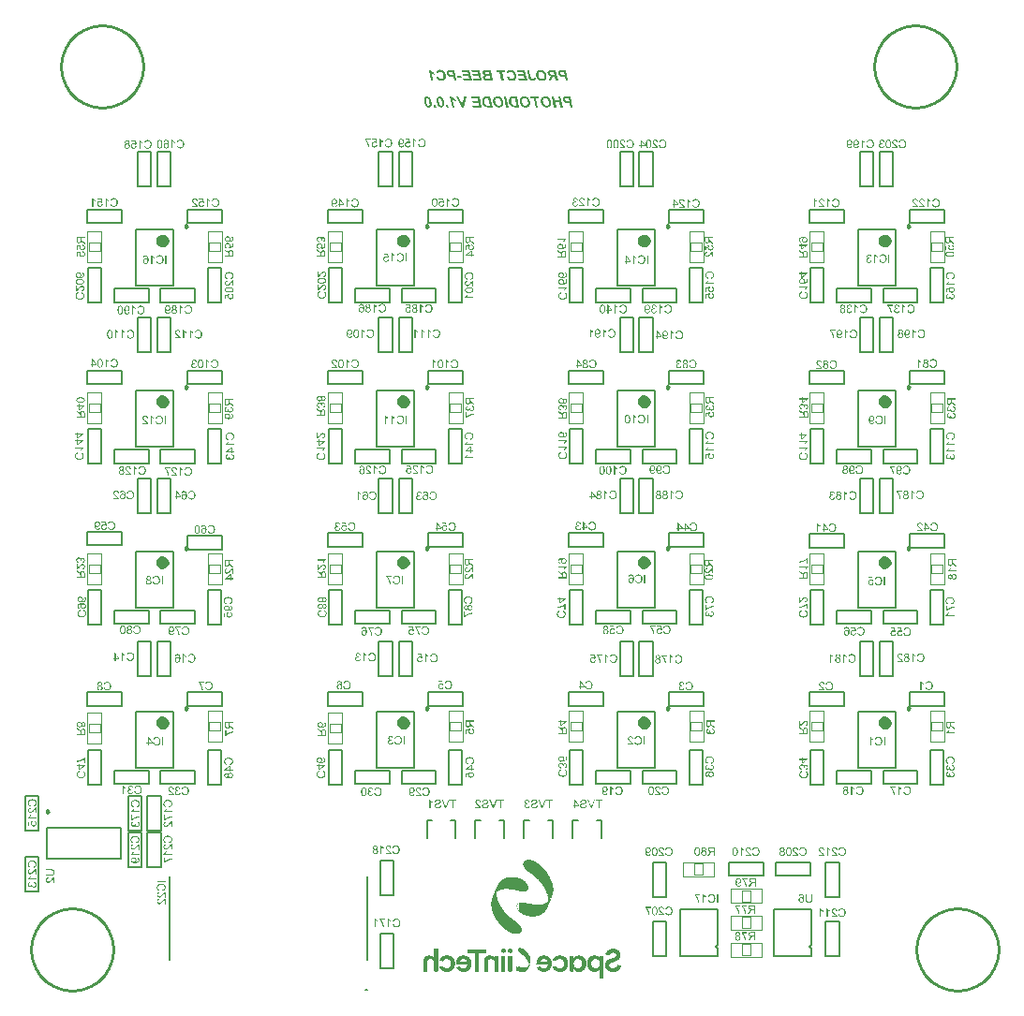
<source format=gbr>
G04*
G04 #@! TF.GenerationSoftware,Altium Limited,Altium Designer,24.1.2 (44)*
G04*
G04 Layer_Color=32896*
%FSLAX44Y44*%
%MOMM*%
G71*
G04*
G04 #@! TF.SameCoordinates,FF60899B-E9A6-4C8F-AFAD-FD19F3B54CA5*
G04*
G04*
G04 #@! TF.FilePolarity,Positive*
G04*
G01*
G75*
%ADD10C,0.2540*%
%ADD11C,0.2000*%
%ADD12C,0.2500*%
%ADD13C,0.6000*%
%ADD14C,0.1524*%
%ADD15C,0.1000*%
%ADD16C,0.1270*%
G36*
X447455Y116195D02*
X448580D01*
Y116114D01*
X449544D01*
Y116034D01*
X450107D01*
Y115954D01*
X450428D01*
Y115873D01*
X450910D01*
Y115793D01*
X451232D01*
Y115712D01*
X451634D01*
Y115632D01*
X451955D01*
Y115552D01*
X452196D01*
Y115471D01*
X452518D01*
Y115391D01*
X452678D01*
Y115311D01*
X453080D01*
Y115230D01*
X453241D01*
Y115150D01*
X453482D01*
Y115070D01*
X453723D01*
Y114989D01*
X453883D01*
Y114909D01*
X454124D01*
Y114829D01*
X454285D01*
Y114748D01*
X454526D01*
Y114668D01*
X454687D01*
Y114588D01*
X454848D01*
Y114507D01*
X455089D01*
Y114427D01*
X455169D01*
Y114347D01*
X455410D01*
Y114266D01*
X455490D01*
Y114186D01*
X455651D01*
Y114106D01*
X455812D01*
Y114025D01*
X455892D01*
Y113945D01*
X456133D01*
Y113864D01*
X456214D01*
Y113784D01*
X456374D01*
Y113704D01*
X456455D01*
Y113623D01*
X456615D01*
Y113543D01*
X456776D01*
Y113463D01*
X456856D01*
Y113382D01*
X457017D01*
Y113302D01*
X457098D01*
Y113222D01*
X457178D01*
Y113141D01*
X457339D01*
Y113061D01*
X457419D01*
Y112981D01*
X457499D01*
Y112900D01*
X457580D01*
Y112820D01*
X457740D01*
Y112739D01*
X457821D01*
Y112659D01*
X457901D01*
Y112579D01*
X457981D01*
Y112499D01*
X458062D01*
Y112418D01*
X458222D01*
Y112338D01*
X458303D01*
Y112257D01*
X458383D01*
Y112177D01*
X458464D01*
Y112097D01*
X458544D01*
Y112016D01*
X458624D01*
Y111936D01*
X458704D01*
Y111856D01*
X458785D01*
Y111775D01*
X458865D01*
Y111695D01*
X458946D01*
Y111615D01*
X459026D01*
Y111534D01*
X459106D01*
Y111374D01*
X459187D01*
Y111293D01*
X459267D01*
Y111213D01*
X459347D01*
Y111132D01*
X459428D01*
Y111052D01*
X459508D01*
Y110891D01*
X459588D01*
Y110811D01*
X459669D01*
Y110650D01*
X459749D01*
Y110570D01*
X459829D01*
Y110490D01*
X459910D01*
Y110329D01*
X459990D01*
Y110249D01*
X460070D01*
Y110008D01*
X460151D01*
Y109927D01*
X460231D01*
Y109767D01*
X460312D01*
Y109606D01*
X460392D01*
Y109445D01*
X460472D01*
Y109204D01*
X460553D01*
Y109124D01*
X460633D01*
Y108883D01*
X460713D01*
Y108722D01*
X460794D01*
Y108481D01*
X460874D01*
Y108160D01*
X460954D01*
Y107999D01*
X461035D01*
Y107436D01*
X461115D01*
Y107035D01*
X461195D01*
Y105910D01*
X461115D01*
Y105588D01*
X461035D01*
Y105187D01*
X460954D01*
Y105026D01*
X460874D01*
Y104785D01*
X460794D01*
Y104704D01*
X460713D01*
Y104544D01*
X460633D01*
Y104383D01*
X460553D01*
Y104303D01*
X460472D01*
Y104222D01*
X460392D01*
Y104142D01*
X460312D01*
Y104062D01*
X460231D01*
Y103981D01*
X460070D01*
Y103901D01*
X459990D01*
Y103820D01*
X459910D01*
Y103740D01*
X459749D01*
Y103660D01*
X459588D01*
Y103580D01*
X459347D01*
Y103499D01*
X459187D01*
Y103419D01*
X458946D01*
Y103338D01*
X458544D01*
Y103258D01*
X458142D01*
Y103178D01*
X455892D01*
Y103258D01*
X455410D01*
Y103338D01*
X454687D01*
Y103419D01*
X454124D01*
Y103499D01*
X453883D01*
Y103580D01*
X453241D01*
Y103660D01*
X452919D01*
Y103740D01*
X452437D01*
Y103820D01*
X452116D01*
Y103901D01*
X451714D01*
Y103981D01*
X451312D01*
Y104062D01*
X451071D01*
Y104142D01*
X450589D01*
Y104222D01*
X450348D01*
Y104303D01*
X450027D01*
Y104383D01*
X449625D01*
Y104463D01*
X449384D01*
Y104544D01*
X448821D01*
Y104624D01*
X448580D01*
Y104704D01*
X448018D01*
Y104785D01*
X447696D01*
Y104865D01*
X447375D01*
Y104945D01*
X446813D01*
Y105026D01*
X446411D01*
Y105106D01*
X445768D01*
Y105187D01*
X445366D01*
Y105267D01*
X444643D01*
Y105347D01*
X443679D01*
Y105428D01*
X442875D01*
Y105508D01*
X440465D01*
Y105428D01*
X439822D01*
Y105347D01*
X439179D01*
Y105267D01*
X438536D01*
Y105187D01*
X438215D01*
Y105106D01*
X437653D01*
Y105026D01*
X437411D01*
Y104945D01*
X437090D01*
Y104865D01*
X436769D01*
Y104785D01*
X436608D01*
Y104704D01*
X436287D01*
Y104624D01*
X436126D01*
Y104544D01*
X435804D01*
Y104463D01*
X435644D01*
Y104383D01*
X435483D01*
Y104303D01*
X435322D01*
Y104222D01*
X435162D01*
Y104142D01*
X434921D01*
Y104062D01*
X434840D01*
Y103981D01*
X434599D01*
Y103901D01*
X434439D01*
Y103820D01*
X434358D01*
Y103740D01*
X434197D01*
Y103660D01*
X434117D01*
Y103580D01*
X433876D01*
Y103499D01*
X433796D01*
Y103419D01*
X433635D01*
Y103338D01*
X433555D01*
Y103258D01*
X433474D01*
Y103178D01*
X433314D01*
Y103097D01*
X433233D01*
Y103017D01*
X433073D01*
Y102937D01*
X432992D01*
Y102856D01*
X432912D01*
Y102776D01*
X432751D01*
Y102696D01*
X432671D01*
Y102615D01*
X432590D01*
Y102535D01*
X432510D01*
Y101089D01*
X432590D01*
Y100526D01*
X432671D01*
Y99883D01*
X432751D01*
Y99401D01*
X432831D01*
Y99000D01*
X432912D01*
Y98437D01*
X432992D01*
Y98196D01*
X433073D01*
Y97714D01*
X433153D01*
Y97473D01*
X433233D01*
Y97232D01*
X433314D01*
Y96830D01*
X433394D01*
Y96669D01*
X433474D01*
Y96348D01*
X433555D01*
Y96107D01*
X433635D01*
Y95866D01*
X433715D01*
Y95625D01*
X433796D01*
Y95464D01*
X433876D01*
Y95143D01*
X433956D01*
Y94982D01*
X434037D01*
Y94661D01*
X434117D01*
Y94500D01*
X434197D01*
Y94339D01*
X434278D01*
Y94098D01*
X434358D01*
Y93937D01*
X434439D01*
Y93696D01*
X434519D01*
Y93536D01*
X434599D01*
Y93375D01*
X434679D01*
Y93134D01*
X434760D01*
Y92973D01*
X434840D01*
Y92812D01*
X434921D01*
Y92652D01*
X435001D01*
Y92411D01*
X435081D01*
Y92330D01*
X435162D01*
Y92170D01*
X435242D01*
Y91929D01*
X435322D01*
Y91848D01*
X435403D01*
Y91607D01*
X435483D01*
Y91527D01*
X435563D01*
Y91286D01*
X435644D01*
Y91205D01*
X435724D01*
Y91125D01*
X435804D01*
Y90884D01*
X435885D01*
Y90723D01*
X435965D01*
Y90563D01*
X436045D01*
Y90482D01*
X436126D01*
Y90322D01*
X436206D01*
Y90161D01*
X436287D01*
Y90080D01*
X436367D01*
Y89839D01*
X436447D01*
Y89759D01*
X436528D01*
Y89598D01*
X436608D01*
Y89518D01*
X436688D01*
Y89357D01*
X436769D01*
Y89197D01*
X436849D01*
Y89116D01*
X436929D01*
Y88956D01*
X437010D01*
Y88875D01*
X437090D01*
Y88715D01*
X437170D01*
Y88554D01*
X437251D01*
Y88474D01*
X437331D01*
Y88313D01*
X437411D01*
Y88232D01*
X437492D01*
Y88072D01*
X437572D01*
Y87991D01*
X437653D01*
Y87911D01*
X437733D01*
Y87750D01*
X437813D01*
Y87670D01*
X437894D01*
Y87509D01*
X437974D01*
Y87429D01*
X438054D01*
Y87268D01*
X438135D01*
Y87188D01*
X438215D01*
Y87107D01*
X438295D01*
Y86947D01*
X438376D01*
Y86867D01*
X438456D01*
Y86706D01*
X438536D01*
Y86625D01*
X438617D01*
Y86545D01*
X438697D01*
Y86384D01*
X438777D01*
Y86304D01*
X438858D01*
Y86224D01*
X438938D01*
Y86143D01*
X439019D01*
Y85983D01*
X439099D01*
Y85902D01*
X439179D01*
Y85822D01*
X439259D01*
Y85661D01*
X439340D01*
Y85581D01*
X439420D01*
Y85500D01*
X439501D01*
Y85420D01*
X439581D01*
Y85259D01*
X439661D01*
Y85179D01*
X439742D01*
Y85099D01*
X439822D01*
Y85018D01*
X439902D01*
Y84858D01*
X439983D01*
Y84777D01*
X440063D01*
Y84697D01*
X440143D01*
Y84617D01*
X440224D01*
Y84536D01*
X440304D01*
Y84456D01*
X440384D01*
Y84295D01*
X440465D01*
Y84215D01*
X440545D01*
Y84135D01*
X440625D01*
Y84054D01*
X440706D01*
Y83974D01*
X440786D01*
Y83813D01*
X440867D01*
Y83733D01*
X440947D01*
Y83652D01*
X441027D01*
Y83572D01*
X441108D01*
Y83492D01*
X441188D01*
Y83411D01*
X441268D01*
Y83331D01*
X441349D01*
Y83251D01*
X441429D01*
Y83170D01*
X441509D01*
Y83090D01*
X441590D01*
Y83010D01*
X441670D01*
Y82929D01*
X441750D01*
Y82849D01*
X441831D01*
Y82768D01*
X441911D01*
Y82688D01*
X441992D01*
Y82608D01*
X442072D01*
Y82528D01*
X442152D01*
Y82447D01*
X442233D01*
Y82367D01*
X442313D01*
Y82286D01*
X442393D01*
Y82206D01*
X442474D01*
Y82126D01*
X442554D01*
Y82045D01*
X442634D01*
Y81965D01*
X442715D01*
Y81885D01*
X442795D01*
Y81804D01*
X442875D01*
Y81724D01*
X442956D01*
Y81644D01*
X443036D01*
Y81563D01*
X443116D01*
Y81483D01*
X443197D01*
Y81403D01*
X443277D01*
Y81322D01*
X443358D01*
Y81242D01*
X443438D01*
Y81161D01*
X443518D01*
Y81081D01*
X443599D01*
Y81001D01*
X443679D01*
Y80920D01*
X443759D01*
Y80840D01*
X443839D01*
Y80760D01*
X443920D01*
Y80679D01*
X444000D01*
Y80599D01*
X444161D01*
Y80519D01*
X444241D01*
Y80438D01*
X444322D01*
Y80358D01*
X444402D01*
Y80278D01*
X444482D01*
Y80197D01*
X444643D01*
Y80037D01*
X444804D01*
Y79956D01*
X444884D01*
Y79876D01*
X444964D01*
Y79795D01*
X445045D01*
Y79715D01*
X445125D01*
Y79635D01*
X445286D01*
Y79555D01*
X445366D01*
Y79474D01*
X445447D01*
Y79394D01*
X445527D01*
Y79313D01*
X445688D01*
Y79233D01*
X445768D01*
Y79153D01*
X445848D01*
Y79072D01*
X446009D01*
Y78992D01*
X446089D01*
Y78912D01*
X446170D01*
Y78831D01*
X446250D01*
Y78751D01*
X446330D01*
Y78671D01*
X446491D01*
Y78590D01*
X446572D01*
Y78510D01*
X446732D01*
Y78430D01*
X446813D01*
Y78349D01*
X446893D01*
Y78269D01*
X447054D01*
Y78189D01*
X447134D01*
Y78108D01*
X447295D01*
Y78028D01*
X447375D01*
Y77948D01*
X447455D01*
Y77867D01*
X447616D01*
Y77787D01*
X447696D01*
Y77706D01*
X447857D01*
Y77626D01*
X447938D01*
Y77546D01*
X448098D01*
Y77465D01*
X448178D01*
Y77385D01*
X448259D01*
Y77305D01*
X448420D01*
Y77224D01*
X448500D01*
Y77144D01*
X448661D01*
Y77064D01*
X448741D01*
Y76983D01*
X448821D01*
Y76903D01*
X448982D01*
Y76823D01*
X449062D01*
Y76742D01*
X449223D01*
Y76662D01*
X449303D01*
Y76582D01*
X449384D01*
Y76501D01*
X449544D01*
Y76421D01*
X449625D01*
Y76340D01*
X449785D01*
Y76260D01*
X449866D01*
Y76180D01*
X449946D01*
Y76099D01*
X450027D01*
Y76019D01*
X450187D01*
Y75939D01*
X450268D01*
Y75858D01*
X450348D01*
Y75778D01*
X450509D01*
Y75698D01*
X450589D01*
Y75617D01*
X450669D01*
Y75537D01*
X450750D01*
Y75457D01*
X450910D01*
Y75376D01*
X450991D01*
Y75296D01*
X451071D01*
Y75216D01*
X451152D01*
Y75135D01*
X451232D01*
Y75055D01*
X451312D01*
Y74974D01*
X451473D01*
Y74894D01*
X451553D01*
Y74814D01*
X451634D01*
Y74733D01*
X451714D01*
Y74653D01*
X451794D01*
Y74573D01*
X451875D01*
Y74492D01*
X452035D01*
Y74412D01*
X452116D01*
Y74332D01*
X452196D01*
Y74251D01*
X452276D01*
Y74171D01*
X452357D01*
Y74091D01*
X452437D01*
Y74010D01*
X452518D01*
Y73930D01*
X452598D01*
Y73850D01*
X452678D01*
Y73769D01*
X452758D01*
Y73689D01*
X452839D01*
Y73608D01*
X452919D01*
Y73528D01*
X453000D01*
Y73448D01*
X453080D01*
Y73367D01*
X453160D01*
Y73287D01*
X453241D01*
Y73207D01*
X453321D01*
Y73046D01*
X453401D01*
Y72966D01*
X453482D01*
Y72885D01*
X453562D01*
Y72725D01*
X453723D01*
Y72564D01*
X453803D01*
Y72484D01*
X453883D01*
Y72403D01*
X453964D01*
Y72242D01*
X454044D01*
Y72162D01*
X454124D01*
Y72002D01*
X454205D01*
Y71921D01*
X454285D01*
Y71841D01*
X454366D01*
Y71680D01*
X454446D01*
Y71600D01*
X454526D01*
Y71359D01*
X454607D01*
Y71278D01*
X454687D01*
Y71037D01*
X454767D01*
Y70957D01*
X454848D01*
Y70796D01*
X454928D01*
Y70555D01*
X455008D01*
Y70395D01*
X455089D01*
Y70073D01*
X455169D01*
Y69832D01*
X455249D01*
Y69350D01*
X455330D01*
Y68305D01*
X455249D01*
Y67823D01*
X455169D01*
Y67582D01*
X455089D01*
Y67261D01*
X455008D01*
Y67180D01*
X454928D01*
Y66939D01*
X454848D01*
Y66779D01*
X454767D01*
Y66698D01*
X454687D01*
Y66538D01*
X454607D01*
Y66457D01*
X454526D01*
Y66377D01*
X454446D01*
Y66297D01*
X454366D01*
Y66216D01*
X454285D01*
Y66136D01*
X454205D01*
Y66055D01*
X454124D01*
Y65975D01*
X454044D01*
Y65895D01*
X453964D01*
Y65814D01*
X453883D01*
Y65734D01*
X453723D01*
Y65654D01*
X453642D01*
Y65573D01*
X453401D01*
Y65493D01*
X453321D01*
Y65413D01*
X453160D01*
Y65332D01*
X452919D01*
Y65252D01*
X452758D01*
Y65172D01*
X452437D01*
Y65091D01*
X452276D01*
Y65011D01*
X451714D01*
Y64931D01*
X451312D01*
Y64850D01*
X449384D01*
Y64931D01*
X448821D01*
Y65011D01*
X448259D01*
Y65091D01*
X448018D01*
Y65172D01*
X447536D01*
Y65252D01*
X447295D01*
Y65332D01*
X447054D01*
Y65413D01*
X446732D01*
Y65493D01*
X446572D01*
Y65573D01*
X446250D01*
Y65654D01*
X446089D01*
Y65734D01*
X445929D01*
Y65814D01*
X445688D01*
Y65895D01*
X445527D01*
Y65975D01*
X445286D01*
Y66055D01*
X445205D01*
Y66136D01*
X444964D01*
Y66216D01*
X444804D01*
Y66297D01*
X444643D01*
Y66377D01*
X444482D01*
Y66457D01*
X444402D01*
Y66538D01*
X444161D01*
Y66618D01*
X444081D01*
Y66698D01*
X443920D01*
Y66779D01*
X443759D01*
Y66859D01*
X443679D01*
Y66939D01*
X443518D01*
Y67020D01*
X443438D01*
Y67100D01*
X443277D01*
Y67180D01*
X443116D01*
Y67261D01*
X443036D01*
Y67341D01*
X442875D01*
Y67421D01*
X442795D01*
Y67502D01*
X442634D01*
Y67582D01*
X442554D01*
Y67663D01*
X442393D01*
Y67743D01*
X442313D01*
Y67823D01*
X442233D01*
Y67904D01*
X442072D01*
Y67984D01*
X441992D01*
Y68064D01*
X441831D01*
Y68145D01*
X441750D01*
Y68225D01*
X441590D01*
Y68305D01*
X441509D01*
Y68386D01*
X441429D01*
Y68466D01*
X441268D01*
Y68546D01*
X441188D01*
Y68627D01*
X441108D01*
Y68707D01*
X440947D01*
Y68787D01*
X440867D01*
Y68868D01*
X440706D01*
Y68948D01*
X440625D01*
Y69029D01*
X440545D01*
Y69109D01*
X440465D01*
Y69189D01*
X440384D01*
Y69269D01*
X440224D01*
Y69350D01*
X440143D01*
Y69430D01*
X439983D01*
Y69511D01*
X439902D01*
Y69591D01*
X439822D01*
Y69671D01*
X439742D01*
Y69752D01*
X439661D01*
Y69832D01*
X439501D01*
Y69912D01*
X439420D01*
Y69993D01*
X439340D01*
Y70073D01*
X439259D01*
Y70153D01*
X439179D01*
Y70234D01*
X439099D01*
Y70314D01*
X439019D01*
Y70395D01*
X438858D01*
Y70475D01*
X438777D01*
Y70555D01*
X438697D01*
Y70635D01*
X438617D01*
Y70716D01*
X438536D01*
Y70796D01*
X438376D01*
Y70877D01*
X438295D01*
Y70957D01*
X438215D01*
Y71037D01*
X438135D01*
Y71118D01*
X438054D01*
Y71198D01*
X437974D01*
Y71278D01*
X437894D01*
Y71359D01*
X437813D01*
Y71439D01*
X437733D01*
Y71519D01*
X437653D01*
Y71600D01*
X437572D01*
Y71680D01*
X437492D01*
Y71760D01*
X437411D01*
Y71841D01*
X437331D01*
Y71921D01*
X437251D01*
Y72002D01*
X437170D01*
Y72082D01*
X437090D01*
Y72162D01*
X437010D01*
Y72242D01*
X436929D01*
Y72323D01*
X436849D01*
Y72403D01*
X436769D01*
Y72484D01*
X436688D01*
Y72564D01*
X436608D01*
Y72644D01*
X436528D01*
Y72725D01*
X436447D01*
Y72805D01*
X436367D01*
Y72885D01*
X436287D01*
Y72966D01*
X436206D01*
Y73046D01*
X436126D01*
Y73126D01*
X436045D01*
Y73207D01*
X435965D01*
Y73367D01*
X435885D01*
Y73448D01*
X435804D01*
Y73528D01*
X435724D01*
Y73608D01*
X435644D01*
Y73689D01*
X435563D01*
Y73769D01*
X435483D01*
Y73850D01*
X435403D01*
Y74010D01*
X435322D01*
Y74091D01*
X435242D01*
Y74171D01*
X435162D01*
Y74251D01*
X435081D01*
Y74332D01*
X435001D01*
Y74492D01*
X434921D01*
Y74573D01*
X434840D01*
Y74653D01*
X434760D01*
Y74733D01*
X434679D01*
Y74814D01*
X434599D01*
Y74974D01*
X434519D01*
Y75055D01*
X434439D01*
Y75135D01*
X434358D01*
Y75216D01*
X434278D01*
Y75376D01*
X434197D01*
Y75457D01*
X434117D01*
Y75537D01*
X434037D01*
Y75698D01*
X433956D01*
Y75778D01*
X433876D01*
Y75858D01*
X433796D01*
Y75939D01*
X433715D01*
Y76099D01*
X433635D01*
Y76180D01*
X433555D01*
Y76340D01*
X433474D01*
Y76421D01*
X433394D01*
Y76501D01*
X433314D01*
Y76662D01*
X433233D01*
Y76742D01*
X433153D01*
Y76903D01*
X433073D01*
Y76983D01*
X432992D01*
Y77064D01*
X432912D01*
Y77224D01*
X432831D01*
Y77305D01*
X432751D01*
Y77465D01*
X432671D01*
Y77546D01*
X432590D01*
Y77706D01*
X432510D01*
Y77867D01*
X432430D01*
Y77948D01*
X432349D01*
Y78108D01*
X432269D01*
Y78189D01*
X432189D01*
Y78349D01*
X432108D01*
Y78510D01*
X432028D01*
Y78590D01*
X431948D01*
Y78751D01*
X431867D01*
Y78831D01*
X431787D01*
Y78992D01*
X431707D01*
Y79153D01*
X431626D01*
Y79313D01*
X431546D01*
Y79394D01*
X431465D01*
Y79555D01*
X431385D01*
Y79715D01*
X431305D01*
Y79795D01*
X431224D01*
Y80037D01*
X431144D01*
Y80117D01*
X431064D01*
Y80278D01*
X430983D01*
Y80438D01*
X430903D01*
Y80599D01*
X430823D01*
Y80760D01*
X430742D01*
Y80920D01*
X430662D01*
Y81081D01*
X430582D01*
Y81242D01*
X430501D01*
Y81403D01*
X430421D01*
Y81563D01*
X430341D01*
Y81724D01*
X430260D01*
Y81885D01*
X430180D01*
Y82126D01*
X430099D01*
Y82206D01*
X430019D01*
Y82447D01*
X429939D01*
Y82608D01*
X429858D01*
Y82849D01*
X429778D01*
Y83010D01*
X429698D01*
Y83170D01*
X429617D01*
Y83411D01*
X429537D01*
Y83572D01*
X429457D01*
Y83893D01*
X429376D01*
Y84054D01*
X429296D01*
Y84295D01*
X429216D01*
Y84536D01*
X429135D01*
Y84697D01*
X429055D01*
Y85018D01*
X428975D01*
Y85179D01*
X428894D01*
Y85500D01*
X428814D01*
Y85742D01*
X428733D01*
Y86063D01*
X428653D01*
Y86304D01*
X428573D01*
Y86545D01*
X428493D01*
Y87027D01*
X428412D01*
Y87188D01*
X428332D01*
Y87670D01*
X428251D01*
Y88072D01*
X428171D01*
Y88393D01*
X428091D01*
Y89197D01*
X428010D01*
Y89598D01*
X427930D01*
Y90964D01*
X427850D01*
Y92571D01*
X427930D01*
Y93777D01*
X428010D01*
Y94259D01*
X428091D01*
Y94821D01*
X428171D01*
Y95223D01*
X428251D01*
Y95464D01*
X428332D01*
Y95866D01*
X428412D01*
Y96026D01*
X428493D01*
Y96428D01*
X428573D01*
Y96589D01*
X428653D01*
Y96830D01*
X428733D01*
Y97071D01*
X428814D01*
Y97312D01*
X428894D01*
Y97633D01*
X428975D01*
Y97794D01*
X429055D01*
Y98035D01*
X429135D01*
Y98276D01*
X429216D01*
Y98437D01*
X429296D01*
Y98758D01*
X429376D01*
Y98839D01*
X429457D01*
Y99160D01*
X429537D01*
Y99321D01*
X429617D01*
Y99562D01*
X429698D01*
Y99803D01*
X429778D01*
Y99883D01*
X429858D01*
Y100285D01*
X429939D01*
Y100365D01*
X430019D01*
Y100606D01*
X430099D01*
Y100767D01*
X430180D01*
Y101008D01*
X430260D01*
Y101249D01*
X430341D01*
Y101410D01*
X430421D01*
Y101651D01*
X430501D01*
Y101812D01*
X430582D01*
Y102053D01*
X430662D01*
Y102213D01*
X430742D01*
Y102374D01*
X430823D01*
Y102615D01*
X430903D01*
Y102776D01*
X430983D01*
Y103017D01*
X431064D01*
Y103178D01*
X431144D01*
Y103338D01*
X431224D01*
Y103580D01*
X431305D01*
Y103740D01*
X431385D01*
Y103981D01*
X431465D01*
Y104142D01*
X431546D01*
Y104303D01*
X431626D01*
Y104544D01*
X431707D01*
Y104624D01*
X431787D01*
Y104945D01*
X431867D01*
Y105026D01*
X431948D01*
Y105267D01*
X432028D01*
Y105428D01*
X432108D01*
Y105508D01*
X432189D01*
Y105749D01*
X432269D01*
Y105910D01*
X432349D01*
Y106151D01*
X432430D01*
Y106231D01*
X432510D01*
Y106472D01*
X432590D01*
Y106633D01*
X432671D01*
Y106793D01*
X432751D01*
Y106954D01*
X432831D01*
Y107115D01*
X432912D01*
Y107276D01*
X432992D01*
Y107436D01*
X433073D01*
Y107597D01*
X433153D01*
Y107758D01*
X433233D01*
Y107838D01*
X433314D01*
Y108160D01*
X433394D01*
Y108240D01*
X433474D01*
Y108401D01*
X433555D01*
Y108561D01*
X433635D01*
Y108722D01*
X433715D01*
Y108883D01*
X433796D01*
Y109043D01*
X433876D01*
Y109204D01*
X433956D01*
Y109365D01*
X434037D01*
Y109445D01*
X434117D01*
Y109686D01*
X434197D01*
Y109767D01*
X434278D01*
Y109927D01*
X434358D01*
Y110088D01*
X434439D01*
Y110168D01*
X434519D01*
Y110329D01*
X434599D01*
Y110490D01*
X434679D01*
Y110570D01*
X434760D01*
Y110650D01*
X434840D01*
Y110811D01*
X434921D01*
Y110891D01*
X435001D01*
Y111052D01*
X435081D01*
Y111132D01*
X435162D01*
Y111213D01*
X435242D01*
Y111374D01*
X435322D01*
Y111454D01*
X435403D01*
Y111534D01*
X435483D01*
Y111615D01*
X435563D01*
Y111695D01*
X435644D01*
Y111856D01*
X435724D01*
Y111936D01*
X435804D01*
Y112016D01*
X435885D01*
Y112097D01*
X435965D01*
Y112177D01*
X436045D01*
Y112257D01*
X436126D01*
Y112338D01*
X436206D01*
Y112499D01*
X436287D01*
Y112579D01*
X436447D01*
Y112659D01*
X436528D01*
Y112739D01*
X436608D01*
Y112820D01*
X436688D01*
Y112900D01*
X436769D01*
Y112981D01*
X436849D01*
Y113061D01*
X436929D01*
Y113141D01*
X437010D01*
Y113222D01*
X437170D01*
Y113382D01*
X437331D01*
Y113463D01*
X437411D01*
Y113543D01*
X437572D01*
Y113623D01*
X437653D01*
Y113704D01*
X437733D01*
Y113784D01*
X437894D01*
Y113864D01*
X437974D01*
Y113945D01*
X438135D01*
Y114025D01*
X438215D01*
Y114106D01*
X438376D01*
Y114186D01*
X438536D01*
Y114266D01*
X438617D01*
Y114347D01*
X438777D01*
Y114427D01*
X438858D01*
Y114507D01*
X439099D01*
Y114588D01*
X439259D01*
Y114668D01*
X439340D01*
Y114748D01*
X439581D01*
Y114829D01*
X439661D01*
Y114909D01*
X439902D01*
Y114989D01*
X440063D01*
Y115070D01*
X440304D01*
Y115150D01*
X440545D01*
Y115230D01*
X440625D01*
Y115311D01*
X440947D01*
Y115391D01*
X441108D01*
Y115471D01*
X441509D01*
Y115552D01*
X441670D01*
Y115632D01*
X441992D01*
Y115712D01*
X442393D01*
Y115793D01*
X442634D01*
Y115873D01*
X443116D01*
Y115954D01*
X443518D01*
Y116034D01*
X444161D01*
Y116114D01*
X444804D01*
Y116195D01*
X444964D01*
Y116114D01*
X445205D01*
Y116195D01*
X446170D01*
Y116275D01*
X447455D01*
Y116195D01*
D02*
G37*
G36*
X452518Y92973D02*
X452598D01*
Y92893D01*
X452196D01*
Y93054D01*
X452518D01*
Y92973D01*
D02*
G37*
G36*
Y92491D02*
X452276D01*
Y92652D01*
X452518D01*
Y92491D01*
D02*
G37*
G36*
X452116Y92250D02*
X451875D01*
Y92330D01*
X451955D01*
Y92491D01*
X452116D01*
Y92250D01*
D02*
G37*
G36*
Y92732D02*
X452196D01*
Y92652D01*
X451875D01*
Y92491D01*
X451714D01*
Y92250D01*
X451875D01*
Y92089D01*
X451714D01*
Y92170D01*
Y92250D01*
X451634D01*
Y92330D01*
X451553D01*
Y92250D01*
X451473D01*
Y92170D01*
X451553D01*
Y91929D01*
X451634D01*
Y92009D01*
X451714D01*
Y91687D01*
X451553D01*
Y91929D01*
X451473D01*
Y92089D01*
X451312D01*
Y92250D01*
X451393D01*
Y92330D01*
X451473D01*
Y92491D01*
X451553D01*
Y92571D01*
X451634D01*
Y92652D01*
X451794D01*
Y92732D01*
X451875D01*
Y92812D01*
X451955D01*
Y92893D01*
X452116D01*
Y92732D01*
D02*
G37*
G36*
X451312Y91768D02*
Y91687D01*
Y91607D01*
X451232D01*
Y91687D01*
X451152D01*
Y92009D01*
X451312D01*
Y91768D01*
D02*
G37*
G36*
X451553Y91527D02*
X451473D01*
Y91607D01*
Y91687D01*
X451553D01*
Y91527D01*
D02*
G37*
G36*
X451473Y91286D02*
X451312D01*
Y91366D01*
X451473D01*
Y91286D01*
D02*
G37*
G36*
X462642Y131783D02*
X463044D01*
Y131702D01*
X463606D01*
Y131622D01*
X464008D01*
Y131542D01*
X464168D01*
Y131461D01*
X464650D01*
Y131381D01*
X464811D01*
Y131301D01*
X465213D01*
Y131220D01*
X465374D01*
Y131140D01*
X465534D01*
Y131060D01*
X465856D01*
Y130979D01*
X465936D01*
Y130899D01*
X466258D01*
Y130819D01*
X466338D01*
Y130738D01*
X466499D01*
Y130658D01*
X466740D01*
Y130577D01*
X466820D01*
Y130497D01*
X467061D01*
Y130417D01*
X467222D01*
Y130336D01*
X467383D01*
Y130256D01*
X467543D01*
Y130176D01*
X467623D01*
Y130095D01*
X467784D01*
Y130015D01*
X467864D01*
Y129935D01*
X468106D01*
Y129854D01*
X468186D01*
Y129774D01*
X468266D01*
Y129694D01*
X468507D01*
Y129613D01*
X468588D01*
Y129533D01*
X468748D01*
Y129453D01*
X468829D01*
Y129372D01*
X468989D01*
Y129292D01*
X469070D01*
Y129212D01*
X469150D01*
Y129131D01*
X469311D01*
Y129051D01*
X469391D01*
Y128970D01*
X469552D01*
Y128890D01*
X469713D01*
Y128810D01*
X469793D01*
Y128729D01*
X469873D01*
Y128649D01*
X469954D01*
Y128569D01*
X470114D01*
Y128488D01*
X470195D01*
Y128408D01*
X470355D01*
Y128328D01*
X470436D01*
Y128247D01*
X470516D01*
Y128167D01*
X470677D01*
Y128087D01*
X470757D01*
Y128006D01*
X470918D01*
Y127926D01*
X470998D01*
Y127845D01*
X471079D01*
Y127765D01*
X471239D01*
Y127685D01*
X471320D01*
Y127605D01*
X471400D01*
Y127524D01*
X471480D01*
Y127444D01*
X471561D01*
Y127363D01*
X471721D01*
Y127283D01*
X471802D01*
Y127203D01*
X471963D01*
Y127122D01*
X472043D01*
Y127042D01*
X472123D01*
Y126962D01*
X472203D01*
Y126881D01*
X472284D01*
Y126801D01*
X472445D01*
Y126640D01*
X472605D01*
Y126560D01*
X472686D01*
Y126480D01*
X472766D01*
Y126399D01*
X472846D01*
Y126319D01*
X472927D01*
Y126238D01*
X473087D01*
Y126158D01*
X473168D01*
Y126078D01*
X473248D01*
Y125997D01*
X473328D01*
Y125917D01*
X473409D01*
Y125837D01*
X473569D01*
Y125676D01*
X473650D01*
Y125596D01*
X473730D01*
Y125515D01*
X473811D01*
Y125435D01*
X473891D01*
Y125355D01*
X473971D01*
Y125274D01*
X474132D01*
Y125114D01*
X474293D01*
Y125033D01*
X474373D01*
Y124953D01*
X474453D01*
Y124873D01*
X474534D01*
Y124792D01*
X474614D01*
Y124712D01*
X474694D01*
Y124632D01*
X474775D01*
Y124551D01*
X474855D01*
Y124471D01*
X474935D01*
Y124390D01*
X475016D01*
Y124310D01*
X475096D01*
Y124149D01*
X475177D01*
Y124069D01*
X475257D01*
Y123989D01*
X475337D01*
Y123908D01*
X475418D01*
Y123828D01*
X475498D01*
Y123748D01*
X475578D01*
Y123667D01*
X475659D01*
Y123587D01*
X475739D01*
Y123507D01*
X475819D01*
Y123426D01*
X475900D01*
Y123346D01*
X475980D01*
Y123185D01*
X476060D01*
Y123105D01*
X476221D01*
Y122864D01*
X476382D01*
Y122783D01*
X476462D01*
Y122703D01*
X476543D01*
Y122623D01*
X476623D01*
Y122462D01*
X476703D01*
Y122382D01*
X476783D01*
Y122301D01*
X476864D01*
Y122221D01*
X476944D01*
Y122141D01*
X477025D01*
Y121980D01*
X477105D01*
Y121900D01*
X477185D01*
Y121739D01*
X477266D01*
Y121658D01*
X477346D01*
Y121578D01*
X477426D01*
Y121498D01*
X477507D01*
Y121418D01*
X477587D01*
Y121257D01*
X477748D01*
Y121096D01*
X477828D01*
Y121016D01*
X477908D01*
Y120855D01*
X477989D01*
Y120775D01*
X478069D01*
Y120694D01*
X478149D01*
Y120534D01*
X478230D01*
Y120453D01*
X478310D01*
Y120293D01*
X478391D01*
Y120212D01*
X478471D01*
Y120051D01*
X478551D01*
Y119971D01*
X478632D01*
Y119891D01*
X478712D01*
Y119730D01*
X478792D01*
Y119650D01*
X478873D01*
Y119489D01*
X478953D01*
Y119409D01*
X479033D01*
Y119328D01*
X479114D01*
Y119168D01*
X479194D01*
Y119087D01*
X479274D01*
Y118846D01*
X479355D01*
Y118766D01*
X479435D01*
Y118686D01*
X479515D01*
Y118525D01*
X479596D01*
Y118444D01*
X479676D01*
Y118203D01*
X479837D01*
Y117882D01*
X479998D01*
Y117802D01*
X480078D01*
Y117561D01*
X480158D01*
Y117480D01*
X480239D01*
Y117239D01*
X480399D01*
Y117079D01*
X480480D01*
Y116918D01*
X480399D01*
Y116837D01*
X480640D01*
Y116516D01*
X480801D01*
Y116275D01*
X480881D01*
Y116195D01*
X480801D01*
Y116114D01*
X480962D01*
Y116034D01*
X481042D01*
Y115793D01*
X481123D01*
Y115712D01*
X481203D01*
Y115391D01*
X481283D01*
Y115311D01*
X481364D01*
Y115230D01*
X481444D01*
Y114989D01*
X481524D01*
Y114909D01*
X481605D01*
Y114588D01*
X481685D01*
Y114507D01*
X481765D01*
Y114186D01*
X481846D01*
Y114106D01*
X481926D01*
Y114025D01*
X482006D01*
Y113623D01*
X482087D01*
Y113543D01*
X482167D01*
Y113222D01*
X482247D01*
Y113141D01*
X482328D01*
Y112981D01*
X482408D01*
Y112659D01*
X482489D01*
Y112579D01*
X482569D01*
Y112097D01*
X482649D01*
Y112016D01*
X482729D01*
Y111615D01*
X482810D01*
Y111534D01*
X482890D01*
Y111454D01*
X482971D01*
Y110891D01*
X483051D01*
Y110811D01*
X483131D01*
Y110249D01*
X483212D01*
Y110168D01*
X483292D01*
Y110008D01*
X483372D01*
Y109365D01*
X483453D01*
Y109284D01*
X483533D01*
Y108401D01*
X483613D01*
Y108320D01*
X483694D01*
Y107195D01*
X483774D01*
Y106874D01*
X483854D01*
Y106713D01*
X483935D01*
Y103338D01*
X483854D01*
Y103178D01*
X483774D01*
Y102856D01*
X483694D01*
Y101973D01*
X483613D01*
Y101812D01*
X483533D01*
Y101089D01*
X483453D01*
Y101008D01*
X483372D01*
Y100848D01*
X483292D01*
Y100767D01*
X483372D01*
Y100526D01*
X483292D01*
Y100446D01*
X483212D01*
Y100365D01*
X483131D01*
Y99642D01*
X483051D01*
Y99562D01*
X482971D01*
Y99160D01*
X482890D01*
Y99080D01*
X482810D01*
Y98678D01*
X482729D01*
Y98598D01*
X482649D01*
Y98196D01*
X482569D01*
Y98116D01*
X482489D01*
Y97794D01*
X482408D01*
Y97553D01*
X482328D01*
Y97473D01*
X482247D01*
Y97151D01*
X482167D01*
Y96991D01*
X482087D01*
Y96750D01*
X482006D01*
Y96509D01*
X481926D01*
Y96428D01*
X481846D01*
Y96107D01*
X481765D01*
Y96026D01*
X481685D01*
Y95705D01*
X481605D01*
Y95544D01*
X481524D01*
Y95303D01*
X481444D01*
Y95062D01*
X481364D01*
Y94982D01*
X481283D01*
Y94661D01*
X481203D01*
Y94580D01*
X481123D01*
Y94339D01*
X481042D01*
Y94098D01*
X480962D01*
Y94018D01*
X480881D01*
Y93696D01*
X480801D01*
Y93616D01*
X480721D01*
Y93375D01*
X480640D01*
Y93214D01*
X480560D01*
Y93054D01*
X480480D01*
Y92812D01*
X480399D01*
Y92652D01*
X480319D01*
Y92411D01*
X480239D01*
Y92250D01*
X480158D01*
Y92089D01*
X480078D01*
Y91929D01*
X479998D01*
Y91768D01*
X479917D01*
Y91527D01*
X479837D01*
Y91366D01*
X479757D01*
Y91125D01*
X479676D01*
Y91045D01*
X479596D01*
Y90884D01*
X479515D01*
Y90643D01*
X479435D01*
Y90563D01*
X479355D01*
Y90241D01*
X479274D01*
Y90161D01*
X479194D01*
Y89920D01*
X479114D01*
Y89759D01*
X479033D01*
Y89679D01*
X478953D01*
Y89438D01*
X478873D01*
Y89357D01*
X478792D01*
Y89116D01*
X478712D01*
Y89036D01*
X478632D01*
Y88875D01*
X478551D01*
Y88634D01*
X478471D01*
Y88554D01*
X478391D01*
Y88313D01*
X478310D01*
Y88232D01*
X478230D01*
Y88072D01*
X478149D01*
Y87911D01*
X478069D01*
Y87831D01*
X477989D01*
Y87590D01*
X477908D01*
Y87509D01*
X477828D01*
Y87268D01*
X477748D01*
Y87188D01*
X477667D01*
Y87107D01*
X477587D01*
Y86867D01*
X477507D01*
Y86786D01*
X477426D01*
Y86625D01*
X477346D01*
Y86545D01*
X477266D01*
Y86384D01*
X477185D01*
Y86224D01*
X477105D01*
Y86143D01*
X477025D01*
Y85983D01*
X476944D01*
Y85902D01*
X476864D01*
Y85742D01*
X476783D01*
Y85661D01*
X476703D01*
Y85581D01*
X476623D01*
Y85420D01*
X476543D01*
Y85340D01*
X476462D01*
Y85259D01*
X476382D01*
Y85179D01*
X476301D01*
Y85018D01*
X476221D01*
Y84938D01*
X476141D01*
Y84858D01*
X476060D01*
Y84777D01*
X475980D01*
Y84697D01*
X475900D01*
Y84617D01*
X475819D01*
Y84536D01*
X475739D01*
Y84376D01*
X475659D01*
Y84295D01*
X475498D01*
Y84135D01*
X475337D01*
Y84054D01*
X475257D01*
Y83974D01*
X475177D01*
Y83893D01*
X475096D01*
Y83813D01*
X475016D01*
Y83733D01*
X474935D01*
Y83652D01*
X474855D01*
Y83572D01*
X474694D01*
Y83492D01*
X474614D01*
Y83411D01*
X474534D01*
Y83331D01*
X474373D01*
Y83251D01*
X474293D01*
Y83170D01*
X474212D01*
Y83090D01*
X474132D01*
Y83010D01*
X473971D01*
Y82929D01*
X473811D01*
Y82849D01*
X473730D01*
Y82768D01*
X473569D01*
Y82688D01*
X473489D01*
Y82608D01*
X473328D01*
Y82528D01*
X473168D01*
Y82447D01*
X473087D01*
Y82367D01*
X472846D01*
Y82286D01*
X472766D01*
Y82206D01*
X472525D01*
Y82126D01*
X472445D01*
Y82045D01*
X472284D01*
Y81965D01*
X472123D01*
Y81885D01*
X471963D01*
Y81804D01*
X471641D01*
Y81724D01*
X471561D01*
Y81644D01*
X471239D01*
Y81563D01*
X471079D01*
Y81483D01*
X470838D01*
Y81403D01*
X470516D01*
Y81322D01*
X470436D01*
Y81242D01*
X469954D01*
Y81161D01*
X469793D01*
Y81081D01*
X469230D01*
Y81001D01*
X468909D01*
Y80920D01*
X468748D01*
Y80840D01*
X467864D01*
Y80760D01*
X467543D01*
Y80679D01*
X462642D01*
Y80760D01*
X462320D01*
Y80840D01*
X461999D01*
Y80920D01*
X461276D01*
Y81001D01*
X461115D01*
Y81081D01*
X460472D01*
Y81161D01*
X460392D01*
Y81242D01*
X459829D01*
Y81322D01*
X459669D01*
Y81403D01*
X459588D01*
Y81483D01*
X459026D01*
Y81563D01*
X458946D01*
Y81644D01*
X458544D01*
Y81724D01*
X458383D01*
Y81885D01*
X457981D01*
Y81965D01*
X457901D01*
Y82045D01*
X457499D01*
Y82126D01*
X457419D01*
Y82286D01*
X457017D01*
Y82447D01*
X456696D01*
Y82528D01*
X456615D01*
Y82608D01*
X456374D01*
Y82688D01*
X456294D01*
Y82768D01*
X456214D01*
Y82849D01*
X455892D01*
Y83010D01*
X455651D01*
Y83090D01*
X455571D01*
Y83170D01*
X455410D01*
Y83251D01*
X455330D01*
Y83331D01*
X455249D01*
Y83411D01*
X455008D01*
Y83492D01*
X454928D01*
Y83572D01*
X454767D01*
Y83652D01*
X454687D01*
Y83733D01*
X454607D01*
Y83813D01*
X454526D01*
Y83893D01*
X454446D01*
Y83974D01*
X454285D01*
Y84054D01*
X454205D01*
Y84135D01*
X454044D01*
Y84215D01*
X453964D01*
Y84295D01*
X453883D01*
Y84376D01*
X453803D01*
Y84456D01*
X453723D01*
Y84536D01*
X453642D01*
Y84617D01*
X453562D01*
Y84697D01*
X453482D01*
Y84777D01*
X453401D01*
Y84858D01*
X453321D01*
Y84938D01*
X453241D01*
Y85018D01*
X453160D01*
Y85099D01*
X453080D01*
Y85179D01*
X453000D01*
Y85259D01*
X452919D01*
Y85340D01*
X452839D01*
Y85420D01*
X452758D01*
Y85500D01*
X452678D01*
Y85661D01*
X452598D01*
Y85742D01*
X452518D01*
Y85902D01*
X452437D01*
Y85983D01*
X452357D01*
Y86063D01*
X452276D01*
Y86224D01*
X452196D01*
Y86304D01*
X452116D01*
Y86545D01*
X451955D01*
Y86625D01*
X451875D01*
Y86706D01*
Y86867D01*
X451794D01*
Y86947D01*
X451714D01*
Y87188D01*
X451634D01*
Y87268D01*
X451553D01*
Y87590D01*
X451473D01*
Y87670D01*
X451393D01*
Y87750D01*
X451312D01*
Y88072D01*
X451393D01*
Y88152D01*
X451473D01*
Y88313D01*
X451553D01*
Y87670D01*
X451634D01*
Y87750D01*
X451714D01*
Y87188D01*
X451794D01*
Y87268D01*
X451875D01*
Y86867D01*
X452116D01*
Y86545D01*
X452276D01*
Y86304D01*
X452518D01*
Y86224D01*
X452437D01*
Y86143D01*
X452518D01*
Y85983D01*
X452598D01*
Y86063D01*
X452678D01*
Y85742D01*
X452839D01*
Y85500D01*
X453080D01*
Y85340D01*
X453241D01*
Y85500D01*
X453160D01*
Y85581D01*
X453080D01*
Y85742D01*
X453160D01*
Y92973D01*
X453241D01*
Y93054D01*
X452598D01*
Y93214D01*
X453241D01*
Y93295D01*
X453321D01*
Y93375D01*
X453401D01*
Y93455D01*
X456455D01*
Y93375D01*
X456615D01*
Y93295D01*
X456776D01*
Y93214D01*
X457821D01*
Y93134D01*
X457981D01*
Y93054D01*
X458946D01*
Y92973D01*
X459026D01*
Y92893D01*
X459749D01*
Y92812D01*
X459910D01*
Y92732D01*
X460070D01*
Y92652D01*
X460794D01*
Y92571D01*
X460874D01*
Y92491D01*
X461517D01*
Y92411D01*
X461678D01*
Y92330D01*
X462240D01*
Y92250D01*
X462401D01*
Y92170D01*
X462561D01*
Y92089D01*
X463284D01*
Y92009D01*
X463445D01*
Y91929D01*
X464168D01*
Y91848D01*
X464409D01*
Y91768D01*
X464811D01*
Y91687D01*
X465052D01*
Y91768D01*
X465133D01*
Y91687D01*
X465374D01*
Y91607D01*
X465695D01*
Y91527D01*
X466579D01*
Y91447D01*
X466900D01*
Y91366D01*
X468347D01*
Y91286D01*
X469150D01*
Y91205D01*
X471159D01*
Y91286D01*
X471882D01*
Y91366D01*
X472927D01*
Y91447D01*
X473328D01*
Y91527D01*
X473811D01*
Y91607D01*
X474212D01*
Y91687D01*
X474373D01*
Y91768D01*
X474855D01*
Y91848D01*
X475016D01*
Y91929D01*
X475337D01*
Y92009D01*
X475498D01*
Y92089D01*
X475739D01*
Y92170D01*
X476060D01*
Y92250D01*
X476141D01*
Y92330D01*
X476462D01*
Y92411D01*
X476543D01*
Y92491D01*
X476783D01*
Y92571D01*
X476944D01*
Y92652D01*
X477025D01*
Y92732D01*
X477266D01*
Y92812D01*
X477426D01*
Y92893D01*
X477507D01*
Y92973D01*
X477667D01*
Y93054D01*
X477828D01*
Y93134D01*
X477989D01*
Y93214D01*
X478069D01*
Y93295D01*
X478230D01*
Y93375D01*
X478310D01*
Y93455D01*
X478471D01*
Y93536D01*
X478551D01*
Y93616D01*
X478632D01*
Y93696D01*
X478792D01*
Y93777D01*
X478873D01*
Y93857D01*
X478953D01*
Y93937D01*
X479114D01*
Y94018D01*
X479194D01*
Y94098D01*
X479355D01*
Y94259D01*
X479435D01*
Y96348D01*
X479355D01*
Y96428D01*
X479274D01*
Y97553D01*
X479194D01*
Y97633D01*
X479114D01*
Y98357D01*
X479033D01*
Y98517D01*
X478953D01*
Y98758D01*
X478873D01*
Y99321D01*
X478792D01*
Y99401D01*
X478712D01*
Y99964D01*
X478632D01*
Y100044D01*
X478551D01*
Y100205D01*
X478471D01*
Y100687D01*
X478310D01*
Y101169D01*
X478230D01*
Y101249D01*
X478149D01*
Y101651D01*
X478069D01*
Y101731D01*
X477989D01*
Y101892D01*
X477908D01*
Y102294D01*
X477748D01*
Y102696D01*
X477667D01*
Y102776D01*
X477587D01*
Y102937D01*
X477507D01*
Y103178D01*
X477426D01*
Y103258D01*
X477346D01*
Y103580D01*
X477266D01*
Y103740D01*
X477185D01*
Y103901D01*
X477105D01*
Y104062D01*
X477025D01*
Y104142D01*
X476944D01*
Y104463D01*
X476864D01*
Y104544D01*
X476783D01*
Y104785D01*
X476703D01*
Y104865D01*
X476623D01*
Y104945D01*
X476543D01*
Y105267D01*
X476382D01*
Y105588D01*
X476301D01*
Y105669D01*
X476221D01*
Y105829D01*
X476141D01*
Y105990D01*
X476060D01*
Y106070D01*
X475980D01*
Y106311D01*
X475819D01*
Y106633D01*
X475659D01*
Y106793D01*
X475578D01*
Y106954D01*
X475498D01*
Y107035D01*
X475418D01*
Y107276D01*
X475337D01*
Y107356D01*
X475257D01*
Y107517D01*
X475177D01*
Y107597D01*
X475096D01*
Y107677D01*
X475016D01*
Y107919D01*
X474935D01*
Y107999D01*
X474855D01*
Y108160D01*
X474775D01*
Y108240D01*
X474694D01*
Y108320D01*
X474614D01*
Y108561D01*
X474453D01*
Y108722D01*
X474373D01*
Y108802D01*
X474293D01*
Y108963D01*
X474212D01*
Y109124D01*
X474132D01*
Y109204D01*
X474052D01*
Y109284D01*
X473971D01*
Y109365D01*
X473891D01*
Y109525D01*
X473811D01*
Y109686D01*
X473730D01*
Y109767D01*
X473650D01*
Y109927D01*
X473489D01*
Y110088D01*
X473409D01*
Y110168D01*
X473328D01*
Y110329D01*
X473248D01*
Y110409D01*
X473168D01*
Y110490D01*
X473087D01*
Y110650D01*
X473007D01*
Y110731D01*
X472927D01*
Y110811D01*
X472846D01*
Y110891D01*
X472766D01*
Y110972D01*
X472686D01*
Y111132D01*
X472605D01*
Y111213D01*
X472525D01*
Y111374D01*
X472445D01*
Y111454D01*
X472364D01*
Y111534D01*
X472284D01*
Y111615D01*
X472203D01*
Y111695D01*
X472123D01*
Y111856D01*
X472043D01*
Y111936D01*
X471963D01*
Y112016D01*
X471882D01*
Y112097D01*
X471802D01*
Y112177D01*
X471721D01*
Y112338D01*
X471641D01*
Y112418D01*
X471561D01*
Y112499D01*
X471480D01*
Y112579D01*
X471400D01*
Y112659D01*
X471320D01*
Y112820D01*
X471159D01*
Y112900D01*
X471079D01*
Y113061D01*
X470998D01*
Y113141D01*
X470918D01*
Y113222D01*
X470838D01*
Y113302D01*
X470757D01*
Y113382D01*
X470677D01*
Y113463D01*
X470597D01*
Y113543D01*
X470516D01*
Y113623D01*
X470436D01*
Y113704D01*
X470355D01*
Y113864D01*
X470195D01*
Y114025D01*
X470034D01*
Y114106D01*
X469954D01*
Y114186D01*
X469873D01*
Y114266D01*
X469793D01*
Y114347D01*
X469713D01*
Y114427D01*
X469632D01*
Y114507D01*
X469552D01*
Y114588D01*
X469472D01*
Y114668D01*
X469391D01*
Y114748D01*
X469311D01*
Y114829D01*
X469230D01*
Y114909D01*
X469150D01*
Y114989D01*
X469070D01*
Y115070D01*
X468989D01*
Y115150D01*
X468909D01*
Y115230D01*
X468829D01*
Y115311D01*
X468748D01*
Y115391D01*
X468668D01*
Y115471D01*
X468588D01*
Y115552D01*
X468507D01*
Y115632D01*
X468427D01*
Y115712D01*
X468347D01*
Y115793D01*
X468266D01*
Y115873D01*
X468186D01*
Y115954D01*
X468106D01*
Y116034D01*
X468025D01*
Y116114D01*
X467864D01*
Y116195D01*
X467784D01*
Y116275D01*
X467704D01*
Y116355D01*
X467623D01*
Y116436D01*
X467543D01*
Y116516D01*
X467463D01*
Y116596D01*
X467383D01*
Y116677D01*
X467222D01*
Y116757D01*
X467141D01*
Y116837D01*
X467061D01*
Y116918D01*
X466981D01*
Y116998D01*
X466900D01*
Y117079D01*
X466740D01*
Y117159D01*
X466659D01*
Y117239D01*
X466579D01*
Y117320D01*
X466499D01*
Y117400D01*
X466418D01*
Y117480D01*
X466258D01*
Y117561D01*
X466177D01*
Y117641D01*
X466097D01*
Y117721D01*
X465936D01*
Y117802D01*
X465856D01*
Y117882D01*
X465775D01*
Y117962D01*
X465695D01*
Y118043D01*
X465534D01*
Y118123D01*
X465454D01*
Y118203D01*
X465374D01*
Y118284D01*
X465213D01*
Y118364D01*
X465133D01*
Y118444D01*
X464972D01*
Y118525D01*
X464892D01*
Y118605D01*
X464811D01*
Y118686D01*
X464731D01*
Y118766D01*
X464570D01*
Y118846D01*
X464409D01*
Y118927D01*
X464329D01*
Y119007D01*
X464249D01*
Y119087D01*
X464088D01*
Y119168D01*
X464008D01*
Y119248D01*
X463847D01*
Y119328D01*
X463767D01*
Y119409D01*
X463606D01*
Y119489D01*
X463526D01*
Y119569D01*
X463365D01*
Y119650D01*
X463284D01*
Y119730D01*
X463204D01*
Y119810D01*
X463044D01*
Y119891D01*
X462963D01*
Y119971D01*
X462802D01*
Y120051D01*
X462722D01*
Y120132D01*
X462642D01*
Y120212D01*
X462481D01*
Y120293D01*
X462401D01*
Y120373D01*
X462240D01*
Y120453D01*
X462160D01*
Y120534D01*
X462079D01*
Y120614D01*
X461999D01*
Y120694D01*
X461838D01*
Y120775D01*
X461758D01*
Y120855D01*
X461678D01*
Y120935D01*
X461517D01*
Y121016D01*
X461437D01*
Y121096D01*
X461356D01*
Y121176D01*
X461276D01*
Y121257D01*
X461195D01*
Y121337D01*
X461035D01*
Y121418D01*
X460954D01*
Y121498D01*
X460794D01*
Y121578D01*
X460713D01*
Y121658D01*
X460633D01*
Y121739D01*
X460553D01*
Y121819D01*
X460472D01*
Y121900D01*
X460312D01*
Y122060D01*
X460231D01*
Y122141D01*
X460070D01*
Y122221D01*
X459990D01*
Y122301D01*
X459910D01*
Y122382D01*
X459829D01*
Y122462D01*
X459749D01*
Y122542D01*
X459669D01*
Y122623D01*
X459588D01*
Y122703D01*
X459508D01*
Y122783D01*
X459428D01*
Y122864D01*
X459347D01*
Y122944D01*
X459267D01*
Y123025D01*
X459187D01*
Y123105D01*
X459106D01*
Y123185D01*
X459026D01*
Y123265D01*
X458946D01*
Y123346D01*
X458865D01*
Y123426D01*
X458785D01*
Y123507D01*
X458704D01*
Y123587D01*
X458624D01*
Y123667D01*
X458544D01*
Y123828D01*
X458383D01*
Y123989D01*
X458303D01*
Y124069D01*
X458222D01*
Y124149D01*
X458142D01*
Y124230D01*
X458062D01*
Y124390D01*
X457981D01*
Y124471D01*
X457901D01*
Y124551D01*
X457821D01*
Y124712D01*
X457740D01*
Y124792D01*
X457660D01*
Y124953D01*
X457580D01*
Y125114D01*
X457499D01*
Y125194D01*
X457419D01*
Y125355D01*
X457339D01*
Y125435D01*
X457258D01*
Y125596D01*
X457178D01*
Y125756D01*
X457098D01*
Y125917D01*
X457017D01*
Y126158D01*
X456937D01*
Y126319D01*
X456856D01*
Y126640D01*
X456776D01*
Y126801D01*
X456696D01*
Y127203D01*
X456615D01*
Y128729D01*
X456696D01*
Y129051D01*
X456776D01*
Y129292D01*
X456856D01*
Y129533D01*
X456937D01*
Y129694D01*
X457017D01*
Y129854D01*
X457098D01*
Y130015D01*
X457178D01*
Y130095D01*
X457258D01*
Y130256D01*
X457339D01*
Y130336D01*
X457419D01*
Y130417D01*
X457499D01*
Y130497D01*
X457580D01*
Y130577D01*
X457660D01*
Y130658D01*
X457740D01*
Y130738D01*
X457821D01*
Y130819D01*
X457901D01*
Y130899D01*
X458062D01*
Y130979D01*
X458142D01*
Y131060D01*
X458222D01*
Y131140D01*
X458383D01*
Y131220D01*
X458544D01*
Y131301D01*
X458785D01*
Y131381D01*
X458865D01*
Y131461D01*
X459106D01*
Y131542D01*
X459347D01*
Y131622D01*
X459508D01*
Y131702D01*
X460070D01*
Y131783D01*
X460392D01*
Y131863D01*
X462642D01*
Y131783D01*
D02*
G37*
G36*
X451473Y91125D02*
X451312D01*
Y91205D01*
X451473D01*
Y91125D01*
D02*
G37*
G36*
X451152Y90643D02*
X450991D01*
Y90804D01*
Y90884D01*
Y91045D01*
X450910D01*
Y91447D01*
X450991D01*
Y91607D01*
X451152D01*
Y90643D01*
D02*
G37*
G36*
X451312Y90241D02*
Y90161D01*
X451152D01*
Y90322D01*
X451312D01*
Y90241D01*
D02*
G37*
G36*
X450910Y90161D02*
Y90080D01*
Y89920D01*
X450830D01*
Y90080D01*
X450750D01*
Y90563D01*
X450830D01*
Y90643D01*
X450910D01*
Y90161D01*
D02*
G37*
G36*
X451473Y89036D02*
X451312D01*
Y89197D01*
X451473D01*
Y89036D01*
D02*
G37*
G36*
X451553Y88634D02*
X451714D01*
Y88554D01*
X451553D01*
Y88634D01*
X451473D01*
Y88715D01*
Y88795D01*
X451553D01*
Y88634D01*
D02*
G37*
G36*
Y88474D02*
Y88393D01*
X451714D01*
Y88313D01*
X451553D01*
Y88393D01*
X451473D01*
Y88554D01*
X451553D01*
Y88474D01*
D02*
G37*
G36*
X451152Y89116D02*
Y89036D01*
Y88715D01*
X451232D01*
Y88795D01*
X451312D01*
Y88554D01*
Y88474D01*
Y88152D01*
X451152D01*
Y88715D01*
X451071D01*
Y88795D01*
X450991D01*
Y88956D01*
X450910D01*
Y89518D01*
X450991D01*
Y89920D01*
X451071D01*
Y90000D01*
X451152D01*
Y89116D01*
D02*
G37*
G36*
X451875Y87831D02*
X451714D01*
Y88072D01*
X451875D01*
Y87831D01*
D02*
G37*
G36*
X452116Y87590D02*
X451875D01*
Y87670D01*
X452116D01*
Y87590D01*
D02*
G37*
G36*
Y87349D02*
X451875D01*
Y87429D01*
X452116D01*
Y87349D01*
D02*
G37*
G36*
X452276Y86947D02*
X452116D01*
Y87268D01*
X452276D01*
Y86947D01*
D02*
G37*
G36*
X452518Y86706D02*
X452678D01*
Y86625D01*
X452518D01*
Y86706D01*
X452276D01*
Y86786D01*
Y86867D01*
X452518D01*
Y86706D01*
D02*
G37*
G36*
Y86545D02*
Y86465D01*
X452678D01*
Y86304D01*
X452839D01*
Y86143D01*
X452678D01*
Y86224D01*
Y86304D01*
X452518D01*
Y86465D01*
X452437D01*
Y86625D01*
X452518D01*
Y86545D01*
D02*
G37*
G36*
X445366Y51512D02*
X445768D01*
Y51432D01*
X445929D01*
Y51351D01*
X446089D01*
Y51271D01*
X446250D01*
Y51191D01*
X446330D01*
Y51110D01*
X446411D01*
Y51030D01*
X446491D01*
Y50950D01*
X446572D01*
Y50869D01*
X446652D01*
Y50789D01*
X446732D01*
Y50628D01*
X446813D01*
Y50467D01*
X446893D01*
Y50387D01*
Y50307D01*
X446973D01*
Y48941D01*
X446893D01*
Y48780D01*
X446813D01*
Y48619D01*
X446732D01*
Y48459D01*
X446652D01*
Y48378D01*
X446572D01*
Y48218D01*
X446411D01*
Y48137D01*
X446330D01*
Y48057D01*
X446250D01*
Y47976D01*
X446089D01*
Y47896D01*
X445929D01*
Y47816D01*
X445768D01*
Y47735D01*
X445527D01*
Y47655D01*
X444322D01*
Y47735D01*
X444161D01*
Y47816D01*
X443920D01*
Y47896D01*
X443759D01*
Y47976D01*
X443679D01*
Y48057D01*
X443518D01*
Y48137D01*
X443438D01*
Y48218D01*
X443358D01*
Y48298D01*
X443277D01*
Y48378D01*
X443197D01*
Y48539D01*
X443116D01*
Y48700D01*
X443036D01*
Y48780D01*
X442956D01*
Y49182D01*
X442875D01*
Y50066D01*
X442956D01*
Y50467D01*
X443036D01*
Y50548D01*
X443116D01*
Y50708D01*
X443197D01*
Y50869D01*
X443277D01*
Y50950D01*
X443358D01*
Y51030D01*
X443438D01*
Y51110D01*
X443599D01*
Y51191D01*
X443679D01*
Y51271D01*
X443839D01*
Y51351D01*
X444000D01*
Y51432D01*
X444081D01*
Y51512D01*
X444563D01*
Y51592D01*
X445366D01*
Y51512D01*
D02*
G37*
G36*
X439259D02*
X439742D01*
Y51432D01*
X439902D01*
Y51351D01*
X439983D01*
Y51271D01*
X440224D01*
Y51191D01*
X440304D01*
Y51110D01*
X440384D01*
Y51030D01*
X440465D01*
Y50950D01*
X440545D01*
Y50869D01*
X440625D01*
Y50708D01*
X440706D01*
Y50628D01*
X440786D01*
Y50387D01*
X440867D01*
Y50226D01*
X440947D01*
Y49825D01*
X441027D01*
Y49423D01*
X440947D01*
Y49021D01*
X440867D01*
Y48860D01*
X440786D01*
Y48619D01*
X440706D01*
Y48539D01*
X440625D01*
Y48378D01*
X440545D01*
Y48298D01*
X440465D01*
Y48218D01*
X440384D01*
Y48137D01*
X440304D01*
Y48057D01*
X440143D01*
Y47976D01*
X440063D01*
Y47896D01*
X439902D01*
Y47816D01*
X439661D01*
Y47735D01*
X439501D01*
Y47655D01*
X438295D01*
Y47735D01*
X438135D01*
Y47816D01*
X437894D01*
Y47896D01*
X437733D01*
Y47976D01*
X437653D01*
Y48057D01*
X437492D01*
Y48137D01*
X437411D01*
Y48218D01*
X437331D01*
Y48298D01*
X437251D01*
Y48378D01*
X437170D01*
Y48539D01*
X437090D01*
Y48619D01*
X437010D01*
Y48780D01*
X436929D01*
Y49021D01*
X436849D01*
Y49262D01*
X436769D01*
Y49985D01*
X436849D01*
Y50226D01*
X436929D01*
Y50467D01*
X437010D01*
Y50628D01*
X437090D01*
Y50708D01*
X437170D01*
Y50869D01*
X437251D01*
Y50950D01*
X437331D01*
Y51030D01*
X437411D01*
Y51110D01*
X437492D01*
Y51191D01*
X437572D01*
Y51271D01*
X437813D01*
Y51351D01*
X437894D01*
Y51432D01*
X438054D01*
Y51512D01*
X438536D01*
Y51592D01*
X439259D01*
Y51512D01*
D02*
G37*
G36*
X379639Y51432D02*
X379719D01*
Y51271D01*
X379800D01*
Y51191D01*
X379880D01*
Y51030D01*
X379800D01*
Y50869D01*
X379880D01*
Y50789D01*
X379800D01*
Y50708D01*
X379880D01*
Y31504D01*
X379800D01*
Y31344D01*
X379880D01*
Y31183D01*
X379800D01*
Y31022D01*
X379719D01*
Y30942D01*
X379639D01*
Y30862D01*
X376345D01*
Y30942D01*
X376264D01*
Y38816D01*
X376184D01*
Y39138D01*
X376104D01*
Y39540D01*
X376023D01*
Y39781D01*
X375943D01*
Y39941D01*
X375863D01*
Y40263D01*
X375782D01*
Y40343D01*
X375702D01*
Y40504D01*
X375621D01*
Y40665D01*
X375541D01*
Y40745D01*
X375461D01*
Y40906D01*
X375300D01*
Y41066D01*
X375220D01*
Y41147D01*
X375139D01*
Y41227D01*
X375059D01*
Y41307D01*
X374979D01*
Y41388D01*
X374898D01*
Y41468D01*
X374738D01*
Y41548D01*
X374657D01*
Y41629D01*
X374577D01*
Y41709D01*
X374336D01*
Y41789D01*
X374255D01*
Y41870D01*
X374014D01*
Y41950D01*
X373854D01*
Y42031D01*
X373532D01*
Y42111D01*
X372166D01*
Y42031D01*
X371765D01*
Y41950D01*
X371604D01*
Y41870D01*
X371443D01*
Y41789D01*
X371363D01*
Y41709D01*
X371202D01*
Y41629D01*
X371122D01*
Y41548D01*
X371041D01*
Y41468D01*
X370881D01*
Y41307D01*
X370800D01*
Y41227D01*
X370720D01*
Y41147D01*
X370640D01*
Y40986D01*
X370559D01*
Y40825D01*
X370479D01*
Y40665D01*
X370399D01*
Y40423D01*
X370318D01*
Y40182D01*
X370238D01*
Y39620D01*
X370158D01*
Y31183D01*
X370077D01*
Y30942D01*
X369997D01*
Y30862D01*
X366702D01*
Y30942D01*
X366622D01*
Y31103D01*
X366542D01*
Y40584D01*
X366622D01*
Y41147D01*
Y41227D01*
Y41548D01*
X366702D01*
Y41789D01*
X366783D01*
Y42111D01*
X366863D01*
Y42352D01*
X366944D01*
Y42513D01*
X367024D01*
Y42834D01*
X367104D01*
Y42914D01*
X367184D01*
Y43075D01*
X367265D01*
Y43236D01*
X367345D01*
Y43316D01*
X367426D01*
Y43477D01*
X367506D01*
Y43557D01*
X367586D01*
Y43718D01*
X367667D01*
Y43798D01*
X367747D01*
Y43879D01*
X367827D01*
Y43959D01*
X367908D01*
Y44039D01*
X367988D01*
Y44120D01*
X368068D01*
Y44200D01*
X368149D01*
Y44280D01*
X368229D01*
Y44361D01*
X368390D01*
Y44441D01*
X368470D01*
Y44521D01*
X368631D01*
Y44602D01*
X368711D01*
Y44682D01*
X368872D01*
Y44762D01*
X369033D01*
Y44843D01*
X369113D01*
Y44923D01*
X369434D01*
Y45003D01*
X369595D01*
Y45084D01*
X369836D01*
Y45164D01*
X370158D01*
Y45244D01*
X370479D01*
Y45325D01*
X372890D01*
Y45244D01*
X373211D01*
Y45164D01*
X373532D01*
Y45084D01*
X373854D01*
Y45003D01*
X374014D01*
Y44923D01*
X374255D01*
Y44843D01*
X374416D01*
Y44762D01*
X374577D01*
Y44682D01*
X374738D01*
Y44602D01*
X374818D01*
Y44521D01*
X374979D01*
Y44441D01*
X375059D01*
Y44361D01*
X375220D01*
Y44280D01*
X375300D01*
Y44200D01*
X375461D01*
Y44120D01*
X375541D01*
Y44039D01*
X375621D01*
Y43959D01*
X375702D01*
Y43879D01*
X375782D01*
Y43798D01*
X375863D01*
Y43718D01*
X375943D01*
Y43637D01*
X376023D01*
Y43557D01*
X376184D01*
Y43637D01*
X376264D01*
Y51351D01*
X376345D01*
Y51432D01*
X376505D01*
Y51512D01*
X379639D01*
Y51432D01*
D02*
G37*
G36*
X508362Y45244D02*
X508603D01*
Y45164D01*
X509004D01*
Y45084D01*
X509326D01*
Y45003D01*
X509487D01*
Y44923D01*
X509808D01*
Y44843D01*
X509888D01*
Y44762D01*
X510129D01*
Y44682D01*
X510290D01*
Y44602D01*
X510370D01*
Y44521D01*
X510531D01*
Y44441D01*
X510611D01*
Y44361D01*
X510772D01*
Y44280D01*
X510852D01*
Y44200D01*
X511013D01*
Y44120D01*
X511174D01*
Y44039D01*
X511254D01*
Y43959D01*
X511334D01*
Y43879D01*
X511415D01*
Y43798D01*
X511495D01*
Y43718D01*
X511576D01*
Y43637D01*
X511656D01*
Y43557D01*
X511736D01*
Y43477D01*
X511817D01*
Y43397D01*
X511897D01*
Y43316D01*
X511977D01*
Y43236D01*
X512058D01*
Y43155D01*
X512138D01*
Y42995D01*
X512218D01*
Y42914D01*
X512299D01*
Y42834D01*
X512379D01*
Y42673D01*
X512459D01*
Y42593D01*
X512540D01*
Y42432D01*
X512620D01*
Y42352D01*
X512701D01*
Y42271D01*
Y42111D01*
X512781D01*
Y42031D01*
X512861D01*
Y41870D01*
X512942D01*
Y41629D01*
X513022D01*
Y41548D01*
X513102D01*
Y41227D01*
X513183D01*
Y41147D01*
X513263D01*
Y40825D01*
X513343D01*
Y40584D01*
X513424D01*
Y40343D01*
X513504D01*
Y39861D01*
X513584D01*
Y39459D01*
X513665D01*
Y36326D01*
X513584D01*
Y36165D01*
X513504D01*
Y35602D01*
X513424D01*
Y35361D01*
X513343D01*
Y35120D01*
X513263D01*
Y34799D01*
X513183D01*
Y34638D01*
X513102D01*
Y34397D01*
X513022D01*
Y34236D01*
X512942D01*
Y34076D01*
X512861D01*
Y33915D01*
X512781D01*
Y33754D01*
X512701D01*
Y33594D01*
X512620D01*
Y33513D01*
X512540D01*
Y33353D01*
X512459D01*
Y33272D01*
X512379D01*
Y33112D01*
X512299D01*
Y33031D01*
X512218D01*
Y32951D01*
X512138D01*
Y32790D01*
X512058D01*
Y32710D01*
X511977D01*
Y32629D01*
X511897D01*
Y32549D01*
X511817D01*
Y32469D01*
X511736D01*
Y32388D01*
X511656D01*
Y32308D01*
X511576D01*
Y32228D01*
X511495D01*
Y32147D01*
X511415D01*
Y32067D01*
X511334D01*
Y31987D01*
X511254D01*
Y31906D01*
X511093D01*
Y31826D01*
X511013D01*
Y31746D01*
X510933D01*
Y31665D01*
X510772D01*
Y31585D01*
X510692D01*
Y31504D01*
X510531D01*
Y31424D01*
X510370D01*
Y31344D01*
X510290D01*
Y31263D01*
X510049D01*
Y31183D01*
X509969D01*
Y31103D01*
X509647D01*
Y31022D01*
X509567D01*
Y30942D01*
X509326D01*
Y30862D01*
X509004D01*
Y30781D01*
X508763D01*
Y30701D01*
X508120D01*
Y30621D01*
X507638D01*
Y30540D01*
X506594D01*
Y30621D01*
X506031D01*
Y30701D01*
X505469D01*
Y30781D01*
X505228D01*
Y30862D01*
X504987D01*
Y30942D01*
X504746D01*
Y31022D01*
X504585D01*
Y31103D01*
X504344D01*
Y31183D01*
X504264D01*
Y31263D01*
X504023D01*
Y31344D01*
X503942D01*
Y31424D01*
X503782D01*
Y31504D01*
X503701D01*
Y31585D01*
X503621D01*
Y31665D01*
X503460D01*
Y31746D01*
X503380D01*
Y31826D01*
X503299D01*
Y31906D01*
X503219D01*
Y31987D01*
X503058D01*
Y32067D01*
X502978D01*
Y32147D01*
X502898D01*
Y32228D01*
X502817D01*
Y32308D01*
X502737D01*
Y32469D01*
X502657D01*
Y32549D01*
X502496D01*
Y32629D01*
X502416D01*
Y32549D01*
X502335D01*
Y32308D01*
X502416D01*
Y32147D01*
X502335D01*
Y31022D01*
X502255D01*
Y30942D01*
X502174D01*
Y30862D01*
X499121D01*
Y30942D01*
X499041D01*
Y44923D01*
X499121D01*
Y45084D01*
X502174D01*
Y45003D01*
X502255D01*
Y44923D01*
X502335D01*
Y43879D01*
X502416D01*
Y43718D01*
X502335D01*
Y43397D01*
X502416D01*
Y43316D01*
X502496D01*
Y43397D01*
X502657D01*
Y43477D01*
X502737D01*
Y43557D01*
X502817D01*
Y43718D01*
X502898D01*
Y43798D01*
X503058D01*
Y43959D01*
X503139D01*
Y44039D01*
X503299D01*
Y44120D01*
X503380D01*
Y44200D01*
X503460D01*
Y44280D01*
X503540D01*
Y44361D01*
X503701D01*
Y44441D01*
X503782D01*
Y44521D01*
X503942D01*
Y44602D01*
X504103D01*
Y44682D01*
X504264D01*
Y44762D01*
X504424D01*
Y44843D01*
X504505D01*
Y44923D01*
X504826D01*
Y45003D01*
X504987D01*
Y45084D01*
X505228D01*
Y45164D01*
X505549D01*
Y45244D01*
X505871D01*
Y45325D01*
X508362D01*
Y45244D01*
D02*
G37*
G36*
X450107Y34879D02*
X450027D01*
Y34960D01*
X450107D01*
Y34879D01*
D02*
G37*
G36*
X454366Y52074D02*
X454928D01*
Y51994D01*
X455249D01*
Y51914D01*
X455410D01*
Y51833D01*
X455812D01*
Y51753D01*
X455892D01*
Y51673D01*
X456133D01*
Y51592D01*
X456294D01*
Y51512D01*
X456374D01*
Y51432D01*
X456615D01*
Y51351D01*
X456696D01*
Y51271D01*
X456856D01*
Y51191D01*
X456937D01*
Y51110D01*
X457098D01*
Y51030D01*
X457178D01*
Y50950D01*
X457258D01*
Y50869D01*
X457499D01*
Y50789D01*
X457580D01*
Y50708D01*
X457660D01*
Y50628D01*
X457740D01*
Y50548D01*
X457821D01*
Y50467D01*
X457981D01*
Y50387D01*
X458062D01*
Y50307D01*
X458222D01*
Y50226D01*
X458303D01*
Y50146D01*
X458383D01*
Y50066D01*
X458464D01*
Y49985D01*
X458544D01*
Y49905D01*
X458704D01*
Y49825D01*
X458785D01*
Y49744D01*
X458865D01*
Y49664D01*
X458946D01*
Y49584D01*
X459026D01*
Y49503D01*
X459106D01*
Y49423D01*
X459187D01*
Y49342D01*
X459267D01*
Y49262D01*
X459347D01*
Y49182D01*
X459428D01*
Y49101D01*
X459508D01*
Y49021D01*
X459588D01*
Y48941D01*
X459669D01*
Y48860D01*
X459749D01*
Y48780D01*
X459829D01*
Y48700D01*
X459910D01*
Y48619D01*
X459990D01*
Y48539D01*
X460070D01*
Y48459D01*
X460151D01*
Y48378D01*
X460231D01*
Y48218D01*
X460392D01*
Y48057D01*
X460472D01*
Y47976D01*
X460553D01*
Y47896D01*
X460633D01*
Y47735D01*
X460713D01*
Y47655D01*
X460794D01*
Y47575D01*
X460874D01*
Y47494D01*
X460954D01*
Y47334D01*
X461035D01*
Y47253D01*
X461115D01*
Y47173D01*
X461195D01*
Y47012D01*
X461276D01*
Y46932D01*
X461356D01*
Y46691D01*
X461517D01*
Y46610D01*
X461597D01*
Y46370D01*
X461678D01*
Y46289D01*
X461758D01*
Y46128D01*
X461838D01*
Y46048D01*
X461919D01*
Y45727D01*
X462079D01*
Y45646D01*
X462160D01*
Y45405D01*
X462240D01*
Y45325D01*
X462320D01*
Y45084D01*
X462401D01*
Y45003D01*
X462481D01*
Y44762D01*
X462561D01*
Y44602D01*
X462642D01*
Y44521D01*
X462722D01*
Y44120D01*
X462883D01*
Y43637D01*
X462963D01*
Y43557D01*
X463044D01*
Y43477D01*
X463124D01*
Y42995D01*
X463204D01*
Y42914D01*
X463284D01*
Y42191D01*
X463365D01*
Y42111D01*
X463445D01*
Y39138D01*
X463365D01*
Y39058D01*
X463284D01*
Y38575D01*
X463204D01*
Y38495D01*
X463284D01*
Y38254D01*
X463204D01*
Y38174D01*
X463124D01*
Y37692D01*
X462963D01*
Y37290D01*
X462883D01*
Y37209D01*
X462802D01*
Y36888D01*
X462722D01*
Y36727D01*
X462642D01*
Y36567D01*
X462561D01*
Y36326D01*
X462481D01*
Y36165D01*
X462401D01*
Y35924D01*
X462320D01*
Y35763D01*
X462240D01*
Y35522D01*
X462160D01*
Y35361D01*
X462079D01*
Y35201D01*
X461999D01*
Y34960D01*
X461919D01*
Y34879D01*
X461838D01*
Y34638D01*
X461758D01*
Y34478D01*
X461678D01*
Y34317D01*
X461597D01*
Y34076D01*
X461517D01*
Y33995D01*
X461437D01*
Y33754D01*
X461356D01*
Y33594D01*
X461276D01*
Y33513D01*
X461195D01*
Y33353D01*
X461115D01*
Y33192D01*
X461035D01*
Y33031D01*
X460954D01*
Y32871D01*
X460874D01*
Y32710D01*
X460794D01*
Y32549D01*
X460713D01*
Y32469D01*
X460633D01*
Y32308D01*
X460553D01*
Y32228D01*
X460472D01*
Y32147D01*
X460392D01*
Y32067D01*
X460312D01*
Y31906D01*
X460231D01*
Y31826D01*
X460151D01*
Y31746D01*
X460070D01*
Y31665D01*
X459990D01*
Y31585D01*
X459910D01*
Y31504D01*
X459829D01*
Y31424D01*
X459749D01*
Y31344D01*
X459669D01*
Y31263D01*
X459508D01*
Y31183D01*
X459428D01*
Y31103D01*
X459267D01*
Y31022D01*
X459187D01*
Y30942D01*
X459026D01*
Y30862D01*
X458946D01*
Y30781D01*
X458785D01*
Y30701D01*
X458544D01*
Y30621D01*
X458464D01*
Y30540D01*
X458142D01*
Y30460D01*
X457981D01*
Y30380D01*
X457660D01*
Y30299D01*
X457339D01*
Y30219D01*
X457178D01*
Y30138D01*
X456133D01*
Y30058D01*
X454767D01*
Y30138D01*
X454205D01*
Y30219D01*
X453642D01*
Y30299D01*
X453482D01*
Y30380D01*
X452919D01*
Y30460D01*
X452839D01*
Y30540D01*
X452758D01*
Y30621D01*
X452678D01*
Y30540D01*
X452518D01*
Y30621D01*
X452357D01*
Y30701D01*
X452276D01*
Y30781D01*
X451875D01*
Y30942D01*
X451634D01*
Y31022D01*
X451553D01*
Y31103D01*
X451393D01*
Y31183D01*
X451232D01*
Y31344D01*
X450991D01*
Y31424D01*
X450910D01*
Y31504D01*
X450830D01*
Y31585D01*
X450669D01*
Y31665D01*
X450589D01*
Y31746D01*
X450509D01*
Y31826D01*
X450428D01*
Y31906D01*
X450348D01*
Y31987D01*
X450268D01*
Y32067D01*
X450187D01*
Y32147D01*
X450107D01*
Y32308D01*
X449946D01*
Y32549D01*
X449866D01*
Y32629D01*
X449785D01*
Y32871D01*
X449866D01*
Y32951D01*
X449946D01*
Y32549D01*
X450187D01*
Y32308D01*
X450348D01*
Y32469D01*
X450268D01*
Y32710D01*
X450187D01*
Y32871D01*
X450268D01*
Y35040D01*
X450348D01*
Y35120D01*
X450428D01*
Y35201D01*
X449946D01*
Y35040D01*
X449785D01*
Y34799D01*
X449946D01*
Y34638D01*
X449785D01*
Y34799D01*
X449705D01*
Y34879D01*
X449625D01*
Y34799D01*
X449544D01*
Y34718D01*
X449625D01*
Y33433D01*
X449544D01*
Y33353D01*
X449464D01*
Y33513D01*
X449384D01*
Y34799D01*
X449464D01*
Y34879D01*
X449544D01*
Y34960D01*
X449625D01*
Y35120D01*
X449705D01*
Y35201D01*
X449866D01*
Y35281D01*
X449946D01*
Y35361D01*
X450027D01*
Y35442D01*
X450187D01*
Y35361D01*
X450268D01*
Y35442D01*
X450589D01*
Y35522D01*
X450669D01*
Y35442D01*
X451393D01*
Y35522D01*
X451473D01*
Y35442D01*
X452518D01*
Y35361D01*
X452598D01*
Y35281D01*
X452758D01*
Y35201D01*
X453562D01*
Y35120D01*
X453723D01*
Y35040D01*
X454366D01*
Y34960D01*
X454446D01*
Y34879D01*
X455249D01*
Y34799D01*
X455410D01*
Y34718D01*
X455812D01*
Y34638D01*
X456776D01*
Y34558D01*
X457339D01*
Y34638D01*
X457499D01*
Y34558D01*
X457660D01*
Y34478D01*
X457740D01*
Y34558D01*
X457901D01*
Y34638D01*
X458303D01*
Y34558D01*
X458464D01*
Y34638D01*
X458946D01*
Y34718D01*
X459428D01*
Y34799D01*
X459588D01*
Y34879D01*
X459990D01*
Y34960D01*
X460151D01*
Y35040D01*
X460312D01*
Y35120D01*
X460553D01*
Y35201D01*
X460633D01*
Y35281D01*
X460874D01*
Y35361D01*
X460954D01*
Y35442D01*
X461115D01*
Y35522D01*
X461195D01*
Y35602D01*
X461356D01*
Y35683D01*
X461437D01*
Y35763D01*
X461517D01*
Y35844D01*
X461597D01*
Y35924D01*
X461678D01*
Y36084D01*
X461758D01*
Y37129D01*
X461678D01*
Y37209D01*
X461597D01*
Y37450D01*
X461517D01*
Y38093D01*
X461437D01*
Y38174D01*
X461356D01*
Y38736D01*
X461276D01*
Y38816D01*
X461195D01*
Y38977D01*
X461115D01*
Y39299D01*
X461035D01*
Y39379D01*
X460954D01*
Y39700D01*
X460874D01*
Y39781D01*
X460794D01*
Y40102D01*
X460713D01*
Y40182D01*
X460633D01*
Y40343D01*
X460553D01*
Y40584D01*
X460472D01*
Y40665D01*
X460392D01*
Y40825D01*
X460312D01*
Y40986D01*
X460231D01*
Y41066D01*
X460151D01*
Y41307D01*
X460070D01*
Y41388D01*
X459990D01*
Y41548D01*
X459910D01*
Y41629D01*
X459829D01*
Y41789D01*
X459749D01*
Y41870D01*
X459669D01*
Y41950D01*
X459588D01*
Y42191D01*
X459508D01*
Y42271D01*
X459428D01*
Y42352D01*
X459347D01*
Y42513D01*
X459267D01*
Y42593D01*
X459187D01*
Y42754D01*
X459106D01*
Y42834D01*
X459026D01*
Y42995D01*
X458946D01*
Y43075D01*
X458865D01*
Y43155D01*
X458785D01*
Y43236D01*
X458704D01*
Y43316D01*
X458624D01*
Y43397D01*
X458544D01*
Y43477D01*
X458464D01*
Y43637D01*
X458383D01*
Y43718D01*
X458303D01*
Y43798D01*
X458222D01*
Y43959D01*
X458142D01*
Y44039D01*
X458062D01*
Y44120D01*
X457981D01*
Y44200D01*
X457901D01*
Y44280D01*
X457821D01*
Y44361D01*
X457740D01*
Y44441D01*
X457660D01*
Y44521D01*
X457580D01*
Y44602D01*
X457499D01*
Y44682D01*
X457419D01*
Y44762D01*
X457339D01*
Y44843D01*
X457258D01*
Y44923D01*
X457178D01*
Y45003D01*
X457098D01*
Y45084D01*
X457017D01*
Y45164D01*
X456856D01*
Y45325D01*
X456776D01*
Y45405D01*
X456615D01*
Y45486D01*
X456535D01*
Y45566D01*
X456455D01*
Y45646D01*
X456374D01*
Y45727D01*
X456214D01*
Y45807D01*
X456133D01*
Y45887D01*
X456053D01*
Y45968D01*
X455973D01*
Y46048D01*
X455892D01*
Y46128D01*
X455732D01*
Y46209D01*
X455651D01*
Y46289D01*
X455571D01*
Y46370D01*
X455410D01*
Y46450D01*
X455330D01*
Y46530D01*
X455169D01*
Y46610D01*
X455089D01*
Y46691D01*
X454928D01*
Y46771D01*
X454848D01*
Y46852D01*
X454767D01*
Y46932D01*
X454607D01*
Y47012D01*
X454526D01*
Y47093D01*
X454366D01*
Y47173D01*
X454285D01*
Y47253D01*
X454205D01*
Y47334D01*
X454044D01*
Y47414D01*
X453964D01*
Y47494D01*
X453803D01*
Y47575D01*
X453723D01*
Y47655D01*
X453642D01*
Y47735D01*
X453562D01*
Y47816D01*
X453482D01*
Y47896D01*
X453321D01*
Y47976D01*
X453241D01*
Y48057D01*
X453160D01*
Y48137D01*
X453080D01*
Y48218D01*
X453000D01*
Y48298D01*
X452919D01*
Y48378D01*
X452839D01*
Y48459D01*
X452758D01*
Y48539D01*
X452678D01*
Y48619D01*
X452598D01*
Y48780D01*
X452518D01*
Y48860D01*
X452437D01*
Y48941D01*
X452357D01*
Y49021D01*
X452276D01*
Y49182D01*
X452196D01*
Y49342D01*
X452116D01*
Y49423D01*
X452035D01*
Y49664D01*
X451955D01*
Y49744D01*
X451875D01*
Y50066D01*
X451794D01*
Y50869D01*
X451875D01*
Y51110D01*
X451955D01*
Y51271D01*
X452035D01*
Y51432D01*
X452116D01*
Y51512D01*
X452196D01*
Y51592D01*
X452276D01*
Y51673D01*
X452357D01*
Y51753D01*
X452437D01*
Y51833D01*
X452598D01*
Y51914D01*
X452758D01*
Y51994D01*
X452919D01*
Y52074D01*
X453482D01*
Y52155D01*
X454366D01*
Y52074D01*
D02*
G37*
G36*
X449946Y34478D02*
X449785D01*
Y34558D01*
X449946D01*
Y34478D01*
D02*
G37*
G36*
X491407Y45244D02*
X491729D01*
Y45164D01*
X492131D01*
Y45084D01*
X492452D01*
Y45003D01*
X492613D01*
Y44923D01*
X492934D01*
Y44843D01*
X493095D01*
Y44762D01*
X493336D01*
Y44682D01*
X493497D01*
Y44602D01*
X493577D01*
Y44521D01*
X493818D01*
Y44441D01*
X493898D01*
Y44361D01*
X494139D01*
Y44280D01*
X494220D01*
Y44200D01*
X494300D01*
Y44120D01*
X494461D01*
Y44039D01*
X494541D01*
Y43959D01*
X494702D01*
Y43879D01*
X494782D01*
Y43798D01*
X494863D01*
Y43718D01*
X494943D01*
Y43637D01*
X495023D01*
Y43557D01*
X495104D01*
Y43477D01*
X495184D01*
Y43397D01*
X495264D01*
Y43316D01*
X495345D01*
Y43236D01*
X495425D01*
Y43155D01*
X495505D01*
Y43075D01*
X495586D01*
Y42995D01*
X495666D01*
Y42914D01*
X495746D01*
Y42754D01*
X495827D01*
Y42673D01*
X495907D01*
Y42593D01*
X495988D01*
Y42432D01*
X496068D01*
Y42352D01*
X496148D01*
Y42191D01*
X496228D01*
Y42111D01*
X496309D01*
Y41870D01*
X496389D01*
Y41789D01*
X496470D01*
Y41629D01*
X496550D01*
Y41468D01*
X496630D01*
Y41307D01*
X496711D01*
Y40986D01*
X496791D01*
Y40825D01*
X496871D01*
Y40584D01*
X496952D01*
Y40263D01*
X497032D01*
Y40022D01*
X497112D01*
Y39540D01*
X497193D01*
Y39138D01*
X497273D01*
Y36808D01*
X497193D01*
Y36486D01*
X497112D01*
Y35844D01*
X497032D01*
Y35602D01*
X496952D01*
Y35361D01*
X496871D01*
Y35040D01*
X496791D01*
Y34960D01*
X496711D01*
Y34638D01*
X496630D01*
Y34478D01*
X496550D01*
Y34317D01*
X496470D01*
Y34156D01*
X496389D01*
Y34076D01*
X496309D01*
Y33835D01*
X496228D01*
Y33754D01*
X496148D01*
Y33594D01*
X496068D01*
Y33513D01*
X495988D01*
Y33353D01*
X495907D01*
Y33272D01*
X495827D01*
Y33192D01*
X495746D01*
Y33031D01*
X495666D01*
Y32951D01*
X495586D01*
Y32871D01*
X495505D01*
Y32790D01*
X495425D01*
Y32710D01*
X495345D01*
Y32629D01*
X495264D01*
Y32549D01*
X495184D01*
Y32469D01*
X495104D01*
Y32388D01*
X495023D01*
Y32308D01*
X494943D01*
Y32228D01*
X494863D01*
Y32147D01*
X494782D01*
Y32067D01*
X494702D01*
Y31987D01*
X494541D01*
Y31906D01*
X494461D01*
Y31826D01*
X494300D01*
Y31746D01*
X494220D01*
Y31665D01*
X494059D01*
Y31585D01*
X493979D01*
Y31504D01*
X493818D01*
Y31424D01*
X493657D01*
Y31344D01*
X493497D01*
Y31263D01*
X493256D01*
Y31183D01*
X493095D01*
Y31103D01*
X492854D01*
Y31022D01*
X492693D01*
Y30942D01*
X492452D01*
Y30862D01*
X492050D01*
Y30781D01*
X491809D01*
Y30701D01*
X491166D01*
Y30621D01*
X490604D01*
Y30540D01*
X489238D01*
Y30621D01*
X488675D01*
Y30701D01*
X488033D01*
Y30781D01*
X487792D01*
Y30862D01*
X487470D01*
Y30942D01*
X487229D01*
Y31022D01*
X487068D01*
Y31103D01*
X486747D01*
Y31183D01*
X486667D01*
Y31263D01*
X486345D01*
Y31344D01*
X486265D01*
Y31424D01*
X486104D01*
Y31504D01*
X485944D01*
Y31585D01*
X485863D01*
Y31665D01*
X485703D01*
Y31746D01*
X485622D01*
Y31826D01*
X485462D01*
Y31906D01*
X485381D01*
Y31987D01*
X485301D01*
Y32067D01*
X485140D01*
Y32147D01*
X485060D01*
Y32228D01*
X484979D01*
Y32308D01*
X484899D01*
Y32388D01*
X484819D01*
Y32469D01*
X484738D01*
Y32549D01*
X484658D01*
Y32629D01*
X484578D01*
Y32710D01*
X484497D01*
Y32790D01*
X484417D01*
Y32951D01*
X484337D01*
Y33031D01*
X484256D01*
Y33112D01*
X484176D01*
Y33192D01*
X484095D01*
Y33272D01*
X484015D01*
Y33513D01*
X483935D01*
Y33594D01*
X483854D01*
Y33754D01*
X483774D01*
Y33835D01*
X483694D01*
Y33995D01*
X483613D01*
Y34156D01*
X483533D01*
Y34317D01*
X483453D01*
Y34558D01*
X483372D01*
Y34718D01*
X483292D01*
Y35201D01*
X483372D01*
Y35281D01*
X483694D01*
Y35361D01*
X483935D01*
Y35442D01*
X484256D01*
Y35522D01*
X484578D01*
Y35602D01*
X484899D01*
Y35683D01*
X485301D01*
Y35763D01*
X485542D01*
Y35844D01*
X485944D01*
Y35924D01*
X486426D01*
Y35844D01*
X486506D01*
Y35763D01*
X486586D01*
Y35683D01*
X486667D01*
Y35442D01*
X486747D01*
Y35361D01*
X486827D01*
Y35201D01*
X486908D01*
Y35120D01*
X486988D01*
Y35040D01*
X487068D01*
Y34879D01*
X487149D01*
Y34799D01*
X487229D01*
Y34718D01*
X487309D01*
Y34638D01*
X487470D01*
Y34558D01*
X487551D01*
Y34478D01*
X487631D01*
Y34397D01*
X487711D01*
Y34317D01*
X487952D01*
Y34236D01*
X488033D01*
Y34156D01*
X488193D01*
Y34076D01*
X488354D01*
Y33995D01*
X488595D01*
Y33915D01*
X488997D01*
Y33835D01*
X489640D01*
Y33754D01*
X489881D01*
Y33835D01*
X490524D01*
Y33915D01*
X490925D01*
Y33995D01*
X491247D01*
Y34076D01*
X491327D01*
Y34156D01*
X491648D01*
Y34236D01*
X491729D01*
Y34317D01*
X491890D01*
Y34397D01*
X491970D01*
Y34478D01*
X492050D01*
Y34558D01*
X492211D01*
Y34638D01*
X492291D01*
Y34718D01*
X492372D01*
Y34799D01*
X492452D01*
Y34879D01*
X492532D01*
Y34960D01*
X492613D01*
Y35040D01*
X492693D01*
Y35201D01*
X492773D01*
Y35281D01*
X492854D01*
Y35361D01*
X492934D01*
Y35522D01*
X493014D01*
Y35602D01*
X493095D01*
Y35844D01*
X493175D01*
Y35924D01*
X493256D01*
Y36245D01*
X493336D01*
Y36406D01*
X493416D01*
Y36647D01*
X493497D01*
Y37129D01*
X493577D01*
Y37772D01*
X493657D01*
Y38174D01*
X493577D01*
Y38816D01*
X493497D01*
Y39299D01*
X493416D01*
Y39540D01*
X493336D01*
Y39781D01*
X493256D01*
Y40022D01*
X493175D01*
Y40102D01*
X493095D01*
Y40343D01*
X493014D01*
Y40423D01*
X492934D01*
Y40584D01*
X492854D01*
Y40665D01*
X492773D01*
Y40745D01*
X492693D01*
Y40906D01*
X492613D01*
Y40986D01*
X492532D01*
Y41066D01*
X492452D01*
Y41147D01*
X492372D01*
Y41227D01*
X492291D01*
Y41307D01*
X492211D01*
Y41388D01*
X492131D01*
Y41468D01*
X491970D01*
Y41548D01*
X491809D01*
Y41629D01*
X491729D01*
Y41709D01*
X491568D01*
Y41789D01*
X491407D01*
Y41870D01*
X491166D01*
Y41950D01*
X490925D01*
Y42031D01*
X490604D01*
Y42111D01*
X488997D01*
Y42031D01*
X488595D01*
Y41950D01*
X488434D01*
Y41870D01*
X488113D01*
Y41789D01*
X488033D01*
Y41709D01*
X487872D01*
Y41629D01*
X487711D01*
Y41548D01*
X487631D01*
Y41468D01*
X487470D01*
Y41307D01*
X487309D01*
Y41227D01*
X487229D01*
Y41066D01*
X487068D01*
Y40906D01*
X486988D01*
Y40825D01*
X486908D01*
Y40745D01*
X486827D01*
Y40584D01*
X486747D01*
Y40504D01*
X486667D01*
Y40343D01*
X486586D01*
Y40263D01*
X486426D01*
Y40182D01*
X486265D01*
Y40102D01*
X485944D01*
Y40182D01*
X485622D01*
Y40263D01*
X485462D01*
Y40343D01*
X485060D01*
Y40423D01*
X484899D01*
Y40504D01*
X484578D01*
Y40584D01*
X484337D01*
Y40665D01*
X484015D01*
Y40745D01*
X483694D01*
Y40825D01*
X483613D01*
Y40906D01*
X483533D01*
Y41066D01*
X483453D01*
Y41227D01*
X483533D01*
Y41307D01*
X483613D01*
Y41629D01*
X483694D01*
Y41789D01*
X483774D01*
Y41950D01*
X483854D01*
Y42111D01*
X483935D01*
Y42191D01*
X484015D01*
Y42432D01*
X484095D01*
Y42513D01*
X484176D01*
Y42673D01*
X484256D01*
Y42754D01*
X484337D01*
Y42914D01*
X484417D01*
Y42995D01*
X484497D01*
Y43075D01*
X484578D01*
Y43236D01*
X484658D01*
Y43316D01*
X484738D01*
Y43397D01*
X484819D01*
Y43477D01*
X484899D01*
Y43557D01*
X484979D01*
Y43637D01*
X485060D01*
Y43718D01*
X485140D01*
Y43798D01*
X485220D01*
Y43879D01*
X485301D01*
Y43959D01*
X485462D01*
Y44039D01*
X485542D01*
Y44120D01*
X485622D01*
Y44200D01*
X485783D01*
Y44280D01*
X485863D01*
Y44361D01*
X486024D01*
Y44441D01*
X486104D01*
Y44521D01*
X486345D01*
Y44602D01*
X486426D01*
Y44682D01*
X486586D01*
Y44762D01*
X486827D01*
Y44843D01*
X486988D01*
Y44923D01*
X487309D01*
Y45003D01*
X487470D01*
Y45084D01*
X487792D01*
Y45164D01*
X488193D01*
Y45244D01*
X488515D01*
Y45325D01*
X491407D01*
Y45244D01*
D02*
G37*
G36*
X476703D02*
X477105D01*
Y45164D01*
X477507D01*
Y45084D01*
X477748D01*
Y45003D01*
X477989D01*
Y44923D01*
X478310D01*
Y44843D01*
X478391D01*
Y44762D01*
X478712D01*
Y44682D01*
X478792D01*
Y44602D01*
X478953D01*
Y44521D01*
X479194D01*
Y44441D01*
X479274D01*
Y44361D01*
X479435D01*
Y44280D01*
X479515D01*
Y44200D01*
X479676D01*
Y44120D01*
X479757D01*
Y44039D01*
X479837D01*
Y43959D01*
X479998D01*
Y43879D01*
X480078D01*
Y43798D01*
X480239D01*
Y43718D01*
X480319D01*
Y43637D01*
X480399D01*
Y43557D01*
X480480D01*
Y43477D01*
X480560D01*
Y43397D01*
X480640D01*
Y43316D01*
X480721D01*
Y43236D01*
X480801D01*
Y43155D01*
X480881D01*
Y42995D01*
X480962D01*
Y42914D01*
X481042D01*
Y42834D01*
X481123D01*
Y42673D01*
X481203D01*
Y42593D01*
X481283D01*
Y42432D01*
X481364D01*
Y42352D01*
X481444D01*
Y42191D01*
X481524D01*
Y42111D01*
X481605D01*
Y41950D01*
X481685D01*
Y41789D01*
X481765D01*
Y41629D01*
X481846D01*
Y41468D01*
X481926D01*
Y41307D01*
X482006D01*
Y41066D01*
X482087D01*
Y40825D01*
X482167D01*
Y40665D01*
X482247D01*
Y40263D01*
X482328D01*
Y40022D01*
X482408D01*
Y39620D01*
X482489D01*
Y38816D01*
X482569D01*
Y38093D01*
Y38013D01*
Y37209D01*
X482489D01*
Y36406D01*
X482408D01*
Y35924D01*
X482328D01*
Y35683D01*
X482247D01*
Y35281D01*
X482167D01*
Y35120D01*
X482087D01*
Y34879D01*
X482006D01*
Y34638D01*
X481926D01*
Y34478D01*
X481846D01*
Y34236D01*
X481765D01*
Y34156D01*
X481685D01*
Y33995D01*
X481605D01*
Y33915D01*
X481524D01*
Y33674D01*
X481444D01*
Y33594D01*
X481364D01*
Y33513D01*
X481283D01*
Y33353D01*
X481203D01*
Y33272D01*
X481123D01*
Y33112D01*
X481042D01*
Y33031D01*
X480962D01*
Y32951D01*
X480881D01*
Y32790D01*
X480721D01*
Y32629D01*
X480560D01*
Y32549D01*
X480480D01*
Y32469D01*
X480399D01*
Y32388D01*
X480319D01*
Y32228D01*
X480158D01*
Y32147D01*
X480078D01*
Y32067D01*
X479998D01*
Y31987D01*
X479917D01*
Y31906D01*
X479757D01*
Y31826D01*
X479676D01*
Y31746D01*
X479596D01*
Y31665D01*
X479355D01*
Y31585D01*
X479274D01*
Y31504D01*
X479114D01*
Y31424D01*
X478953D01*
Y31344D01*
X478873D01*
Y31263D01*
X478632D01*
Y31183D01*
X478471D01*
Y31103D01*
X478230D01*
Y31022D01*
X478069D01*
Y30942D01*
X477828D01*
Y30862D01*
X477426D01*
Y30781D01*
X477185D01*
Y30701D01*
X476543D01*
Y30621D01*
X476060D01*
Y30540D01*
X474775D01*
Y30621D01*
X474212D01*
Y30701D01*
X473569D01*
Y30781D01*
X473328D01*
Y30862D01*
X473007D01*
Y30942D01*
X472766D01*
Y31022D01*
X472605D01*
Y31103D01*
X472284D01*
Y31183D01*
X472203D01*
Y31263D01*
X471963D01*
Y31344D01*
X471802D01*
Y31424D01*
X471641D01*
Y31504D01*
X471480D01*
Y31585D01*
X471400D01*
Y31665D01*
X471239D01*
Y31746D01*
X471159D01*
Y31826D01*
X470998D01*
Y31906D01*
X470918D01*
Y31987D01*
X470838D01*
Y32067D01*
X470757D01*
Y32147D01*
X470677D01*
Y32228D01*
X470516D01*
Y32308D01*
X470436D01*
Y32388D01*
X470355D01*
Y32469D01*
X470275D01*
Y32549D01*
X470195D01*
Y32629D01*
X470114D01*
Y32710D01*
X470034D01*
Y32790D01*
X469954D01*
Y32951D01*
X469873D01*
Y33031D01*
X469793D01*
Y33112D01*
X469713D01*
Y33272D01*
X469632D01*
Y33353D01*
X469552D01*
Y33513D01*
X469472D01*
Y33594D01*
X469391D01*
Y33754D01*
X469311D01*
Y33835D01*
X469230D01*
Y33995D01*
X469150D01*
Y34156D01*
X469070D01*
Y34558D01*
X469150D01*
Y34638D01*
X469311D01*
Y34718D01*
X469632D01*
Y34799D01*
X469793D01*
Y34879D01*
X470034D01*
Y34960D01*
X470195D01*
Y35040D01*
X470436D01*
Y35120D01*
X470757D01*
Y35201D01*
X470838D01*
Y35281D01*
X471159D01*
Y35361D01*
X471400D01*
Y35442D01*
X471641D01*
Y35522D01*
X472123D01*
Y35442D01*
X472203D01*
Y35281D01*
X472284D01*
Y35201D01*
X472364D01*
Y35120D01*
X472445D01*
Y34960D01*
X472525D01*
Y34879D01*
X472605D01*
Y34799D01*
X472686D01*
Y34718D01*
X472766D01*
Y34638D01*
X472846D01*
Y34558D01*
X472927D01*
Y34478D01*
X473007D01*
Y34397D01*
X473087D01*
Y34317D01*
X473328D01*
Y34236D01*
X473409D01*
Y34156D01*
X473569D01*
Y34076D01*
X473730D01*
Y33995D01*
X473891D01*
Y33915D01*
X474212D01*
Y33835D01*
X474453D01*
Y33754D01*
X476141D01*
Y33835D01*
X476382D01*
Y33915D01*
X476703D01*
Y33995D01*
X476864D01*
Y34076D01*
X476944D01*
Y34156D01*
X477185D01*
Y34236D01*
X477266D01*
Y34317D01*
X477426D01*
Y34397D01*
X477507D01*
Y34478D01*
X477587D01*
Y34558D01*
X477667D01*
Y34638D01*
X477748D01*
Y34718D01*
X477828D01*
Y34799D01*
X477908D01*
Y34879D01*
X477989D01*
Y34960D01*
X478069D01*
Y35120D01*
X478149D01*
Y35201D01*
X478230D01*
Y35361D01*
X478310D01*
Y35522D01*
X478391D01*
Y35683D01*
X478471D01*
Y35924D01*
X478551D01*
Y36004D01*
X478632D01*
Y36406D01*
X478712D01*
Y36567D01*
X478792D01*
Y36808D01*
X478712D01*
Y36888D01*
X468748D01*
Y37049D01*
X468668D01*
Y37129D01*
X468588D01*
Y38174D01*
X468668D01*
Y38897D01*
X468748D01*
Y39540D01*
X468829D01*
Y40102D01*
X468909D01*
Y40263D01*
X468989D01*
Y40665D01*
X469070D01*
Y40906D01*
X469150D01*
Y41147D01*
X469230D01*
Y41388D01*
X469311D01*
Y41548D01*
X469391D01*
Y41709D01*
X469472D01*
Y41870D01*
X469552D01*
Y42111D01*
X469632D01*
Y42191D01*
X469713D01*
Y42352D01*
X469793D01*
Y42513D01*
X469873D01*
Y42593D01*
X469954D01*
Y42754D01*
X470034D01*
Y42834D01*
X470114D01*
Y42995D01*
X470195D01*
Y43075D01*
X470275D01*
Y43155D01*
X470355D01*
Y43316D01*
X470436D01*
Y43397D01*
X470516D01*
Y43477D01*
X470597D01*
Y43557D01*
X470677D01*
Y43637D01*
X470757D01*
Y43718D01*
X470838D01*
Y43798D01*
X470918D01*
Y43879D01*
X470998D01*
Y43959D01*
X471159D01*
Y44039D01*
X471239D01*
Y44120D01*
X471320D01*
Y44200D01*
X471480D01*
Y44280D01*
X471561D01*
Y44361D01*
X471721D01*
Y44441D01*
X471802D01*
Y44521D01*
X471963D01*
Y44602D01*
X472123D01*
Y44682D01*
X472284D01*
Y44762D01*
X472525D01*
Y44843D01*
X472605D01*
Y44923D01*
X472927D01*
Y45003D01*
X473087D01*
Y45084D01*
X473409D01*
Y45164D01*
X473730D01*
Y45244D01*
X474132D01*
Y45325D01*
X476703D01*
Y45244D01*
D02*
G37*
G36*
X404066D02*
X404468D01*
Y45164D01*
X404789D01*
Y45084D01*
X405110D01*
Y45003D01*
X405351D01*
Y44923D01*
X405592D01*
Y44843D01*
X405753D01*
Y44762D01*
X405994D01*
Y44682D01*
X406155D01*
Y44602D01*
X406316D01*
Y44521D01*
X406476D01*
Y44441D01*
X406557D01*
Y44361D01*
X406798D01*
Y44280D01*
X406878D01*
Y44200D01*
X406958D01*
Y44120D01*
X407119D01*
Y44039D01*
X407199D01*
Y43959D01*
X407360D01*
Y43879D01*
X407440D01*
Y43798D01*
X407521D01*
Y43718D01*
X407601D01*
Y43637D01*
X407682D01*
Y43557D01*
X407762D01*
Y43477D01*
X407842D01*
Y43397D01*
X407923D01*
Y43316D01*
X408003D01*
Y43236D01*
X408083D01*
Y43155D01*
X408164D01*
Y43075D01*
X408244D01*
Y42995D01*
X408324D01*
Y42914D01*
X408405D01*
Y42754D01*
X408485D01*
Y42673D01*
X408565D01*
Y42513D01*
X408646D01*
Y42432D01*
X408726D01*
Y42352D01*
X408806D01*
Y42191D01*
X408887D01*
Y42031D01*
X408967D01*
Y41870D01*
X409048D01*
Y41709D01*
X409128D01*
Y41548D01*
X409208D01*
Y41388D01*
X409289D01*
Y41227D01*
X409369D01*
Y40906D01*
X409449D01*
Y40745D01*
X409530D01*
Y40504D01*
X409610D01*
Y40182D01*
X409690D01*
Y39941D01*
X409771D01*
Y39218D01*
X409851D01*
Y38736D01*
X409931D01*
Y37209D01*
X409851D01*
Y36727D01*
X409771D01*
Y36004D01*
X409690D01*
Y35763D01*
X409610D01*
Y35442D01*
X409530D01*
Y35201D01*
X409449D01*
Y35040D01*
X409369D01*
Y34718D01*
X409289D01*
Y34558D01*
X409208D01*
Y34317D01*
X409128D01*
Y34236D01*
X409048D01*
Y34076D01*
X408967D01*
Y33915D01*
X408887D01*
Y33835D01*
X408806D01*
Y33594D01*
X408726D01*
Y33513D01*
X408646D01*
Y33433D01*
X408565D01*
Y33272D01*
X408485D01*
Y33192D01*
X408405D01*
Y33031D01*
X408324D01*
Y32951D01*
X408244D01*
Y32871D01*
X408164D01*
Y32790D01*
X408083D01*
Y32710D01*
X408003D01*
Y32629D01*
X407923D01*
Y32549D01*
X407842D01*
Y32469D01*
X407762D01*
Y32388D01*
X407682D01*
Y32308D01*
X407601D01*
Y32228D01*
X407521D01*
Y32147D01*
X407440D01*
Y32067D01*
X407360D01*
Y31987D01*
X407199D01*
Y31906D01*
X407119D01*
Y31826D01*
X406958D01*
Y31746D01*
X406878D01*
Y31665D01*
X406717D01*
Y31585D01*
X406637D01*
Y31504D01*
X406476D01*
Y31424D01*
X406316D01*
Y31344D01*
X406155D01*
Y31263D01*
X405914D01*
Y31183D01*
X405834D01*
Y31103D01*
X405592D01*
Y31022D01*
X405351D01*
Y30942D01*
X405191D01*
Y30862D01*
X404789D01*
Y30781D01*
X404548D01*
Y30701D01*
X403825D01*
Y30621D01*
X403343D01*
Y30540D01*
X402057D01*
Y30621D01*
X401494D01*
Y30701D01*
X400852D01*
Y30781D01*
X400691D01*
Y30862D01*
X400289D01*
Y30942D01*
X400048D01*
Y31022D01*
X399888D01*
Y31103D01*
X399646D01*
Y31183D01*
X399486D01*
Y31263D01*
X399245D01*
Y31344D01*
X399164D01*
Y31424D01*
X399004D01*
Y31504D01*
X398843D01*
Y31585D01*
X398763D01*
Y31665D01*
X398602D01*
Y31746D01*
X398521D01*
Y31826D01*
X398361D01*
Y31906D01*
X398280D01*
Y31987D01*
X398200D01*
Y32067D01*
X398039D01*
Y32147D01*
X397959D01*
Y32228D01*
X397879D01*
Y32308D01*
X397798D01*
Y32388D01*
X397718D01*
Y32469D01*
X397638D01*
Y32549D01*
X397557D01*
Y32629D01*
X397477D01*
Y32710D01*
X397397D01*
Y32790D01*
X397316D01*
Y32871D01*
X397236D01*
Y32951D01*
X397155D01*
Y33031D01*
X397075D01*
Y33192D01*
X396995D01*
Y33272D01*
X396914D01*
Y33433D01*
X396834D01*
Y33513D01*
X396754D01*
Y33674D01*
X396673D01*
Y33835D01*
X396593D01*
Y33915D01*
X396513D01*
Y34156D01*
X396432D01*
Y34236D01*
X396352D01*
Y34478D01*
X396432D01*
Y34558D01*
X396513D01*
Y34638D01*
X396593D01*
Y34718D01*
X396914D01*
Y34799D01*
X397075D01*
Y34879D01*
X397316D01*
Y34960D01*
X397557D01*
Y35040D01*
X397798D01*
Y35120D01*
X398039D01*
Y35201D01*
X398200D01*
Y35281D01*
X398521D01*
Y35361D01*
X398682D01*
Y35442D01*
X398923D01*
Y35522D01*
X399164D01*
Y35442D01*
X399486D01*
Y35361D01*
X399566D01*
Y35201D01*
X399646D01*
Y35120D01*
X399727D01*
Y35040D01*
X399807D01*
Y34960D01*
X399888D01*
Y34879D01*
X399968D01*
Y34718D01*
X400129D01*
Y34558D01*
X400289D01*
Y34478D01*
X400370D01*
Y34397D01*
X400450D01*
Y34317D01*
X400611D01*
Y34236D01*
X400691D01*
Y34156D01*
X400932D01*
Y34076D01*
X401012D01*
Y33995D01*
X401173D01*
Y33915D01*
X401494D01*
Y33835D01*
X401735D01*
Y33754D01*
X403503D01*
Y33835D01*
X403744D01*
Y33915D01*
X403985D01*
Y33995D01*
X404146D01*
Y34076D01*
X404307D01*
Y34156D01*
X404468D01*
Y34236D01*
X404548D01*
Y34317D01*
X404709D01*
Y34397D01*
X404789D01*
Y34478D01*
X404869D01*
Y34558D01*
X404950D01*
Y34638D01*
X405030D01*
Y34718D01*
X405191D01*
Y34879D01*
X405271D01*
Y34960D01*
X405351D01*
Y35040D01*
X405432D01*
Y35120D01*
X405512D01*
Y35281D01*
X405592D01*
Y35442D01*
X405673D01*
Y35522D01*
X405753D01*
Y35763D01*
X405834D01*
Y35924D01*
X405914D01*
Y36245D01*
X405994D01*
Y36486D01*
X406074D01*
Y36808D01*
X405994D01*
Y36888D01*
X396111D01*
Y36968D01*
X396031D01*
Y37049D01*
X395950D01*
Y38736D01*
X396031D01*
Y39218D01*
X396111D01*
Y39861D01*
X396191D01*
Y40182D01*
X396272D01*
Y40504D01*
X396352D01*
Y40745D01*
X396432D01*
Y40986D01*
X396513D01*
Y41307D01*
X396593D01*
Y41388D01*
X396673D01*
Y41629D01*
X396754D01*
Y41789D01*
X396834D01*
Y41950D01*
X396914D01*
Y42111D01*
X396995D01*
Y42271D01*
X397075D01*
Y42432D01*
X397155D01*
Y42513D01*
X397236D01*
Y42673D01*
X397316D01*
Y42834D01*
X397397D01*
Y42914D01*
X397477D01*
Y42995D01*
X397557D01*
Y43075D01*
X397638D01*
Y43236D01*
X397718D01*
Y43316D01*
X397798D01*
Y43397D01*
X397879D01*
Y43477D01*
X397959D01*
Y43557D01*
X398039D01*
Y43637D01*
X398120D01*
Y43718D01*
X398200D01*
Y43798D01*
X398280D01*
Y43879D01*
X398361D01*
Y43959D01*
X398521D01*
Y44039D01*
X398602D01*
Y44120D01*
X398682D01*
Y44200D01*
X398843D01*
Y44280D01*
X398923D01*
Y44361D01*
X399084D01*
Y44441D01*
X399164D01*
Y44521D01*
X399325D01*
Y44602D01*
X399486D01*
Y44682D01*
X399566D01*
Y44762D01*
X399807D01*
Y44843D01*
X399968D01*
Y44923D01*
X400209D01*
Y45003D01*
X400370D01*
Y45084D01*
X400691D01*
Y45164D01*
X401012D01*
Y45244D01*
X401414D01*
Y45325D01*
X404066D01*
Y45244D01*
D02*
G37*
G36*
X389201D02*
X389522D01*
Y45164D01*
X389924D01*
Y45084D01*
X390245D01*
Y45003D01*
X390486D01*
Y44923D01*
X390727D01*
Y44843D01*
X390888D01*
Y44762D01*
X391129D01*
Y44682D01*
X391290D01*
Y44602D01*
X391451D01*
Y44521D01*
X391611D01*
Y44441D01*
X391692D01*
Y44361D01*
X391933D01*
Y44280D01*
X392013D01*
Y44200D01*
X392093D01*
Y44120D01*
X392254D01*
Y44039D01*
X392334D01*
Y43959D01*
X392495D01*
Y43879D01*
X392575D01*
Y43798D01*
X392656D01*
Y43718D01*
X392736D01*
Y43637D01*
X392817D01*
Y43557D01*
X392977D01*
Y43477D01*
X393058D01*
Y43397D01*
X393138D01*
Y43316D01*
X393218D01*
Y43236D01*
X393299D01*
Y43155D01*
X393379D01*
Y42995D01*
X393459D01*
Y42914D01*
X393540D01*
Y42834D01*
X393620D01*
Y42673D01*
X393700D01*
Y42593D01*
X393781D01*
Y42432D01*
X393861D01*
Y42352D01*
X393941D01*
Y42191D01*
X394022D01*
Y42111D01*
X394102D01*
Y41950D01*
X394183D01*
Y41789D01*
X394263D01*
Y41629D01*
X394343D01*
Y41468D01*
X394424D01*
Y41307D01*
X394504D01*
Y41066D01*
X394584D01*
Y40825D01*
X394665D01*
Y40665D01*
X394745D01*
Y40343D01*
X394825D01*
Y40102D01*
X394906D01*
Y39620D01*
X394986D01*
Y39138D01*
X395066D01*
Y38495D01*
X395147D01*
Y37450D01*
X395066D01*
Y37290D01*
Y37209D01*
Y36808D01*
X394986D01*
Y36406D01*
X394906D01*
Y35844D01*
X394825D01*
Y35602D01*
X394745D01*
Y35201D01*
X394665D01*
Y35040D01*
X394584D01*
Y34799D01*
X394504D01*
Y34638D01*
X394424D01*
Y34478D01*
X394343D01*
Y34236D01*
X394263D01*
Y34156D01*
X394183D01*
Y33995D01*
X394102D01*
Y33835D01*
X394022D01*
Y33754D01*
X393941D01*
Y33594D01*
X393861D01*
Y33513D01*
X393781D01*
Y33353D01*
X393700D01*
Y33192D01*
X393620D01*
Y33112D01*
X393540D01*
Y33031D01*
X393459D01*
Y32951D01*
X393379D01*
Y32871D01*
X393299D01*
Y32790D01*
X393218D01*
Y32629D01*
X393138D01*
Y32549D01*
X393058D01*
Y32469D01*
X392977D01*
Y32388D01*
X392817D01*
Y32308D01*
X392736D01*
Y32228D01*
X392656D01*
Y32147D01*
X392575D01*
Y32067D01*
X392495D01*
Y31987D01*
X392415D01*
Y31906D01*
X392254D01*
Y31826D01*
X392093D01*
Y31746D01*
X392013D01*
Y31665D01*
X391852D01*
Y31585D01*
X391772D01*
Y31504D01*
X391611D01*
Y31424D01*
X391451D01*
Y31344D01*
X391290D01*
Y31263D01*
X391049D01*
Y31183D01*
X390969D01*
Y31103D01*
X390647D01*
Y31022D01*
X390486D01*
Y30942D01*
X390245D01*
Y30862D01*
X389924D01*
Y30781D01*
X389603D01*
Y30701D01*
X388960D01*
Y30621D01*
X388397D01*
Y30540D01*
X387112D01*
Y30621D01*
X386549D01*
Y30701D01*
X385826D01*
Y30781D01*
X385665D01*
Y30862D01*
X385263D01*
Y30942D01*
X385023D01*
Y31022D01*
X384862D01*
Y31103D01*
X384540D01*
Y31183D01*
X384460D01*
Y31263D01*
X384219D01*
Y31344D01*
X384058D01*
Y31424D01*
X383898D01*
Y31504D01*
X383737D01*
Y31585D01*
X383657D01*
Y31665D01*
X383496D01*
Y31746D01*
X383415D01*
Y31826D01*
X383255D01*
Y31906D01*
X383174D01*
Y31987D01*
X383094D01*
Y32067D01*
X383014D01*
Y32147D01*
X382933D01*
Y32228D01*
X382773D01*
Y32308D01*
X382692D01*
Y32388D01*
X382612D01*
Y32469D01*
X382532D01*
Y32549D01*
X382451D01*
Y32629D01*
X382371D01*
Y32790D01*
X382290D01*
Y32871D01*
X382210D01*
Y32951D01*
X382130D01*
Y33031D01*
X382049D01*
Y33112D01*
X381969D01*
Y33272D01*
X381889D01*
Y33353D01*
X381809D01*
Y33513D01*
X381728D01*
Y33594D01*
X381648D01*
Y33754D01*
X381567D01*
Y33915D01*
X381487D01*
Y34076D01*
X381407D01*
Y34236D01*
X381326D01*
Y34397D01*
X381246D01*
Y34558D01*
X381166D01*
Y34718D01*
X381085D01*
Y35201D01*
X381166D01*
Y35281D01*
X381407D01*
Y35361D01*
X381728D01*
Y35442D01*
X382049D01*
Y35522D01*
X382451D01*
Y35602D01*
X382612D01*
Y35683D01*
X383094D01*
Y35763D01*
X383335D01*
Y35844D01*
X383817D01*
Y35924D01*
X383978D01*
Y35844D01*
X384219D01*
Y35763D01*
X384299D01*
Y35683D01*
X384460D01*
Y35522D01*
X384540D01*
Y35361D01*
X384621D01*
Y35281D01*
X384701D01*
Y35120D01*
X384781D01*
Y35040D01*
X384862D01*
Y34960D01*
X384942D01*
Y34879D01*
X385023D01*
Y34799D01*
X385103D01*
Y34718D01*
X385183D01*
Y34638D01*
X385263D01*
Y34558D01*
X385344D01*
Y34478D01*
X385424D01*
Y34397D01*
X385505D01*
Y34317D01*
X385746D01*
Y34236D01*
X385826D01*
Y34156D01*
X385987D01*
Y34076D01*
X386228D01*
Y33995D01*
X386469D01*
Y33915D01*
X386871D01*
Y33835D01*
X387513D01*
Y33754D01*
X387674D01*
Y33835D01*
X388237D01*
Y33915D01*
X388799D01*
Y33995D01*
X388960D01*
Y34076D01*
X389201D01*
Y34156D01*
X389361D01*
Y34236D01*
X389522D01*
Y34317D01*
X389683D01*
Y34397D01*
X389763D01*
Y34478D01*
X389924D01*
Y34558D01*
X390004D01*
Y34638D01*
X390085D01*
Y34718D01*
X390245D01*
Y34799D01*
X390326D01*
Y34960D01*
X390406D01*
Y35040D01*
X390486D01*
Y35120D01*
X390567D01*
Y35281D01*
X390647D01*
Y35361D01*
X390727D01*
Y35522D01*
X390808D01*
Y35602D01*
X390888D01*
Y35763D01*
X390969D01*
Y35924D01*
X391049D01*
Y36084D01*
X391129D01*
Y36406D01*
X391209D01*
Y36567D01*
X391290D01*
Y37049D01*
X391370D01*
Y37450D01*
X391451D01*
Y38495D01*
X391370D01*
Y38897D01*
X391290D01*
Y39379D01*
X391209D01*
Y39540D01*
X391129D01*
Y39861D01*
X391049D01*
Y40022D01*
X390969D01*
Y40182D01*
X390888D01*
Y40343D01*
X390808D01*
Y40423D01*
X390727D01*
Y40584D01*
X390647D01*
Y40665D01*
X390567D01*
Y40825D01*
X390486D01*
Y40906D01*
X390406D01*
Y40986D01*
X390326D01*
Y41066D01*
X390245D01*
Y41147D01*
X390165D01*
Y41227D01*
X390085D01*
Y41307D01*
X390004D01*
Y41388D01*
X389924D01*
Y41468D01*
X389763D01*
Y41548D01*
X389683D01*
Y41629D01*
X389522D01*
Y41709D01*
X389361D01*
Y41789D01*
X389201D01*
Y41870D01*
X388960D01*
Y41950D01*
X388799D01*
Y42031D01*
X388397D01*
Y42111D01*
X386790D01*
Y42031D01*
X386389D01*
Y41950D01*
X386228D01*
Y41870D01*
X385987D01*
Y41789D01*
X385826D01*
Y41709D01*
X385665D01*
Y41629D01*
X385585D01*
Y41548D01*
X385424D01*
Y41468D01*
X385344D01*
Y41388D01*
X385263D01*
Y41307D01*
X385103D01*
Y41227D01*
X385023D01*
Y41147D01*
X384942D01*
Y40986D01*
X384862D01*
Y40906D01*
X384781D01*
Y40825D01*
X384701D01*
Y40665D01*
X384621D01*
Y40584D01*
X384540D01*
Y40423D01*
X384460D01*
Y40343D01*
X384380D01*
Y40263D01*
X384219D01*
Y40182D01*
X384058D01*
Y40102D01*
X383737D01*
Y40182D01*
X383496D01*
Y40263D01*
X383255D01*
Y40343D01*
X382933D01*
Y40423D01*
X382773D01*
Y40504D01*
X382371D01*
Y40584D01*
X382130D01*
Y40665D01*
X381889D01*
Y40745D01*
X381567D01*
Y40825D01*
X381487D01*
Y40906D01*
X381326D01*
Y41307D01*
X381407D01*
Y41548D01*
X381487D01*
Y41709D01*
X381567D01*
Y41870D01*
X381648D01*
Y42111D01*
X381728D01*
Y42191D01*
X381809D01*
Y42352D01*
X381889D01*
Y42513D01*
X381969D01*
Y42593D01*
X382049D01*
Y42754D01*
X382130D01*
Y42834D01*
X382210D01*
Y42995D01*
X382290D01*
Y43075D01*
X382371D01*
Y43155D01*
X382451D01*
Y43316D01*
X382532D01*
Y43397D01*
X382612D01*
Y43477D01*
X382692D01*
Y43557D01*
X382773D01*
Y43637D01*
X382853D01*
Y43718D01*
X382933D01*
Y43798D01*
X383014D01*
Y43879D01*
X383094D01*
Y43959D01*
X383255D01*
Y44039D01*
X383335D01*
Y44120D01*
X383415D01*
Y44200D01*
X383576D01*
Y44280D01*
X383657D01*
Y44361D01*
X383817D01*
Y44441D01*
X383898D01*
Y44521D01*
X384139D01*
Y44602D01*
X384299D01*
Y44682D01*
X384380D01*
Y44762D01*
X384621D01*
Y44843D01*
X384781D01*
Y44923D01*
X385103D01*
Y45003D01*
X385263D01*
Y45084D01*
X385585D01*
Y45164D01*
X385987D01*
Y45244D01*
X386389D01*
Y45325D01*
X389201D01*
Y45244D01*
D02*
G37*
G36*
X449946Y33594D02*
X449785D01*
Y33674D01*
X449946D01*
Y33594D01*
D02*
G37*
G36*
X449785Y32951D02*
X449625D01*
Y33192D01*
X449544D01*
Y33272D01*
X449625D01*
Y33353D01*
X449705D01*
Y33433D01*
X449785D01*
Y32951D01*
D02*
G37*
G36*
X446572Y45003D02*
X446652D01*
Y44923D01*
X446732D01*
Y31022D01*
X446652D01*
Y30942D01*
X446572D01*
Y30862D01*
X443277D01*
Y30942D01*
X443197D01*
Y36888D01*
Y36968D01*
Y44682D01*
X443116D01*
Y44843D01*
X443197D01*
Y45003D01*
X443277D01*
Y45084D01*
X446572D01*
Y45003D01*
D02*
G37*
G36*
X440545D02*
X440625D01*
Y30942D01*
X440545D01*
Y30862D01*
X437251D01*
Y30942D01*
X437170D01*
Y31103D01*
X437090D01*
Y44843D01*
X437170D01*
Y45003D01*
X437251D01*
Y45084D01*
X440545D01*
Y45003D01*
D02*
G37*
G36*
X427689Y45244D02*
X428010D01*
Y45164D01*
X428251D01*
Y45084D01*
X428573D01*
Y45003D01*
X428733D01*
Y44923D01*
X429055D01*
Y44843D01*
X429135D01*
Y44762D01*
X429296D01*
Y44682D01*
X429457D01*
Y44602D01*
X429617D01*
Y44521D01*
X429778D01*
Y44441D01*
X429858D01*
Y44361D01*
X430019D01*
Y44280D01*
X430099D01*
Y44200D01*
X430180D01*
Y44120D01*
X430260D01*
Y44039D01*
X430341D01*
Y43959D01*
X430501D01*
Y43879D01*
X430582D01*
Y43798D01*
X430662D01*
Y43718D01*
X430742D01*
Y43557D01*
X430823D01*
Y43477D01*
X430903D01*
Y43397D01*
X430983D01*
Y43316D01*
X431144D01*
Y43397D01*
X431224D01*
Y43557D01*
X431144D01*
Y43798D01*
X431224D01*
Y44923D01*
X431305D01*
Y45003D01*
X431385D01*
Y45084D01*
X434439D01*
Y45003D01*
X434519D01*
Y44843D01*
X434599D01*
Y31103D01*
X434519D01*
Y30942D01*
X434439D01*
Y30862D01*
X431144D01*
Y30942D01*
X431064D01*
Y31022D01*
X430983D01*
Y38816D01*
X430903D01*
Y39299D01*
X430823D01*
Y39620D01*
X430742D01*
Y39861D01*
X430662D01*
Y40102D01*
X430582D01*
Y40263D01*
X430501D01*
Y40423D01*
X430421D01*
Y40584D01*
X430341D01*
Y40665D01*
X430260D01*
Y40825D01*
X430180D01*
Y40906D01*
X430099D01*
Y40986D01*
X430019D01*
Y41066D01*
X429939D01*
Y41147D01*
X429858D01*
Y41227D01*
X429778D01*
Y41307D01*
X429698D01*
Y41388D01*
X429617D01*
Y41468D01*
X429537D01*
Y41548D01*
X429376D01*
Y41629D01*
X429296D01*
Y41709D01*
X429055D01*
Y41789D01*
X428975D01*
Y41870D01*
X428733D01*
Y41950D01*
X428573D01*
Y42031D01*
X428251D01*
Y42111D01*
X426885D01*
Y42031D01*
X426564D01*
Y41950D01*
X426403D01*
Y41870D01*
X426162D01*
Y41789D01*
X426082D01*
Y41709D01*
X425921D01*
Y41629D01*
X425841D01*
Y41548D01*
X425760D01*
Y41468D01*
X425680D01*
Y41388D01*
X425600D01*
Y41307D01*
X425519D01*
Y41227D01*
X425439D01*
Y41066D01*
X425359D01*
Y40906D01*
X425278D01*
Y40825D01*
X425198D01*
Y40504D01*
X425118D01*
Y40423D01*
X425037D01*
Y40343D01*
Y40263D01*
Y40022D01*
X424957D01*
Y39540D01*
X424877D01*
Y31103D01*
X424796D01*
Y30942D01*
X424716D01*
Y30862D01*
X421422D01*
Y30942D01*
X421341D01*
Y31183D01*
X421261D01*
Y40423D01*
X421341D01*
Y41388D01*
X421422D01*
Y41709D01*
X421502D01*
Y41950D01*
X421582D01*
Y42271D01*
X421663D01*
Y42432D01*
X421743D01*
Y42754D01*
X421823D01*
Y42834D01*
X421904D01*
Y42995D01*
X421984D01*
Y43155D01*
X422064D01*
Y43316D01*
X422145D01*
Y43397D01*
X422225D01*
Y43557D01*
X422305D01*
Y43637D01*
X422386D01*
Y43718D01*
X422466D01*
Y43798D01*
X422547D01*
Y43959D01*
X422707D01*
Y44039D01*
X422788D01*
Y44120D01*
X422868D01*
Y44200D01*
X422948D01*
Y44280D01*
X423029D01*
Y44361D01*
X423109D01*
Y44441D01*
X423189D01*
Y44521D01*
X423350D01*
Y44602D01*
X423511D01*
Y44682D01*
X423591D01*
Y44762D01*
X423832D01*
Y44843D01*
X423913D01*
Y44923D01*
X424154D01*
Y45003D01*
X424314D01*
Y45084D01*
X424636D01*
Y45164D01*
X424957D01*
Y45244D01*
X425198D01*
Y45325D01*
X427689D01*
Y45244D01*
D02*
G37*
G36*
X423189Y50950D02*
X423270D01*
Y50869D01*
X423350D01*
Y47735D01*
X423270D01*
Y47655D01*
X423189D01*
Y47575D01*
X416842D01*
Y47414D01*
X416761D01*
Y31022D01*
X416681D01*
Y30862D01*
X413226D01*
Y30942D01*
X413145D01*
Y31022D01*
X413065D01*
Y47494D01*
X412985D01*
Y47575D01*
X406637D01*
Y47655D01*
X406557D01*
Y47735D01*
X406476D01*
Y50869D01*
X406557D01*
Y50950D01*
X406637D01*
Y51030D01*
X423189D01*
Y50950D01*
D02*
G37*
G36*
X538815Y51351D02*
X539457D01*
Y51271D01*
X540020D01*
Y51191D01*
X540181D01*
Y51110D01*
X540663D01*
Y51030D01*
X540823D01*
Y50950D01*
X541064D01*
Y50869D01*
X541225D01*
Y50789D01*
X541386D01*
Y50708D01*
X541627D01*
Y50628D01*
X541707D01*
Y50548D01*
X541948D01*
Y50467D01*
X542029D01*
Y50387D01*
X542189D01*
Y50307D01*
X542350D01*
Y50226D01*
X542430D01*
Y50146D01*
X542591D01*
Y50066D01*
X542672D01*
Y49985D01*
X542752D01*
Y49905D01*
X542832D01*
Y49825D01*
X542913D01*
Y49744D01*
X543073D01*
Y49664D01*
X543154D01*
Y49584D01*
X543234D01*
Y49503D01*
X543314D01*
Y49423D01*
X543395D01*
Y49342D01*
X543475D01*
Y49262D01*
X543555D01*
Y49101D01*
X543636D01*
Y49021D01*
X543716D01*
Y48941D01*
X543796D01*
Y48860D01*
X543877D01*
Y48780D01*
X543957D01*
Y48539D01*
X544038D01*
Y48459D01*
X544118D01*
Y48298D01*
X544198D01*
Y48218D01*
X544278D01*
Y48057D01*
X544359D01*
Y47816D01*
X544439D01*
Y47655D01*
X544520D01*
Y47334D01*
X544600D01*
Y47173D01*
X544680D01*
Y46771D01*
X544761D01*
Y44762D01*
X544680D01*
Y44280D01*
X544600D01*
Y44039D01*
X544520D01*
Y43798D01*
X544439D01*
Y43637D01*
X544359D01*
Y43397D01*
X544278D01*
Y43236D01*
X544198D01*
Y43155D01*
X544118D01*
Y42995D01*
X544038D01*
Y42914D01*
X543957D01*
Y42754D01*
X543877D01*
Y42593D01*
X543796D01*
Y42513D01*
X543716D01*
Y42432D01*
X543636D01*
Y42352D01*
X543555D01*
Y42191D01*
X543475D01*
Y42111D01*
X543395D01*
Y42031D01*
X543314D01*
Y41950D01*
X543234D01*
Y41870D01*
X543154D01*
Y41789D01*
X543073D01*
Y41709D01*
X542913D01*
Y41629D01*
X542832D01*
Y41548D01*
X542752D01*
Y41468D01*
X542672D01*
Y41388D01*
X542591D01*
Y41307D01*
X542430D01*
Y41227D01*
X542350D01*
Y41147D01*
X542189D01*
Y41066D01*
X542109D01*
Y40986D01*
X542029D01*
Y40906D01*
X541868D01*
Y40825D01*
X541707D01*
Y40745D01*
X541547D01*
Y40665D01*
X541386D01*
Y40584D01*
X541306D01*
Y40504D01*
X541064D01*
Y40423D01*
X540984D01*
Y40343D01*
X540743D01*
Y40263D01*
X540582D01*
Y40182D01*
X540341D01*
Y40102D01*
X540181D01*
Y40022D01*
X540020D01*
Y39941D01*
X539698D01*
Y39861D01*
X539538D01*
Y39781D01*
X539216D01*
Y39700D01*
X539056D01*
Y39620D01*
X538815D01*
Y39540D01*
X538574D01*
Y39459D01*
X538413D01*
Y39379D01*
X538092D01*
Y39299D01*
X537931D01*
Y39218D01*
X537690D01*
Y39138D01*
X537449D01*
Y39058D01*
X537368D01*
Y38977D01*
X537047D01*
Y38897D01*
X536886D01*
Y38816D01*
X536645D01*
Y38736D01*
X536565D01*
Y38656D01*
X536404D01*
Y38575D01*
X536243D01*
Y38495D01*
X536083D01*
Y38415D01*
X535922D01*
Y38334D01*
X535842D01*
Y38254D01*
X535761D01*
Y38174D01*
X535601D01*
Y38093D01*
X535520D01*
Y38013D01*
X535359D01*
Y37933D01*
X535279D01*
Y37852D01*
X535199D01*
Y37772D01*
X535118D01*
Y37692D01*
X535038D01*
Y37531D01*
X534958D01*
Y37450D01*
X534877D01*
Y37290D01*
X534797D01*
Y37209D01*
X534717D01*
Y36968D01*
X534636D01*
Y36727D01*
X534556D01*
Y36326D01*
X534476D01*
Y36165D01*
X534556D01*
Y35763D01*
X534636D01*
Y35522D01*
X534717D01*
Y35281D01*
X534797D01*
Y35201D01*
X534877D01*
Y35040D01*
X534958D01*
Y34960D01*
X535038D01*
Y34879D01*
X535118D01*
Y34799D01*
X535199D01*
Y34718D01*
X535359D01*
Y34638D01*
X535440D01*
Y34558D01*
X535601D01*
Y34478D01*
X535761D01*
Y34397D01*
X535922D01*
Y34317D01*
X536243D01*
Y34236D01*
X536484D01*
Y34156D01*
X537368D01*
Y34076D01*
X538332D01*
Y34156D01*
X539056D01*
Y34236D01*
X539297D01*
Y34317D01*
X539618D01*
Y34397D01*
X539779D01*
Y34478D01*
X539940D01*
Y34558D01*
X540100D01*
Y34638D01*
X540181D01*
Y34718D01*
X540341D01*
Y34799D01*
X540422D01*
Y34879D01*
X540582D01*
Y34960D01*
X540663D01*
Y35040D01*
X540743D01*
Y35120D01*
X540823D01*
Y35201D01*
X540904D01*
Y35281D01*
X540984D01*
Y35361D01*
X541064D01*
Y35522D01*
X541145D01*
Y35602D01*
X541225D01*
Y35683D01*
X541306D01*
Y35844D01*
X541386D01*
Y35924D01*
X541466D01*
Y36165D01*
X541547D01*
Y36245D01*
X541627D01*
Y36486D01*
X541707D01*
Y36647D01*
X541788D01*
Y36808D01*
X541868D01*
Y36888D01*
X542430D01*
Y36808D01*
X542913D01*
Y36727D01*
X543154D01*
Y36647D01*
X543555D01*
Y36567D01*
X543877D01*
Y36486D01*
X544198D01*
Y36406D01*
X544520D01*
Y36326D01*
X544761D01*
Y36245D01*
X545162D01*
Y36165D01*
X545243D01*
Y36084D01*
X545323D01*
Y35683D01*
X545243D01*
Y35442D01*
X545162D01*
Y35281D01*
X545082D01*
Y34960D01*
X545002D01*
Y34879D01*
X544921D01*
Y34638D01*
X544841D01*
Y34478D01*
X544761D01*
Y34317D01*
X544680D01*
Y34156D01*
X544600D01*
Y34076D01*
X544520D01*
Y33835D01*
X544439D01*
Y33754D01*
X544359D01*
Y33594D01*
X544278D01*
Y33513D01*
X544198D01*
Y33433D01*
X544118D01*
Y33272D01*
X544038D01*
Y33192D01*
X543957D01*
Y33031D01*
X543877D01*
Y32951D01*
X543796D01*
Y32871D01*
X543716D01*
Y32790D01*
X543636D01*
Y32710D01*
X543555D01*
Y32629D01*
X543475D01*
Y32549D01*
X543395D01*
Y32469D01*
X543314D01*
Y32388D01*
X543234D01*
Y32308D01*
X543154D01*
Y32228D01*
X543073D01*
Y32147D01*
X542993D01*
Y32067D01*
X542832D01*
Y31987D01*
X542752D01*
Y31906D01*
X542672D01*
Y31826D01*
X542511D01*
Y31746D01*
X542430D01*
Y31665D01*
X542270D01*
Y31585D01*
X542189D01*
Y31504D01*
X542029D01*
Y31424D01*
X541868D01*
Y31344D01*
X541788D01*
Y31263D01*
X541547D01*
Y31183D01*
X541466D01*
Y31103D01*
X541225D01*
Y31022D01*
X540984D01*
Y30942D01*
X540823D01*
Y30862D01*
X540502D01*
Y30781D01*
X540261D01*
Y30701D01*
X539779D01*
Y30621D01*
X539538D01*
Y30540D01*
X538734D01*
Y30460D01*
X536886D01*
Y30540D01*
X536243D01*
Y30621D01*
X535842D01*
Y30701D01*
X535440D01*
Y30781D01*
X535199D01*
Y30862D01*
X534877D01*
Y30942D01*
X534636D01*
Y31022D01*
X534476D01*
Y31103D01*
X534235D01*
Y31183D01*
X534074D01*
Y31263D01*
X533913D01*
Y31344D01*
X533753D01*
Y31424D01*
X533592D01*
Y31504D01*
X533431D01*
Y31585D01*
X533351D01*
Y31665D01*
X533190D01*
Y31746D01*
X533110D01*
Y31826D01*
X532949D01*
Y31906D01*
X532869D01*
Y31987D01*
X532708D01*
Y32067D01*
X532628D01*
Y32147D01*
X532547D01*
Y32228D01*
X532467D01*
Y32308D01*
X532387D01*
Y32388D01*
X532306D01*
Y32469D01*
X532226D01*
Y32549D01*
X532146D01*
Y32629D01*
X532065D01*
Y32710D01*
X531985D01*
Y32790D01*
X531904D01*
Y32871D01*
X531824D01*
Y33031D01*
X531663D01*
Y33192D01*
X531583D01*
Y33353D01*
X531503D01*
Y33433D01*
X531422D01*
Y33594D01*
X531342D01*
Y33754D01*
X531262D01*
Y33915D01*
X531181D01*
Y34076D01*
X531101D01*
Y34236D01*
X531021D01*
Y34558D01*
X530940D01*
Y34718D01*
X530860D01*
Y35120D01*
X530779D01*
Y35522D01*
X530699D01*
Y37209D01*
X530779D01*
Y37611D01*
X530860D01*
Y38093D01*
X530940D01*
Y38254D01*
X531021D01*
Y38575D01*
X531101D01*
Y38736D01*
X531181D01*
Y38897D01*
X531262D01*
Y39138D01*
X531342D01*
Y39218D01*
X531422D01*
Y39379D01*
X531503D01*
Y39540D01*
X531583D01*
Y39620D01*
X531663D01*
Y39781D01*
X531744D01*
Y39861D01*
X531824D01*
Y40022D01*
X531904D01*
Y40102D01*
X531985D01*
Y40182D01*
X532065D01*
Y40263D01*
X532146D01*
Y40343D01*
X532226D01*
Y40423D01*
X532306D01*
Y40504D01*
X532387D01*
Y40584D01*
X532467D01*
Y40665D01*
X532547D01*
Y40745D01*
X532628D01*
Y40825D01*
X532788D01*
Y40906D01*
X532869D01*
Y40986D01*
X532949D01*
Y41066D01*
X533110D01*
Y41147D01*
X533190D01*
Y41227D01*
X533351D01*
Y41307D01*
X533512D01*
Y41388D01*
X533592D01*
Y41468D01*
X533753D01*
Y41548D01*
X533833D01*
Y41629D01*
X534074D01*
Y41709D01*
X534235D01*
Y41789D01*
X534315D01*
Y41870D01*
X534556D01*
Y41950D01*
X534717D01*
Y42031D01*
X534958D01*
Y42111D01*
X535118D01*
Y42191D01*
X535279D01*
Y42271D01*
X535520D01*
Y42352D01*
X535681D01*
Y42432D01*
X536002D01*
Y42513D01*
X536163D01*
Y42593D01*
X536484D01*
Y42673D01*
X536726D01*
Y42754D01*
X536967D01*
Y42834D01*
X537288D01*
Y42914D01*
X537368D01*
Y42995D01*
X537770D01*
Y43075D01*
X537850D01*
Y43155D01*
X538172D01*
Y43236D01*
X538332D01*
Y43316D01*
X538493D01*
Y43397D01*
X538734D01*
Y43477D01*
X538895D01*
Y43557D01*
X539136D01*
Y43637D01*
X539297D01*
Y43718D01*
X539377D01*
Y43798D01*
X539538D01*
Y43879D01*
X539618D01*
Y43959D01*
X539779D01*
Y44039D01*
X539940D01*
Y44120D01*
X540020D01*
Y44200D01*
X540100D01*
Y44280D01*
X540181D01*
Y44361D01*
X540261D01*
Y44441D01*
X540341D01*
Y44521D01*
X540422D01*
Y44602D01*
X540502D01*
Y44682D01*
X540582D01*
Y44762D01*
X540663D01*
Y44923D01*
X540743D01*
Y45084D01*
X540823D01*
Y45164D01*
X540904D01*
Y45646D01*
X540984D01*
Y45727D01*
X540904D01*
Y46530D01*
X540823D01*
Y46610D01*
X540743D01*
Y46771D01*
X540663D01*
Y46852D01*
X540582D01*
Y46932D01*
X540502D01*
Y47012D01*
X540422D01*
Y47093D01*
X540341D01*
Y47173D01*
X540261D01*
Y47253D01*
X540100D01*
Y47334D01*
X540020D01*
Y47414D01*
X539859D01*
Y47494D01*
X539618D01*
Y47575D01*
X539538D01*
Y47655D01*
X539056D01*
Y47735D01*
X538734D01*
Y47816D01*
X537449D01*
Y47735D01*
X537127D01*
Y47655D01*
X536726D01*
Y47575D01*
X536645D01*
Y47494D01*
X536404D01*
Y47414D01*
X536243D01*
Y47334D01*
X536163D01*
Y47253D01*
X536002D01*
Y47173D01*
X535922D01*
Y47093D01*
X535842D01*
Y47012D01*
X535761D01*
Y46932D01*
X535681D01*
Y46852D01*
X535601D01*
Y46771D01*
X535520D01*
Y46691D01*
X535440D01*
Y46530D01*
X535359D01*
Y46450D01*
X535279D01*
Y46289D01*
X535199D01*
Y46209D01*
X535118D01*
Y46048D01*
X535038D01*
Y45887D01*
X534958D01*
Y45807D01*
X534877D01*
Y45486D01*
X534797D01*
Y45405D01*
X534717D01*
Y45325D01*
X534074D01*
Y45405D01*
X533833D01*
Y45486D01*
X533512D01*
Y45566D01*
X533110D01*
Y45646D01*
X532949D01*
Y45727D01*
X532467D01*
Y45807D01*
X532226D01*
Y45887D01*
X531904D01*
Y45968D01*
X531583D01*
Y46048D01*
X531342D01*
Y46128D01*
X531181D01*
Y46209D01*
X531101D01*
Y46610D01*
X531181D01*
Y46852D01*
X531262D01*
Y47093D01*
X531342D01*
Y47253D01*
X531422D01*
Y47494D01*
X531503D01*
Y47655D01*
X531583D01*
Y47816D01*
X531663D01*
Y47976D01*
X531744D01*
Y48137D01*
X531824D01*
Y48298D01*
X531904D01*
Y48378D01*
X531985D01*
Y48539D01*
X532065D01*
Y48619D01*
X532146D01*
Y48780D01*
X532226D01*
Y48941D01*
X532387D01*
Y49101D01*
X532467D01*
Y49182D01*
X532547D01*
Y49262D01*
X532628D01*
Y49342D01*
X532708D01*
Y49423D01*
X532788D01*
Y49503D01*
X532869D01*
Y49584D01*
X532949D01*
Y49664D01*
X533029D01*
Y49744D01*
X533110D01*
Y49825D01*
X533190D01*
Y49905D01*
X533270D01*
Y49985D01*
X533431D01*
Y50066D01*
X533512D01*
Y50146D01*
X533672D01*
Y50226D01*
X533753D01*
Y50307D01*
X533833D01*
Y50387D01*
X533994D01*
Y50467D01*
X534074D01*
Y50548D01*
X534315D01*
Y50628D01*
X534395D01*
Y50708D01*
X534636D01*
Y50789D01*
X534717D01*
Y50869D01*
X534958D01*
Y50950D01*
X535199D01*
Y51030D01*
X535359D01*
Y51110D01*
X535842D01*
Y51191D01*
X536002D01*
Y51271D01*
X536484D01*
Y51351D01*
X537208D01*
Y51432D01*
X538815D01*
Y51351D01*
D02*
G37*
G36*
X522423Y45244D02*
X522744D01*
Y45164D01*
X523066D01*
Y45084D01*
X523387D01*
Y45003D01*
X523548D01*
Y44923D01*
X523789D01*
Y44843D01*
X523950D01*
Y44762D01*
X524110D01*
Y44682D01*
X524271D01*
Y44602D01*
X524351D01*
Y44521D01*
X524512D01*
Y44441D01*
X524593D01*
Y44361D01*
X524753D01*
Y44280D01*
X524833D01*
Y44200D01*
X524994D01*
Y44120D01*
X525075D01*
Y44039D01*
X525155D01*
Y43959D01*
X525235D01*
Y43879D01*
X525316D01*
Y43798D01*
X525396D01*
Y43718D01*
X525476D01*
Y43637D01*
X525557D01*
Y43557D01*
X525637D01*
Y43477D01*
X525717D01*
Y43397D01*
X525959D01*
Y44039D01*
Y44120D01*
Y44200D01*
X526039D01*
Y44923D01*
X526119D01*
Y45084D01*
X529173D01*
Y45003D01*
X529253D01*
Y44923D01*
X529333D01*
Y24996D01*
X529253D01*
Y24916D01*
X529092D01*
Y24835D01*
X525959D01*
Y24916D01*
X525878D01*
Y24996D01*
X525798D01*
Y32388D01*
X525557D01*
Y32308D01*
X525476D01*
Y32228D01*
X525396D01*
Y32147D01*
X525316D01*
Y32067D01*
X525235D01*
Y31987D01*
X525155D01*
Y31906D01*
X525075D01*
Y31826D01*
X524994D01*
Y31746D01*
X524833D01*
Y31665D01*
X524753D01*
Y31585D01*
X524673D01*
Y31504D01*
X524512D01*
Y31424D01*
X524351D01*
Y31344D01*
X524271D01*
Y31263D01*
X524110D01*
Y31183D01*
X523950D01*
Y31103D01*
X523709D01*
Y31022D01*
X523548D01*
Y30942D01*
X523387D01*
Y30862D01*
X523066D01*
Y30781D01*
X522905D01*
Y30701D01*
X522343D01*
Y30621D01*
X521780D01*
Y30540D01*
X520736D01*
Y30621D01*
X520173D01*
Y30701D01*
X519611D01*
Y30781D01*
X519370D01*
Y30862D01*
X519048D01*
Y30942D01*
X518807D01*
Y31022D01*
X518647D01*
Y31103D01*
X518405D01*
Y31183D01*
X518325D01*
Y31263D01*
X518084D01*
Y31344D01*
X517923D01*
Y31424D01*
X517843D01*
Y31504D01*
X517682D01*
Y31585D01*
X517602D01*
Y31665D01*
X517441D01*
Y31746D01*
X517361D01*
Y31826D01*
X517200D01*
Y31906D01*
X517120D01*
Y31987D01*
X517039D01*
Y32067D01*
X516879D01*
Y32147D01*
X516798D01*
Y32228D01*
X516718D01*
Y32308D01*
X516638D01*
Y32388D01*
X516557D01*
Y32469D01*
X516477D01*
Y32549D01*
X516397D01*
Y32710D01*
X516316D01*
Y32790D01*
X516236D01*
Y32871D01*
X516156D01*
Y32951D01*
X516075D01*
Y33112D01*
X515995D01*
Y33192D01*
X515915D01*
Y33272D01*
X515834D01*
Y33433D01*
X515754D01*
Y33594D01*
X515673D01*
Y33674D01*
X515593D01*
Y33915D01*
X515513D01*
Y33995D01*
X515432D01*
Y34236D01*
X515352D01*
Y34317D01*
X515272D01*
Y34558D01*
X515191D01*
Y34799D01*
X515111D01*
Y34960D01*
X515031D01*
Y35281D01*
X514950D01*
Y35442D01*
X514870D01*
Y35924D01*
X514790D01*
Y36245D01*
X514709D01*
Y36968D01*
X514629D01*
Y38977D01*
X514709D01*
Y39700D01*
X514790D01*
Y40022D01*
X514870D01*
Y40423D01*
X514950D01*
Y40665D01*
X515031D01*
Y40986D01*
X515111D01*
Y41227D01*
X515191D01*
Y41388D01*
X515272D01*
Y41629D01*
X515352D01*
Y41709D01*
X515432D01*
Y41950D01*
X515513D01*
Y42111D01*
X515593D01*
Y42191D01*
X515673D01*
Y42352D01*
X515754D01*
Y42432D01*
X515834D01*
Y42673D01*
X515915D01*
Y42754D01*
X515995D01*
Y42834D01*
X516075D01*
Y42995D01*
X516156D01*
Y43075D01*
X516236D01*
Y43155D01*
X516316D01*
Y43236D01*
X516397D01*
Y43316D01*
X516477D01*
Y43397D01*
X516557D01*
Y43477D01*
X516638D01*
Y43637D01*
X516798D01*
Y43718D01*
X516879D01*
Y43798D01*
X516959D01*
Y43879D01*
X517039D01*
Y43959D01*
X517120D01*
Y44039D01*
X517200D01*
Y44120D01*
X517361D01*
Y44200D01*
X517441D01*
Y44280D01*
X517522D01*
Y44361D01*
X517682D01*
Y44441D01*
X517763D01*
Y44521D01*
X518004D01*
Y44602D01*
X518084D01*
Y44682D01*
X518245D01*
Y44762D01*
X518486D01*
Y44843D01*
X518566D01*
Y44923D01*
X518888D01*
Y45003D01*
X519048D01*
Y45084D01*
X519370D01*
Y45164D01*
X519691D01*
Y45244D01*
X520013D01*
Y45325D01*
X522423D01*
Y45244D01*
D02*
G37*
G36*
X492479Y812278D02*
X490472D01*
X489558Y816647D01*
X485773D01*
X486688Y812278D01*
X484681D01*
X482636Y822044D01*
X484655D01*
X485443Y818272D01*
X489215D01*
X488427Y822044D01*
X490447D01*
X492479Y812278D01*
D02*
G37*
G36*
X392072Y821828D02*
X392365Y821574D01*
X392657Y821333D01*
X392974Y821092D01*
X393292Y820876D01*
X393609Y820673D01*
X393927Y820482D01*
X394231Y820304D01*
X394511Y820139D01*
X394778Y819999D01*
X395019Y819872D01*
X395222Y819771D01*
X395387Y819695D01*
X395514Y819631D01*
X395565Y819606D01*
X395603Y819593D01*
X395616Y819580D01*
X395629D01*
X395984Y817878D01*
X395756Y817929D01*
X395514Y818006D01*
X395273Y818082D01*
X395057Y818145D01*
X394879Y818221D01*
X394727Y818272D01*
X394676Y818298D01*
X394638Y818310D01*
X394613Y818323D01*
X394600D01*
X394308Y818450D01*
X394054Y818564D01*
X393812Y818691D01*
X393609Y818793D01*
X393444Y818895D01*
X393317Y818971D01*
X393279Y818996D01*
X393241Y819022D01*
X393228Y819034D01*
X393215D01*
X394625Y812278D01*
X392707D01*
X390650Y822095D01*
X391806D01*
X392072Y821828D01*
D02*
G37*
G36*
X403401Y812278D02*
X401242D01*
X395870Y822044D01*
X397851D01*
X401902Y814653D01*
X403134Y822044D01*
X405141D01*
X403401Y812278D01*
D02*
G37*
G36*
X501597Y812278D02*
X499591D01*
X498816Y815999D01*
X496886D01*
X496708Y816012D01*
X496543D01*
X496403Y816024D01*
X496276D01*
X496162Y816037D01*
X495971D01*
X495908Y816050D01*
X495844D01*
X495806Y816062D01*
X495755D01*
X495463Y816113D01*
X495209Y816164D01*
X494993Y816215D01*
X494803Y816266D01*
X494663Y816316D01*
X494562Y816355D01*
X494498Y816380D01*
X494473Y816393D01*
X494295Y816481D01*
X494130Y816583D01*
X493977Y816685D01*
X493850Y816786D01*
X493736Y816888D01*
X493660Y816964D01*
X493596Y817015D01*
X493584Y817028D01*
X493431Y817193D01*
X493292Y817383D01*
X493177Y817561D01*
X493076Y817739D01*
X492987Y817904D01*
X492923Y818031D01*
X492898Y818082D01*
X492885Y818120D01*
X492872Y818132D01*
Y818145D01*
X492771Y818412D01*
X492707Y818666D01*
X492657Y818907D01*
X492618Y819123D01*
X492593Y819314D01*
Y819390D01*
X492580Y819453D01*
Y819504D01*
Y819542D01*
Y819568D01*
Y819580D01*
X492593Y819872D01*
X492631Y820126D01*
X492695Y820368D01*
X492758Y820571D01*
X492834Y820723D01*
X492885Y820850D01*
X492936Y820927D01*
X492949Y820952D01*
X493088Y821155D01*
X493253Y821333D01*
X493419Y821473D01*
X493571Y821587D01*
X493711Y821676D01*
X493825Y821739D01*
X493901Y821777D01*
X493914Y821790D01*
X493927D01*
X494168Y821879D01*
X494447Y821943D01*
X494727Y821981D01*
X494981Y822019D01*
X495222Y822031D01*
X495323D01*
X495412Y822044D01*
X499565D01*
X501597Y812278D01*
D02*
G37*
G36*
X470965Y820418D02*
X468107D01*
X469809Y812278D01*
X467790D01*
X466088Y820418D01*
X463269D01*
X462938Y822044D01*
X470635D01*
X470965Y820418D01*
D02*
G37*
G36*
X453083Y812278D02*
X449400D01*
X449184Y812290D01*
X448981D01*
X448791Y812303D01*
X448613Y812316D01*
X448461Y812329D01*
X448308Y812341D01*
X448181Y812354D01*
X448079Y812367D01*
X447978Y812379D01*
X447889D01*
X447826Y812392D01*
X447775Y812405D01*
X447737Y812418D01*
X447711D01*
X447318Y812532D01*
X446962Y812659D01*
X446657Y812798D01*
X446517Y812862D01*
X446390Y812925D01*
X446289Y812989D01*
X446187Y813053D01*
X446098Y813103D01*
X446035Y813154D01*
X445984Y813192D01*
X445946Y813218D01*
X445920Y813243D01*
X445908D01*
X445578Y813535D01*
X445285Y813853D01*
X445019Y814170D01*
X444803Y814488D01*
X444714Y814627D01*
X444625Y814767D01*
X444549Y814881D01*
X444498Y814983D01*
X444447Y815072D01*
X444409Y815135D01*
X444397Y815173D01*
X444384Y815186D01*
X444282Y815415D01*
X444181Y815656D01*
X444028Y816139D01*
X443927Y816609D01*
X443889Y816837D01*
X443850Y817053D01*
X443825Y817243D01*
X443800Y817421D01*
X443787Y817586D01*
Y817726D01*
X443774Y817840D01*
Y817917D01*
Y817980D01*
Y817993D01*
X443787Y818260D01*
X443800Y818501D01*
X443825Y818729D01*
X443850Y818933D01*
X443889Y819098D01*
X443914Y819225D01*
X443927Y819263D01*
Y819301D01*
X443939Y819314D01*
Y819326D01*
X444003Y819555D01*
X444066Y819758D01*
X444142Y819949D01*
X444206Y820101D01*
X444269Y820241D01*
X444320Y820330D01*
X444358Y820393D01*
X444371Y820418D01*
X444485Y820596D01*
X444600Y820749D01*
X444701Y820888D01*
X444816Y821003D01*
X444905Y821104D01*
X444981Y821168D01*
X445032Y821219D01*
X445044Y821231D01*
X445197Y821358D01*
X445349Y821460D01*
X445489Y821549D01*
X445628Y821625D01*
X445743Y821676D01*
X445844Y821714D01*
X445895Y821739D01*
X445920Y821752D01*
X446098Y821815D01*
X446289Y821866D01*
X446467Y821917D01*
X446632Y821955D01*
X446784Y821981D01*
X446898Y821993D01*
X446975Y822006D01*
X447000D01*
X447063Y822019D01*
X447241D01*
X447343Y822031D01*
X447584D01*
X447813Y822044D01*
X451051D01*
X453083Y812278D01*
D02*
G37*
G36*
X443342D02*
X441336D01*
X439291Y822044D01*
X441310D01*
X443342Y812278D01*
D02*
G37*
G36*
X428839Y812278D02*
X425156D01*
X424940Y812290D01*
X424737D01*
X424546Y812303D01*
X424369Y812316D01*
X424216Y812329D01*
X424064Y812341D01*
X423937Y812354D01*
X423835Y812367D01*
X423734Y812379D01*
X423645D01*
X423581Y812392D01*
X423530Y812405D01*
X423492Y812418D01*
X423467D01*
X423073Y812532D01*
X422718Y812659D01*
X422413Y812798D01*
X422273Y812862D01*
X422146Y812925D01*
X422044Y812989D01*
X421943Y813053D01*
X421854Y813103D01*
X421791Y813154D01*
X421740Y813192D01*
X421702Y813218D01*
X421676Y813243D01*
X421664D01*
X421333Y813535D01*
X421041Y813853D01*
X420774Y814170D01*
X420559Y814488D01*
X420470Y814627D01*
X420381Y814767D01*
X420305Y814881D01*
X420254Y814983D01*
X420203Y815072D01*
X420165Y815135D01*
X420152Y815173D01*
X420140Y815186D01*
X420038Y815415D01*
X419936Y815656D01*
X419784Y816139D01*
X419682Y816609D01*
X419644Y816837D01*
X419606Y817053D01*
X419581Y817243D01*
X419555Y817421D01*
X419543Y817586D01*
Y817726D01*
X419530Y817840D01*
Y817917D01*
Y817980D01*
Y817993D01*
X419543Y818260D01*
X419555Y818501D01*
X419581Y818729D01*
X419606Y818933D01*
X419644Y819098D01*
X419670Y819225D01*
X419682Y819263D01*
Y819301D01*
X419695Y819314D01*
Y819326D01*
X419758Y819555D01*
X419822Y819758D01*
X419898Y819949D01*
X419962Y820101D01*
X420025Y820241D01*
X420076Y820330D01*
X420114Y820393D01*
X420127Y820418D01*
X420241Y820596D01*
X420355Y820749D01*
X420457Y820888D01*
X420571Y821003D01*
X420660Y821104D01*
X420736Y821168D01*
X420787Y821219D01*
X420800Y821231D01*
X420952Y821358D01*
X421105Y821460D01*
X421244Y821549D01*
X421384Y821625D01*
X421498Y821676D01*
X421600Y821714D01*
X421651Y821739D01*
X421676Y821752D01*
X421854Y821815D01*
X422044Y821866D01*
X422222Y821917D01*
X422387Y821955D01*
X422540Y821981D01*
X422654Y821993D01*
X422730Y822006D01*
X422756D01*
X422819Y822019D01*
X422997D01*
X423099Y822031D01*
X423340D01*
X423568Y822044D01*
X426807D01*
X428839Y812278D01*
D02*
G37*
G36*
X419009D02*
X411376D01*
X411034Y813903D01*
X416723D01*
X416139Y816558D01*
X411046D01*
X410703Y818183D01*
X415783D01*
X415301Y820418D01*
X410068D01*
X409725Y822044D01*
X416977D01*
X419009Y812278D01*
D02*
G37*
G36*
X389393D02*
X387500D01*
X387132Y814119D01*
X389025D01*
X389393Y812278D01*
D02*
G37*
G36*
X378026D02*
X376134D01*
X375766Y814119D01*
X377658D01*
X378026Y812278D01*
D02*
G37*
G36*
X477061Y822197D02*
X477505Y822133D01*
X477721Y822095D01*
X477924Y822044D01*
X478102Y821993D01*
X478280Y821943D01*
X478433Y821892D01*
X478572Y821841D01*
X478686Y821790D01*
X478788Y821752D01*
X478877Y821714D01*
X478928Y821689D01*
X478966Y821676D01*
X478979Y821663D01*
X479360Y821447D01*
X479702Y821193D01*
X479995Y820952D01*
X480249Y820711D01*
X480363Y820596D01*
X480452Y820495D01*
X480541Y820406D01*
X480604Y820317D01*
X480655Y820253D01*
X480693Y820203D01*
X480718Y820177D01*
X480731Y820164D01*
X480973Y819796D01*
X481176Y819415D01*
X481353Y819047D01*
X481506Y818691D01*
X481557Y818539D01*
X481620Y818387D01*
X481658Y818260D01*
X481696Y818145D01*
X481722Y818056D01*
X481747Y817993D01*
X481760Y817942D01*
Y817929D01*
X481849Y817574D01*
X481912Y817243D01*
X481950Y816939D01*
X481976Y816659D01*
X481988Y816532D01*
X482001Y816431D01*
Y816329D01*
X482014Y816253D01*
Y816189D01*
Y816139D01*
Y816113D01*
Y816100D01*
X482001Y815758D01*
X481950Y815415D01*
X481887Y815110D01*
X481823Y814830D01*
X481785Y814704D01*
X481747Y814589D01*
X481722Y814488D01*
X481696Y814411D01*
X481671Y814335D01*
X481646Y814284D01*
X481633Y814259D01*
Y814246D01*
X481557Y814081D01*
X481468Y813916D01*
X481265Y813624D01*
X481049Y813357D01*
X480833Y813141D01*
X480642Y812951D01*
X480553Y812887D01*
X480477Y812824D01*
X480414Y812773D01*
X480363Y812735D01*
X480337Y812722D01*
X480325Y812710D01*
X480147Y812608D01*
X479957Y812506D01*
X479576Y812354D01*
X479194Y812252D01*
X478839Y812176D01*
X478674Y812151D01*
X478521Y812138D01*
X478382Y812113D01*
X478267D01*
X478166Y812100D01*
X478039D01*
X477747Y812113D01*
X477467Y812138D01*
X477188Y812176D01*
X476934Y812227D01*
X476693Y812278D01*
X476451Y812341D01*
X476235Y812418D01*
X476032Y812494D01*
X475854Y812557D01*
X475702Y812633D01*
X475550Y812697D01*
X475435Y812760D01*
X475346Y812798D01*
X475270Y812837D01*
X475232Y812862D01*
X475219Y812875D01*
X474991Y813027D01*
X474775Y813192D01*
X474572Y813370D01*
X474381Y813548D01*
X474216Y813738D01*
X474051Y813916D01*
X473899Y814107D01*
X473772Y814272D01*
X473645Y814449D01*
X473543Y814602D01*
X473454Y814742D01*
X473378Y814856D01*
X473327Y814958D01*
X473289Y815034D01*
X473264Y815085D01*
X473251Y815097D01*
X473124Y815364D01*
X473010Y815643D01*
X472908Y815910D01*
X472819Y816177D01*
X472756Y816431D01*
X472692Y816685D01*
X472641Y816913D01*
X472603Y817142D01*
X472578Y817345D01*
X472552Y817523D01*
X472540Y817688D01*
X472527Y817828D01*
X472514Y817942D01*
Y818031D01*
Y818082D01*
Y818094D01*
X472527Y818437D01*
X472565Y818755D01*
X472616Y819060D01*
X472692Y819352D01*
X472768Y819618D01*
X472870Y819860D01*
X472971Y820088D01*
X473073Y820292D01*
X473175Y820482D01*
X473276Y820634D01*
X473378Y820774D01*
X473454Y820888D01*
X473530Y820977D01*
X473581Y821041D01*
X473619Y821079D01*
X473632Y821092D01*
X473848Y821295D01*
X474076Y821460D01*
X474318Y821612D01*
X474559Y821739D01*
X474813Y821854D01*
X475054Y821943D01*
X475283Y822019D01*
X475512Y822082D01*
X475727Y822133D01*
X475931Y822158D01*
X476108Y822184D01*
X476261Y822209D01*
X476388D01*
X476489Y822222D01*
X476820D01*
X477061Y822197D01*
D02*
G37*
G36*
X458125D02*
X458570Y822133D01*
X458786Y822095D01*
X458989Y822044D01*
X459167Y821993D01*
X459344Y821943D01*
X459497Y821892D01*
X459636Y821841D01*
X459751Y821790D01*
X459852Y821752D01*
X459941Y821714D01*
X459992Y821689D01*
X460030Y821676D01*
X460043Y821663D01*
X460424Y821447D01*
X460767Y821193D01*
X461059Y820952D01*
X461313Y820711D01*
X461427Y820596D01*
X461516Y820495D01*
X461605Y820406D01*
X461669Y820317D01*
X461719Y820253D01*
X461757Y820203D01*
X461783Y820177D01*
X461796Y820164D01*
X462037Y819796D01*
X462240Y819415D01*
X462418Y819047D01*
X462570Y818691D01*
X462621Y818539D01*
X462685Y818387D01*
X462723Y818260D01*
X462761Y818145D01*
X462786Y818056D01*
X462812Y817993D01*
X462824Y817942D01*
Y817929D01*
X462913Y817574D01*
X462977Y817243D01*
X463015Y816939D01*
X463040Y816659D01*
X463053Y816532D01*
X463065Y816431D01*
Y816329D01*
X463078Y816253D01*
Y816189D01*
Y816139D01*
Y816113D01*
Y816100D01*
X463065Y815758D01*
X463015Y815415D01*
X462951Y815110D01*
X462888Y814830D01*
X462850Y814704D01*
X462812Y814589D01*
X462786Y814488D01*
X462761Y814411D01*
X462735Y814335D01*
X462710Y814284D01*
X462697Y814259D01*
Y814246D01*
X462621Y814081D01*
X462532Y813916D01*
X462329Y813624D01*
X462113Y813357D01*
X461897Y813141D01*
X461707Y812951D01*
X461618Y812887D01*
X461541Y812824D01*
X461478Y812773D01*
X461427Y812735D01*
X461402Y812722D01*
X461389Y812710D01*
X461211Y812608D01*
X461021Y812506D01*
X460640Y812354D01*
X460259Y812252D01*
X459903Y812176D01*
X459738Y812151D01*
X459586Y812138D01*
X459446Y812113D01*
X459332D01*
X459230Y812100D01*
X459103D01*
X458811Y812113D01*
X458532Y812138D01*
X458252Y812176D01*
X457998Y812227D01*
X457757Y812278D01*
X457516Y812341D01*
X457300Y812418D01*
X457096Y812494D01*
X456919Y812557D01*
X456766Y812633D01*
X456614Y812697D01*
X456500Y812760D01*
X456411Y812798D01*
X456334Y812837D01*
X456296Y812862D01*
X456284Y812875D01*
X456055Y813027D01*
X455839Y813192D01*
X455636Y813370D01*
X455446Y813548D01*
X455280Y813738D01*
X455115Y813916D01*
X454963Y814107D01*
X454836Y814272D01*
X454709Y814449D01*
X454607Y814602D01*
X454518Y814742D01*
X454442Y814856D01*
X454391Y814958D01*
X454353Y815034D01*
X454328Y815085D01*
X454315Y815097D01*
X454188Y815364D01*
X454074Y815643D01*
X453972Y815910D01*
X453883Y816177D01*
X453820Y816431D01*
X453756Y816685D01*
X453706Y816913D01*
X453667Y817142D01*
X453642Y817345D01*
X453617Y817523D01*
X453604Y817688D01*
X453591Y817828D01*
X453579Y817942D01*
Y818031D01*
Y818082D01*
Y818094D01*
X453591Y818437D01*
X453629Y818755D01*
X453680Y819060D01*
X453756Y819352D01*
X453833Y819618D01*
X453934Y819860D01*
X454036Y820088D01*
X454137Y820292D01*
X454239Y820482D01*
X454341Y820634D01*
X454442Y820774D01*
X454518Y820888D01*
X454595Y820977D01*
X454645Y821041D01*
X454683Y821079D01*
X454696Y821092D01*
X454912Y821295D01*
X455141Y821460D01*
X455382Y821612D01*
X455623Y821739D01*
X455877Y821854D01*
X456119Y821943D01*
X456347Y822019D01*
X456576Y822082D01*
X456792Y822133D01*
X456995Y822158D01*
X457173Y822184D01*
X457325Y822209D01*
X457452D01*
X457554Y822222D01*
X457884D01*
X458125Y822197D01*
D02*
G37*
G36*
X433881D02*
X434325Y822133D01*
X434541Y822095D01*
X434744Y822044D01*
X434922Y821993D01*
X435100Y821943D01*
X435252Y821892D01*
X435392Y821841D01*
X435507Y821790D01*
X435608Y821752D01*
X435697Y821714D01*
X435748Y821689D01*
X435786Y821676D01*
X435799Y821663D01*
X436180Y821447D01*
X436522Y821193D01*
X436815Y820952D01*
X437069Y820711D01*
X437183Y820596D01*
X437272Y820495D01*
X437361Y820406D01*
X437424Y820317D01*
X437475Y820253D01*
X437513Y820203D01*
X437538Y820177D01*
X437551Y820164D01*
X437793Y819796D01*
X437996Y819415D01*
X438173Y819047D01*
X438326Y818691D01*
X438377Y818539D01*
X438440Y818387D01*
X438478Y818260D01*
X438516Y818145D01*
X438542Y818056D01*
X438567Y817993D01*
X438580Y817942D01*
Y817929D01*
X438669Y817574D01*
X438732Y817243D01*
X438770Y816939D01*
X438796Y816659D01*
X438809Y816532D01*
X438821Y816431D01*
Y816329D01*
X438834Y816253D01*
Y816189D01*
Y816139D01*
Y816113D01*
Y816100D01*
X438821Y815758D01*
X438770Y815415D01*
X438707Y815110D01*
X438643Y814830D01*
X438605Y814704D01*
X438567Y814589D01*
X438542Y814488D01*
X438516Y814411D01*
X438491Y814335D01*
X438466Y814284D01*
X438453Y814259D01*
Y814246D01*
X438377Y814081D01*
X438288Y813916D01*
X438085Y813624D01*
X437869Y813357D01*
X437653Y813141D01*
X437462Y812951D01*
X437373Y812887D01*
X437297Y812824D01*
X437234Y812773D01*
X437183Y812735D01*
X437158Y812722D01*
X437145Y812710D01*
X436967Y812608D01*
X436777Y812506D01*
X436395Y812354D01*
X436015Y812252D01*
X435659Y812176D01*
X435494Y812151D01*
X435341Y812138D01*
X435202Y812113D01*
X435087D01*
X434986Y812100D01*
X434859D01*
X434567Y812113D01*
X434287Y812138D01*
X434008Y812176D01*
X433754Y812227D01*
X433513Y812278D01*
X433271Y812341D01*
X433055Y812418D01*
X432852Y812494D01*
X432674Y812557D01*
X432522Y812633D01*
X432370Y812697D01*
X432255Y812760D01*
X432166Y812798D01*
X432090Y812837D01*
X432052Y812862D01*
X432039Y812875D01*
X431811Y813027D01*
X431595Y813192D01*
X431392Y813370D01*
X431201Y813548D01*
X431036Y813738D01*
X430871Y813916D01*
X430719Y814107D01*
X430592Y814272D01*
X430465Y814449D01*
X430363Y814602D01*
X430274Y814742D01*
X430198Y814856D01*
X430147Y814958D01*
X430109Y815034D01*
X430084Y815085D01*
X430071Y815097D01*
X429944Y815364D01*
X429830Y815643D01*
X429728Y815910D01*
X429639Y816177D01*
X429576Y816431D01*
X429512Y816685D01*
X429461Y816913D01*
X429423Y817142D01*
X429398Y817345D01*
X429372Y817523D01*
X429360Y817688D01*
X429347Y817828D01*
X429334Y817942D01*
Y818031D01*
Y818082D01*
Y818094D01*
X429347Y818437D01*
X429385Y818755D01*
X429436Y819060D01*
X429512Y819352D01*
X429588Y819618D01*
X429690Y819860D01*
X429791Y820088D01*
X429893Y820292D01*
X429995Y820482D01*
X430096Y820634D01*
X430198Y820774D01*
X430274Y820888D01*
X430350Y820977D01*
X430401Y821041D01*
X430439Y821079D01*
X430452Y821092D01*
X430668Y821295D01*
X430896Y821460D01*
X431138Y821612D01*
X431379Y821739D01*
X431633Y821854D01*
X431874Y821943D01*
X432103Y822019D01*
X432332Y822082D01*
X432547Y822133D01*
X432751Y822158D01*
X432928Y822184D01*
X433081Y822209D01*
X433208D01*
X433309Y822222D01*
X433640D01*
X433881Y822197D01*
D02*
G37*
G36*
X381379Y822082D02*
X381595Y822057D01*
X381798Y822006D01*
X382001Y821955D01*
X382357Y821815D01*
X382522Y821727D01*
X382674Y821650D01*
X382814Y821562D01*
X382941Y821473D01*
X383055Y821396D01*
X383144Y821333D01*
X383208Y821282D01*
X383271Y821231D01*
X383297Y821206D01*
X383310Y821193D01*
X383487Y821015D01*
X383652Y820812D01*
X383805Y820609D01*
X383957Y820380D01*
X384224Y819923D01*
X384453Y819479D01*
X384541Y819263D01*
X384630Y819072D01*
X384706Y818895D01*
X384757Y818742D01*
X384808Y818615D01*
X384846Y818513D01*
X384859Y818463D01*
X384872Y818437D01*
X385037Y817878D01*
X385164Y817332D01*
X385202Y817078D01*
X385240Y816824D01*
X385278Y816596D01*
X385303Y816367D01*
X385329Y816177D01*
X385341Y815986D01*
X385354Y815834D01*
Y815694D01*
X385367Y815592D01*
Y815504D01*
Y815453D01*
Y815440D01*
X385354Y815148D01*
X385329Y814869D01*
X385291Y814602D01*
X385253Y814361D01*
X385189Y814145D01*
X385126Y813941D01*
X385062Y813751D01*
X384986Y813586D01*
X384910Y813434D01*
X384846Y813307D01*
X384783Y813205D01*
X384719Y813116D01*
X384681Y813040D01*
X384643Y812989D01*
X384618Y812964D01*
X384605Y812951D01*
X384453Y812798D01*
X384300Y812672D01*
X384135Y812557D01*
X383970Y812456D01*
X383805Y812379D01*
X383640Y812303D01*
X383335Y812202D01*
X383195Y812176D01*
X383068Y812151D01*
X382941Y812125D01*
X382840Y812113D01*
X382763Y812100D01*
X382649D01*
X382433Y812113D01*
X382217Y812138D01*
X382014Y812176D01*
X381811Y812240D01*
X381455Y812379D01*
X381290Y812468D01*
X381138Y812544D01*
X380998Y812633D01*
X380871Y812710D01*
X380770Y812786D01*
X380681Y812849D01*
X380604Y812913D01*
X380554Y812951D01*
X380528Y812976D01*
X380516Y812989D01*
X380338Y813167D01*
X380173Y813357D01*
X379880Y813764D01*
X379614Y814183D01*
X379398Y814602D01*
X379309Y814792D01*
X379233Y814970D01*
X379157Y815135D01*
X379106Y815262D01*
X379068Y815377D01*
X379030Y815465D01*
X379004Y815529D01*
Y815542D01*
X378903Y815859D01*
X378814Y816164D01*
X378687Y816748D01*
X378623Y817028D01*
X378585Y817282D01*
X378547Y817536D01*
X378509Y817764D01*
X378496Y817980D01*
X378471Y818158D01*
X378458Y818323D01*
Y818463D01*
X378445Y818577D01*
Y818666D01*
Y818717D01*
Y818729D01*
X378458Y819034D01*
X378484Y819314D01*
X378522Y819568D01*
X378560Y819809D01*
X378623Y820038D01*
X378687Y820241D01*
X378763Y820431D01*
X378826Y820596D01*
X378903Y820749D01*
X378979Y820876D01*
X379042Y820977D01*
X379093Y821066D01*
X379144Y821142D01*
X379182Y821193D01*
X379207Y821219D01*
X379220Y821231D01*
X379372Y821384D01*
X379525Y821511D01*
X379677Y821638D01*
X379842Y821727D01*
X380008Y821815D01*
X380173Y821879D01*
X380477Y821993D01*
X380617Y822019D01*
X380744Y822044D01*
X380871Y822069D01*
X380960Y822082D01*
X381049Y822095D01*
X381163D01*
X381379Y822082D01*
D02*
G37*
G36*
X370013D02*
X370229Y822057D01*
X370432Y822006D01*
X370635Y821955D01*
X370990Y821815D01*
X371156Y821727D01*
X371308Y821650D01*
X371448Y821562D01*
X371575Y821473D01*
X371689Y821396D01*
X371778Y821333D01*
X371841Y821282D01*
X371905Y821231D01*
X371930Y821206D01*
X371943Y821193D01*
X372121Y821015D01*
X372286Y820812D01*
X372438Y820609D01*
X372591Y820380D01*
X372857Y819923D01*
X373086Y819479D01*
X373175Y819263D01*
X373264Y819072D01*
X373340Y818895D01*
X373391Y818742D01*
X373442Y818615D01*
X373480Y818513D01*
X373492Y818463D01*
X373505Y818437D01*
X373670Y817878D01*
X373797Y817332D01*
X373835Y817078D01*
X373873Y816824D01*
X373912Y816596D01*
X373937Y816367D01*
X373962Y816177D01*
X373975Y815986D01*
X373988Y815834D01*
Y815694D01*
X374000Y815592D01*
Y815504D01*
Y815453D01*
Y815440D01*
X373988Y815148D01*
X373962Y814869D01*
X373924Y814602D01*
X373886Y814361D01*
X373823Y814145D01*
X373759Y813941D01*
X373696Y813751D01*
X373619Y813586D01*
X373543Y813434D01*
X373480Y813307D01*
X373416Y813205D01*
X373353Y813116D01*
X373315Y813040D01*
X373276Y812989D01*
X373251Y812964D01*
X373238Y812951D01*
X373086Y812798D01*
X372934Y812672D01*
X372769Y812557D01*
X372603Y812456D01*
X372438Y812379D01*
X372273Y812303D01*
X371968Y812202D01*
X371829Y812176D01*
X371702Y812151D01*
X371575Y812125D01*
X371473Y812113D01*
X371397Y812100D01*
X371283D01*
X371067Y812113D01*
X370851Y812138D01*
X370648Y812176D01*
X370444Y812240D01*
X370089Y812379D01*
X369924Y812468D01*
X369771Y812544D01*
X369632Y812633D01*
X369505Y812710D01*
X369403Y812786D01*
X369314Y812849D01*
X369238Y812913D01*
X369187Y812951D01*
X369162Y812976D01*
X369149Y812989D01*
X368971Y813167D01*
X368806Y813357D01*
X368514Y813764D01*
X368247Y814183D01*
X368031Y814602D01*
X367943Y814792D01*
X367866Y814970D01*
X367790Y815135D01*
X367739Y815262D01*
X367701Y815377D01*
X367663Y815465D01*
X367638Y815529D01*
Y815542D01*
X367536Y815859D01*
X367447Y816164D01*
X367320Y816748D01*
X367257Y817028D01*
X367219Y817282D01*
X367180Y817536D01*
X367142Y817764D01*
X367130Y817980D01*
X367104Y818158D01*
X367092Y818323D01*
Y818463D01*
X367079Y818577D01*
Y818666D01*
Y818717D01*
Y818729D01*
X367092Y819034D01*
X367117Y819314D01*
X367155Y819568D01*
X367193Y819809D01*
X367257Y820038D01*
X367320Y820241D01*
X367396Y820431D01*
X367460Y820596D01*
X367536Y820749D01*
X367612Y820876D01*
X367676Y820977D01*
X367727Y821066D01*
X367777Y821142D01*
X367816Y821193D01*
X367841Y821219D01*
X367854Y821231D01*
X368006Y821384D01*
X368158Y821511D01*
X368311Y821638D01*
X368476Y821727D01*
X368641Y821815D01*
X368806Y821879D01*
X369111Y821993D01*
X369251Y822019D01*
X369378Y822044D01*
X369505Y822069D01*
X369594Y822082D01*
X369682Y822095D01*
X369797D01*
X370013Y822082D01*
D02*
G37*
G36*
X372699Y845828D02*
X372991Y845574D01*
X373283Y845333D01*
X373600Y845092D01*
X373918Y844876D01*
X374235Y844672D01*
X374553Y844482D01*
X374858Y844304D01*
X375137Y844139D01*
X375404Y843999D01*
X375645Y843872D01*
X375848Y843771D01*
X376013Y843695D01*
X376140Y843631D01*
X376191Y843606D01*
X376229Y843593D01*
X376242Y843580D01*
X376255D01*
X376610Y841879D01*
X376382Y841929D01*
X376140Y842005D01*
X375899Y842082D01*
X375683Y842145D01*
X375505Y842221D01*
X375353Y842272D01*
X375302Y842298D01*
X375264Y842310D01*
X375239Y842323D01*
X375226D01*
X374934Y842450D01*
X374680Y842564D01*
X374439Y842691D01*
X374235Y842793D01*
X374070Y842895D01*
X373943Y842971D01*
X373905Y842996D01*
X373867Y843021D01*
X373854Y843034D01*
X373842D01*
X375251Y836278D01*
X373334D01*
X371276Y846095D01*
X372432D01*
X372699Y845828D01*
D02*
G37*
G36*
X401172Y838881D02*
X397464D01*
X397095Y840723D01*
X400804D01*
X401172Y838881D01*
D02*
G37*
G36*
X445546Y846209D02*
X445800Y846197D01*
X446041Y846158D01*
X446283Y846108D01*
X446511Y846057D01*
X446727Y845993D01*
X446930Y845917D01*
X447121Y845854D01*
X447286Y845790D01*
X447438Y845714D01*
X447578Y845650D01*
X447679Y845600D01*
X447768Y845549D01*
X447845Y845523D01*
X447883Y845498D01*
X447895Y845485D01*
X448111Y845346D01*
X448315Y845181D01*
X448505Y845015D01*
X448695Y844838D01*
X448861Y844672D01*
X449013Y844495D01*
X449153Y844317D01*
X449280Y844152D01*
X449394Y843987D01*
X449483Y843847D01*
X449572Y843707D01*
X449635Y843593D01*
X449686Y843491D01*
X449737Y843428D01*
X449750Y843377D01*
X449762Y843364D01*
X449877Y843098D01*
X449978Y842831D01*
X450080Y842564D01*
X450156Y842310D01*
X450270Y841790D01*
X450321Y841548D01*
X450346Y841320D01*
X450385Y841104D01*
X450397Y840913D01*
X450410Y840748D01*
X450423Y840596D01*
X450435Y840481D01*
Y840393D01*
Y840342D01*
Y840316D01*
X450423Y839948D01*
X450397Y839593D01*
X450346Y839262D01*
X450283Y838958D01*
X450207Y838678D01*
X450118Y838424D01*
X450029Y838183D01*
X449927Y837980D01*
X449838Y837789D01*
X449750Y837624D01*
X449661Y837497D01*
X449585Y837383D01*
X449521Y837294D01*
X449470Y837230D01*
X449445Y837192D01*
X449432Y837179D01*
X449229Y836989D01*
X449026Y836824D01*
X448797Y836684D01*
X448568Y836557D01*
X448340Y836456D01*
X448099Y836367D01*
X447870Y836291D01*
X447654Y836240D01*
X447438Y836189D01*
X447248Y836163D01*
X447070Y836138D01*
X446917Y836113D01*
X446803D01*
X446702Y836100D01*
X446625D01*
X446333Y836113D01*
X446054Y836138D01*
X445774Y836176D01*
X445521Y836240D01*
X445279Y836303D01*
X445051Y836379D01*
X444835Y836456D01*
X444644Y836532D01*
X444466Y836608D01*
X444314Y836697D01*
X444174Y836760D01*
X444060Y836824D01*
X443971Y836887D01*
X443908Y836926D01*
X443870Y836951D01*
X443857Y836964D01*
X443641Y837129D01*
X443438Y837319D01*
X443247Y837510D01*
X443069Y837726D01*
X442917Y837929D01*
X442765Y838132D01*
X442638Y838335D01*
X442511Y838538D01*
X442409Y838729D01*
X442320Y838907D01*
X442244Y839059D01*
X442180Y839199D01*
X442130Y839313D01*
X442091Y839389D01*
X442079Y839453D01*
X442066Y839465D01*
X444085Y839783D01*
X444225Y839427D01*
X444378Y839123D01*
X444543Y838869D01*
X444695Y838653D01*
X444835Y838488D01*
X444962Y838373D01*
X445038Y838297D01*
X445051Y838272D01*
X445063D01*
X445305Y838107D01*
X445559Y837980D01*
X445800Y837903D01*
X446029Y837840D01*
X446219Y837802D01*
X446295Y837789D01*
X446359D01*
X446422Y837776D01*
X446498D01*
X446651Y837789D01*
X446803Y837802D01*
X447070Y837878D01*
X447311Y837980D01*
X447514Y838094D01*
X447679Y838208D01*
X447794Y838310D01*
X447870Y838386D01*
X447883Y838399D01*
X447895Y838411D01*
X447997Y838538D01*
X448073Y838678D01*
X448213Y838970D01*
X448315Y839275D01*
X448378Y839567D01*
X448429Y839821D01*
X448442Y839935D01*
Y840037D01*
X448454Y840113D01*
Y840177D01*
Y840215D01*
Y840228D01*
X448442Y840634D01*
X448391Y841015D01*
X448315Y841383D01*
X448238Y841713D01*
X448200Y841853D01*
X448162Y841993D01*
X448124Y842107D01*
X448086Y842196D01*
X448060Y842285D01*
X448035Y842336D01*
X448022Y842374D01*
Y842386D01*
X447934Y842577D01*
X447845Y842767D01*
X447756Y842933D01*
X447667Y843085D01*
X447565Y843237D01*
X447476Y843364D01*
X447375Y843479D01*
X447286Y843580D01*
X447121Y843758D01*
X446994Y843872D01*
X446943Y843923D01*
X446905Y843949D01*
X446892Y843974D01*
X446879D01*
X446600Y844152D01*
X446333Y844279D01*
X446067Y844368D01*
X445825Y844431D01*
X445622Y844469D01*
X445533Y844482D01*
X445457D01*
X445393Y844495D01*
X445317D01*
X445051Y844482D01*
X444809Y844431D01*
X444606Y844368D01*
X444428Y844304D01*
X444289Y844228D01*
X444200Y844165D01*
X444136Y844114D01*
X444111Y844101D01*
X443958Y843936D01*
X443819Y843745D01*
X443717Y843542D01*
X443628Y843352D01*
X443565Y843161D01*
X443527Y843021D01*
X443501Y842958D01*
Y842920D01*
X443489Y842895D01*
Y842882D01*
X441558Y843060D01*
X441596Y843326D01*
X441660Y843580D01*
X441736Y843822D01*
X441812Y844037D01*
X441901Y844241D01*
X442003Y844431D01*
X442104Y844609D01*
X442206Y844761D01*
X442295Y844901D01*
X442396Y845028D01*
X442485Y845130D01*
X442561Y845219D01*
X442625Y845282D01*
X442676Y845333D01*
X442701Y845358D01*
X442714Y845371D01*
X442904Y845523D01*
X443107Y845650D01*
X443311Y845765D01*
X443527Y845866D01*
X443742Y845943D01*
X443958Y846019D01*
X444365Y846120D01*
X444555Y846146D01*
X444720Y846171D01*
X444885Y846197D01*
X445013Y846209D01*
X445127Y846222D01*
X445279D01*
X445546Y846209D01*
D02*
G37*
G36*
X381894Y846209D02*
X382147Y846197D01*
X382389Y846158D01*
X382630Y846108D01*
X382859Y846057D01*
X383075Y845993D01*
X383278Y845917D01*
X383468Y845854D01*
X383633Y845790D01*
X383786Y845714D01*
X383926Y845650D01*
X384027Y845600D01*
X384116Y845549D01*
X384192Y845523D01*
X384230Y845498D01*
X384243Y845485D01*
X384459Y845346D01*
X384662Y845181D01*
X384853Y845015D01*
X385043Y844838D01*
X385208Y844672D01*
X385361Y844495D01*
X385500Y844317D01*
X385627Y844152D01*
X385742Y843987D01*
X385830Y843847D01*
X385919Y843707D01*
X385983Y843593D01*
X386034Y843491D01*
X386085Y843428D01*
X386097Y843377D01*
X386110Y843364D01*
X386224Y843098D01*
X386326Y842831D01*
X386427Y842564D01*
X386504Y842310D01*
X386618Y841790D01*
X386669Y841548D01*
X386694Y841320D01*
X386732Y841104D01*
X386745Y840913D01*
X386758Y840748D01*
X386770Y840596D01*
X386783Y840481D01*
Y840393D01*
Y840342D01*
Y840316D01*
X386770Y839948D01*
X386745Y839593D01*
X386694Y839262D01*
X386631Y838958D01*
X386554Y838678D01*
X386465Y838424D01*
X386377Y838183D01*
X386275Y837980D01*
X386186Y837789D01*
X386097Y837624D01*
X386008Y837497D01*
X385932Y837383D01*
X385869Y837294D01*
X385818Y837230D01*
X385792Y837192D01*
X385780Y837179D01*
X385577Y836989D01*
X385373Y836824D01*
X385145Y836684D01*
X384916Y836557D01*
X384688Y836456D01*
X384446Y836367D01*
X384218Y836291D01*
X384002Y836240D01*
X383786Y836189D01*
X383595Y836163D01*
X383418Y836138D01*
X383265Y836113D01*
X383151D01*
X383049Y836100D01*
X382973D01*
X382681Y836113D01*
X382402Y836138D01*
X382122Y836176D01*
X381868Y836240D01*
X381627Y836303D01*
X381398Y836379D01*
X381182Y836456D01*
X380992Y836532D01*
X380814Y836608D01*
X380662Y836697D01*
X380522Y836760D01*
X380408Y836824D01*
X380319Y836887D01*
X380255Y836926D01*
X380217Y836951D01*
X380204Y836964D01*
X379989Y837129D01*
X379785Y837319D01*
X379595Y837510D01*
X379417Y837726D01*
X379265Y837929D01*
X379112Y838132D01*
X378985Y838335D01*
X378858Y838538D01*
X378757Y838729D01*
X378668Y838907D01*
X378591Y839059D01*
X378528Y839199D01*
X378477Y839313D01*
X378439Y839389D01*
X378426Y839453D01*
X378414Y839465D01*
X380433Y839783D01*
X380573Y839427D01*
X380725Y839123D01*
X380890Y838869D01*
X381043Y838653D01*
X381182Y838488D01*
X381309Y838373D01*
X381385Y838297D01*
X381398Y838272D01*
X381411D01*
X381652Y838107D01*
X381906Y837980D01*
X382147Y837903D01*
X382376Y837840D01*
X382567Y837802D01*
X382643Y837789D01*
X382706D01*
X382770Y837776D01*
X382846D01*
X382998Y837789D01*
X383151Y837802D01*
X383418Y837878D01*
X383659Y837980D01*
X383862Y838094D01*
X384027Y838208D01*
X384141Y838310D01*
X384218Y838386D01*
X384230Y838399D01*
X384243Y838411D01*
X384345Y838538D01*
X384421Y838678D01*
X384561Y838970D01*
X384662Y839275D01*
X384726Y839567D01*
X384776Y839821D01*
X384789Y839935D01*
Y840037D01*
X384802Y840113D01*
Y840177D01*
Y840215D01*
Y840228D01*
X384789Y840634D01*
X384738Y841015D01*
X384662Y841383D01*
X384586Y841713D01*
X384548Y841853D01*
X384510Y841993D01*
X384472Y842107D01*
X384434Y842196D01*
X384408Y842285D01*
X384383Y842336D01*
X384370Y842374D01*
Y842386D01*
X384281Y842577D01*
X384192Y842767D01*
X384103Y842933D01*
X384014Y843085D01*
X383913Y843237D01*
X383824Y843364D01*
X383722Y843479D01*
X383633Y843580D01*
X383468Y843758D01*
X383341Y843872D01*
X383290Y843923D01*
X383252Y843949D01*
X383240Y843974D01*
X383227D01*
X382948Y844152D01*
X382681Y844279D01*
X382414Y844368D01*
X382173Y844431D01*
X381970Y844469D01*
X381881Y844482D01*
X381805D01*
X381741Y844495D01*
X381665D01*
X381398Y844482D01*
X381157Y844431D01*
X380954Y844368D01*
X380776Y844304D01*
X380636Y844228D01*
X380547Y844165D01*
X380484Y844114D01*
X380458Y844101D01*
X380306Y843936D01*
X380166Y843745D01*
X380065Y843542D01*
X379976Y843352D01*
X379912Y843161D01*
X379874Y843021D01*
X379849Y842958D01*
Y842920D01*
X379836Y842895D01*
Y842882D01*
X377906Y843060D01*
X377944Y843326D01*
X378007Y843580D01*
X378083Y843822D01*
X378160Y844037D01*
X378249Y844241D01*
X378350Y844431D01*
X378452Y844609D01*
X378553Y844761D01*
X378642Y844901D01*
X378744Y845028D01*
X378833Y845130D01*
X378909Y845219D01*
X378973Y845282D01*
X379023Y845333D01*
X379049Y845358D01*
X379061Y845371D01*
X379252Y845523D01*
X379455Y845650D01*
X379658Y845765D01*
X379874Y845866D01*
X380090Y845943D01*
X380306Y846019D01*
X380712Y846120D01*
X380903Y846146D01*
X381068Y846171D01*
X381233Y846197D01*
X381360Y846209D01*
X381474Y846222D01*
X381627D01*
X381894Y846209D01*
D02*
G37*
G36*
X497400Y836278D02*
X495393D01*
X494619Y839999D01*
X492688D01*
X492510Y840012D01*
X492345D01*
X492206Y840024D01*
X492079D01*
X491964Y840037D01*
X491774D01*
X491710Y840050D01*
X491647D01*
X491609Y840062D01*
X491558D01*
X491266Y840113D01*
X491012Y840164D01*
X490796Y840215D01*
X490606Y840266D01*
X490466Y840316D01*
X490364Y840355D01*
X490301Y840380D01*
X490275Y840393D01*
X490098Y840481D01*
X489932Y840583D01*
X489780Y840685D01*
X489653Y840786D01*
X489539Y840888D01*
X489463Y840964D01*
X489399Y841015D01*
X489386Y841028D01*
X489234Y841193D01*
X489094Y841383D01*
X488980Y841561D01*
X488878Y841739D01*
X488789Y841904D01*
X488726Y842031D01*
X488700Y842082D01*
X488688Y842120D01*
X488675Y842132D01*
Y842145D01*
X488573Y842412D01*
X488510Y842666D01*
X488459Y842907D01*
X488421Y843123D01*
X488396Y843314D01*
Y843390D01*
X488383Y843453D01*
Y843504D01*
Y843542D01*
Y843568D01*
Y843580D01*
X488396Y843872D01*
X488434Y844126D01*
X488497Y844368D01*
X488561Y844571D01*
X488637Y844723D01*
X488688Y844850D01*
X488739Y844927D01*
X488751Y844952D01*
X488891Y845155D01*
X489056Y845333D01*
X489221Y845473D01*
X489374Y845587D01*
X489513Y845676D01*
X489628Y845739D01*
X489704Y845777D01*
X489716Y845790D01*
X489729D01*
X489971Y845879D01*
X490250Y845943D01*
X490529Y845981D01*
X490783Y846019D01*
X491025Y846031D01*
X491126D01*
X491215Y846044D01*
X495368D01*
X497400Y836278D01*
D02*
G37*
G36*
X488269D02*
X486262D01*
X485411Y840329D01*
X484598D01*
X484344Y840316D01*
X484141Y840304D01*
X483963Y840266D01*
X483824Y840228D01*
X483722Y840189D01*
X483646Y840164D01*
X483608Y840139D01*
X483595Y840126D01*
X483506Y840062D01*
X483417Y839986D01*
X483265Y839796D01*
X483112Y839580D01*
X482985Y839377D01*
X482871Y839173D01*
X482833Y839084D01*
X482795Y839008D01*
X482757Y838945D01*
X482732Y838894D01*
X482719Y838869D01*
Y838856D01*
X482579Y838538D01*
X482452Y838246D01*
X482338Y837967D01*
X482236Y837713D01*
X482147Y837484D01*
X482058Y837268D01*
X481982Y837078D01*
X481919Y836913D01*
X481868Y836760D01*
X481817Y836633D01*
X481779Y836519D01*
X481741Y836430D01*
X481716Y836367D01*
X481703Y836316D01*
X481690Y836291D01*
Y836278D01*
X479531D01*
X479683Y836659D01*
X479836Y837014D01*
X479976Y837345D01*
X480115Y837662D01*
X480255Y837954D01*
X480369Y838208D01*
X480484Y838449D01*
X480598Y838678D01*
X480687Y838869D01*
X480776Y839034D01*
X480852Y839173D01*
X480915Y839288D01*
X480966Y839389D01*
X481004Y839453D01*
X481017Y839491D01*
X481030Y839504D01*
X481157Y839707D01*
X481284Y839885D01*
X481411Y840050D01*
X481525Y840177D01*
X481627Y840278D01*
X481703Y840355D01*
X481754Y840405D01*
X481766Y840418D01*
X481487Y840469D01*
X481233Y840520D01*
X480992Y840583D01*
X480776Y840659D01*
X480573Y840735D01*
X480382Y840824D01*
X480217Y840913D01*
X480065Y841002D01*
X479938Y841078D01*
X479823Y841155D01*
X479722Y841231D01*
X479645Y841294D01*
X479582Y841345D01*
X479544Y841383D01*
X479518Y841409D01*
X479506Y841421D01*
X479379Y841574D01*
X479252Y841739D01*
X479163Y841917D01*
X479074Y842082D01*
X478998Y842260D01*
X478934Y842425D01*
X478845Y842755D01*
X478820Y842907D01*
X478795Y843047D01*
X478782Y843161D01*
X478769Y843276D01*
X478756Y843364D01*
Y843428D01*
Y843466D01*
Y843479D01*
X478769Y843796D01*
X478820Y844076D01*
X478883Y844330D01*
X478947Y844546D01*
X479023Y844723D01*
X479087Y844850D01*
X479112Y844901D01*
X479137Y844939D01*
X479150Y844952D01*
Y844965D01*
X479302Y845181D01*
X479468Y845358D01*
X479633Y845498D01*
X479798Y845612D01*
X479938Y845701D01*
X480052Y845752D01*
X480128Y845790D01*
X480141Y845803D01*
X480153D01*
X480407Y845879D01*
X480687Y845943D01*
X480979Y845981D01*
X481258Y846019D01*
X481512Y846031D01*
X481614D01*
X481703Y846044D01*
X486237D01*
X488269Y836278D01*
D02*
G37*
G36*
X460265D02*
X452632D01*
X452290Y837903D01*
X457979D01*
X457395Y840558D01*
X452302D01*
X451959Y842183D01*
X457039D01*
X456557Y844418D01*
X451324D01*
X450981Y846044D01*
X458233D01*
X460265Y836278D01*
D02*
G37*
G36*
X440237Y844418D02*
X437380D01*
X439082Y836278D01*
X437062D01*
X435360Y844418D01*
X432541D01*
X432211Y846044D01*
X439907D01*
X440237Y844418D01*
D02*
G37*
G36*
X429214Y836278D02*
X424337Y836278D01*
X424070Y836291D01*
X423829Y836316D01*
X423600Y836329D01*
X423384Y836354D01*
X423181Y836392D01*
X423003Y836417D01*
X422838Y836456D01*
X422699Y836481D01*
X422572Y836506D01*
X422470Y836544D01*
X422381Y836570D01*
X422305Y836595D01*
X422254Y836608D01*
X422229Y836621D01*
X422216D01*
X421898Y836773D01*
X421619Y836938D01*
X421390Y837129D01*
X421187Y837319D01*
X421035Y837484D01*
X420921Y837624D01*
X420882Y837675D01*
X420857Y837713D01*
X420832Y837738D01*
Y837751D01*
X420667Y838056D01*
X420540Y838348D01*
X420451Y838627D01*
X420387Y838894D01*
X420349Y839110D01*
X420336Y839199D01*
Y839275D01*
X420324Y839339D01*
Y839389D01*
Y839415D01*
Y839427D01*
X420336Y839669D01*
X420387Y839897D01*
X420463Y840100D01*
X420540Y840278D01*
X420616Y840418D01*
X420692Y840532D01*
X420743Y840596D01*
X420756Y840621D01*
X420921Y840812D01*
X421111Y840964D01*
X421314Y841091D01*
X421492Y841193D01*
X421670Y841269D01*
X421797Y841320D01*
X421848Y841332D01*
X421886Y841345D01*
X421911Y841358D01*
X421924D01*
X421594Y841485D01*
X421302Y841625D01*
X421060Y841777D01*
X420870Y841929D01*
X420717Y842056D01*
X420616Y842158D01*
X420552Y842234D01*
X420527Y842247D01*
Y842260D01*
X420374Y842488D01*
X420260Y842729D01*
X420184Y842971D01*
X420121Y843187D01*
X420095Y843377D01*
X420082Y843466D01*
Y843530D01*
X420070Y843593D01*
Y843631D01*
Y843656D01*
Y843669D01*
X420082Y843898D01*
X420108Y844101D01*
X420159Y844292D01*
X420197Y844457D01*
X420247Y844584D01*
X420298Y844685D01*
X420324Y844749D01*
X420336Y844774D01*
X420438Y844952D01*
X420565Y845104D01*
X420692Y845244D01*
X420806Y845358D01*
X420921Y845447D01*
X421009Y845511D01*
X421073Y845549D01*
X421098Y845562D01*
X421289Y845663D01*
X421492Y845752D01*
X421695Y845828D01*
X421898Y845879D01*
X422064Y845917D01*
X422191Y845943D01*
X422241Y845955D01*
X422280Y845968D01*
X422318D01*
X422407Y845981D01*
X422508Y845993D01*
X422737Y846019D01*
X422991Y846031D01*
X423245D01*
X423473Y846044D01*
X427182Y846044D01*
X429214Y836278D01*
D02*
G37*
G36*
X419346Y836278D02*
X411713D01*
X411370Y837903D01*
X417060D01*
X416476Y840558D01*
X411383D01*
X411040Y842183D01*
X416120D01*
X415637Y844418D01*
X410405D01*
X410062Y846044D01*
X417314D01*
X419346Y836278D01*
D02*
G37*
G36*
X410253D02*
X402620D01*
X402277Y837903D01*
X407967D01*
X407382Y840558D01*
X402290D01*
X401947Y842183D01*
X407027D01*
X406544Y844418D01*
X401312D01*
X400969Y846044D01*
X408221D01*
X410253Y836278D01*
D02*
G37*
G36*
X396613D02*
X394606D01*
X393831Y839999D01*
X391901D01*
X391723Y840012D01*
X391558D01*
X391418Y840024D01*
X391292D01*
X391177Y840037D01*
X390987D01*
X390923Y840050D01*
X390860D01*
X390822Y840062D01*
X390771D01*
X390479Y840113D01*
X390225Y840164D01*
X390009Y840215D01*
X389818Y840266D01*
X389679Y840316D01*
X389577Y840355D01*
X389514Y840380D01*
X389488Y840393D01*
X389310Y840481D01*
X389145Y840583D01*
X388993Y840685D01*
X388866Y840786D01*
X388751Y840888D01*
X388675Y840964D01*
X388612Y841015D01*
X388599Y841028D01*
X388447Y841193D01*
X388307Y841383D01*
X388193Y841561D01*
X388091Y841739D01*
X388002Y841904D01*
X387939Y842031D01*
X387913Y842082D01*
X387901Y842120D01*
X387888Y842132D01*
Y842145D01*
X387786Y842412D01*
X387723Y842666D01*
X387672Y842907D01*
X387634Y843123D01*
X387608Y843314D01*
Y843390D01*
X387596Y843453D01*
Y843504D01*
Y843542D01*
Y843568D01*
Y843580D01*
X387608Y843872D01*
X387647Y844126D01*
X387710Y844368D01*
X387774Y844571D01*
X387850Y844723D01*
X387901Y844850D01*
X387951Y844927D01*
X387964Y844952D01*
X388104Y845155D01*
X388269Y845333D01*
X388434Y845473D01*
X388586Y845587D01*
X388726Y845676D01*
X388840Y845739D01*
X388917Y845777D01*
X388929Y845790D01*
X388942D01*
X389183Y845879D01*
X389463Y845943D01*
X389742Y845981D01*
X389996Y846019D01*
X390237Y846031D01*
X390339D01*
X390428Y846044D01*
X394581D01*
X396613Y836278D01*
D02*
G37*
G36*
X472864Y846197D02*
X473308Y846133D01*
X473524Y846095D01*
X473727Y846044D01*
X473905Y845993D01*
X474083Y845943D01*
X474235Y845892D01*
X474375Y845841D01*
X474489Y845790D01*
X474591Y845752D01*
X474680Y845714D01*
X474730Y845688D01*
X474769Y845676D01*
X474781Y845663D01*
X475162Y845447D01*
X475505Y845193D01*
X475797Y844952D01*
X476051Y844711D01*
X476166Y844596D01*
X476255Y844495D01*
X476343Y844406D01*
X476407Y844317D01*
X476458Y844253D01*
X476496Y844203D01*
X476521Y844177D01*
X476534Y844165D01*
X476775Y843796D01*
X476978Y843415D01*
X477156Y843047D01*
X477309Y842691D01*
X477359Y842539D01*
X477423Y842386D01*
X477461Y842260D01*
X477499Y842145D01*
X477524Y842056D01*
X477550Y841993D01*
X477563Y841942D01*
Y841929D01*
X477651Y841574D01*
X477715Y841244D01*
X477753Y840939D01*
X477779Y840659D01*
X477791Y840532D01*
X477804Y840431D01*
Y840329D01*
X477817Y840253D01*
Y840189D01*
Y840139D01*
Y840113D01*
Y840100D01*
X477804Y839758D01*
X477753Y839415D01*
X477690Y839110D01*
X477626Y838830D01*
X477588Y838704D01*
X477550Y838589D01*
X477524Y838488D01*
X477499Y838411D01*
X477474Y838335D01*
X477448Y838284D01*
X477436Y838259D01*
Y838246D01*
X477359Y838081D01*
X477271Y837916D01*
X477067Y837624D01*
X476851Y837357D01*
X476636Y837141D01*
X476445Y836951D01*
X476356Y836887D01*
X476280Y836824D01*
X476216Y836773D01*
X476166Y836735D01*
X476140Y836722D01*
X476128Y836710D01*
X475950Y836608D01*
X475759Y836506D01*
X475378Y836354D01*
X474997Y836252D01*
X474642Y836176D01*
X474477Y836151D01*
X474324Y836138D01*
X474184Y836113D01*
X474070D01*
X473969Y836100D01*
X473842D01*
X473549Y836113D01*
X473270Y836138D01*
X472991Y836176D01*
X472737Y836227D01*
X472495Y836278D01*
X472254Y836341D01*
X472038Y836417D01*
X471835Y836494D01*
X471657Y836557D01*
X471505Y836633D01*
X471352Y836697D01*
X471238Y836760D01*
X471149Y836798D01*
X471073Y836837D01*
X471035Y836862D01*
X471022Y836875D01*
X470793Y837027D01*
X470578Y837192D01*
X470374Y837370D01*
X470184Y837548D01*
X470019Y837738D01*
X469854Y837916D01*
X469701Y838107D01*
X469574Y838272D01*
X469447Y838449D01*
X469346Y838602D01*
X469257Y838742D01*
X469181Y838856D01*
X469130Y838958D01*
X469092Y839034D01*
X469066Y839084D01*
X469054Y839097D01*
X468927Y839364D01*
X468812Y839643D01*
X468711Y839910D01*
X468622Y840177D01*
X468558Y840431D01*
X468495Y840685D01*
X468444Y840913D01*
X468406Y841142D01*
X468381Y841345D01*
X468355Y841523D01*
X468342Y841688D01*
X468330Y841828D01*
X468317Y841942D01*
Y842031D01*
Y842082D01*
Y842094D01*
X468330Y842437D01*
X468368Y842755D01*
X468419Y843060D01*
X468495Y843352D01*
X468571Y843618D01*
X468673Y843860D01*
X468774Y844088D01*
X468876Y844292D01*
X468977Y844482D01*
X469079Y844634D01*
X469181Y844774D01*
X469257Y844888D01*
X469333Y844977D01*
X469384Y845041D01*
X469422Y845079D01*
X469435Y845092D01*
X469650Y845295D01*
X469879Y845460D01*
X470120Y845612D01*
X470362Y845739D01*
X470616Y845854D01*
X470857Y845943D01*
X471086Y846019D01*
X471314Y846082D01*
X471530Y846133D01*
X471733Y846158D01*
X471911Y846184D01*
X472063Y846209D01*
X472191D01*
X472292Y846222D01*
X472622D01*
X472864Y846197D01*
D02*
G37*
G36*
X463428Y840189D02*
X463491Y839897D01*
X463542Y839643D01*
X463605Y839415D01*
X463656Y839199D01*
X463707Y839021D01*
X463758Y838856D01*
X463796Y838716D01*
X463834Y838602D01*
X463872Y838500D01*
X463910Y838424D01*
X463936Y838348D01*
X463961Y838297D01*
X463974Y838259D01*
X463986Y838234D01*
X463999Y838221D01*
X464139Y838068D01*
X464291Y837967D01*
X464469Y837891D01*
X464647Y837827D01*
X464812Y837802D01*
X464952Y837789D01*
X465002Y837776D01*
X465079D01*
X465269Y837789D01*
X465447Y837814D01*
X465587Y837853D01*
X465701Y837903D01*
X465790Y837942D01*
X465853Y837980D01*
X465891Y838005D01*
X465904Y838018D01*
X465993Y838119D01*
X466056Y838234D01*
X466095Y838348D01*
X466120Y838462D01*
X466145Y838564D01*
X466158Y838653D01*
Y838704D01*
Y838729D01*
X466145Y838881D01*
X466133Y839046D01*
Y839123D01*
X466120Y839173D01*
Y839212D01*
Y839224D01*
X467987Y839021D01*
X467999Y838818D01*
Y838729D01*
X468012Y838653D01*
Y838589D01*
Y838538D01*
Y838513D01*
Y838500D01*
X467999Y838297D01*
X467987Y838107D01*
X467898Y837751D01*
X467796Y837446D01*
X467733Y837319D01*
X467657Y837205D01*
X467593Y837091D01*
X467530Y837002D01*
X467479Y836926D01*
X467428Y836849D01*
X467377Y836798D01*
X467339Y836760D01*
X467326Y836748D01*
X467314Y836735D01*
X467174Y836621D01*
X467022Y836532D01*
X466856Y836443D01*
X466691Y836367D01*
X466348Y836252D01*
X466006Y836176D01*
X465840Y836151D01*
X465701Y836138D01*
X465561Y836125D01*
X465447Y836113D01*
X465345Y836100D01*
X465218D01*
X464913Y836113D01*
X464634Y836138D01*
X464380Y836176D01*
X464139Y836227D01*
X463923Y836291D01*
X463720Y836367D01*
X463529Y836430D01*
X463377Y836519D01*
X463224Y836595D01*
X463110Y836659D01*
X463008Y836735D01*
X462920Y836798D01*
X462856Y836849D01*
X462805Y836887D01*
X462780Y836913D01*
X462767Y836926D01*
X462615Y837103D01*
X462475Y837307D01*
X462348Y837535D01*
X462221Y837776D01*
X462107Y838030D01*
X462005Y838297D01*
X461815Y838830D01*
X461738Y839084D01*
X461675Y839326D01*
X461611Y839542D01*
X461561Y839732D01*
X461522Y839897D01*
X461497Y840012D01*
X461472Y840088D01*
Y840100D01*
Y840113D01*
X460240Y846044D01*
X462208D01*
X463428Y840189D01*
D02*
G37*
G36*
X106244Y153493D02*
X106634Y153453D01*
X106803Y153423D01*
X106973Y153383D01*
X107133Y153353D01*
X107282Y153313D01*
X107422Y153273D01*
X107542Y153244D01*
X107642Y153204D01*
X107732Y153174D01*
X107802Y153154D01*
X107861Y153134D01*
X107891Y153114D01*
X107901D01*
X108071Y153034D01*
X108241Y152944D01*
X108391Y152854D01*
X108530Y152754D01*
X108670Y152655D01*
X108790Y152555D01*
X108900Y152465D01*
X108989Y152365D01*
X109079Y152275D01*
X109159Y152195D01*
X109219Y152115D01*
X109269Y152056D01*
X109319Y151996D01*
X109349Y151956D01*
X109359Y151936D01*
X109369Y151926D01*
X109459Y151776D01*
X109529Y151616D01*
X109598Y151447D01*
X109658Y151277D01*
X109748Y150938D01*
X109808Y150618D01*
X109828Y150469D01*
X109838Y150339D01*
X109848Y150209D01*
X109858Y150109D01*
X109868Y150019D01*
Y149900D01*
X109858Y149680D01*
X109838Y149470D01*
X109808Y149271D01*
X109768Y149081D01*
X109718Y148901D01*
X109658Y148732D01*
X109608Y148582D01*
X109538Y148432D01*
X109479Y148312D01*
X109429Y148202D01*
X109369Y148103D01*
X109319Y148023D01*
X109279Y147953D01*
X109249Y147913D01*
X109229Y147883D01*
X109219Y147873D01*
X109089Y147723D01*
X108949Y147584D01*
X108800Y147454D01*
X108640Y147344D01*
X108480Y147234D01*
X108331Y147144D01*
X108171Y147055D01*
X108021Y146985D01*
X107872Y146915D01*
X107742Y146865D01*
X107622Y146815D01*
X107522Y146775D01*
X107432Y146755D01*
X107362Y146735D01*
X107322Y146715D01*
X107312D01*
X107053Y147733D01*
X107233Y147783D01*
X107392Y147833D01*
X107542Y147893D01*
X107692Y147953D01*
X107822Y148023D01*
X107941Y148083D01*
X108051Y148153D01*
X108141Y148223D01*
X108231Y148282D01*
X108301Y148342D01*
X108371Y148402D01*
X108420Y148442D01*
X108460Y148482D01*
X108490Y148512D01*
X108500Y148532D01*
X108510Y148542D01*
X108600Y148652D01*
X108670Y148771D01*
X108740Y148891D01*
X108790Y149021D01*
X108880Y149261D01*
X108940Y149490D01*
X108960Y149590D01*
X108969Y149690D01*
X108980Y149770D01*
X108989Y149850D01*
X109000Y149909D01*
Y149989D01*
X108980Y150249D01*
X108940Y150488D01*
X108890Y150708D01*
X108820Y150908D01*
X108750Y151067D01*
X108720Y151137D01*
X108700Y151187D01*
X108670Y151237D01*
X108660Y151267D01*
X108640Y151287D01*
Y151297D01*
X108490Y151507D01*
X108321Y151686D01*
X108141Y151836D01*
X107961Y151966D01*
X107802Y152066D01*
X107732Y152096D01*
X107672Y152126D01*
X107622Y152155D01*
X107582Y152175D01*
X107562Y152185D01*
X107552D01*
X107273Y152275D01*
X106973Y152345D01*
X106694Y152395D01*
X106424Y152425D01*
X106304Y152445D01*
X106194D01*
X106095Y152455D01*
X106005Y152465D01*
X105935D01*
X105885D01*
X105855D01*
X105845D01*
X105566Y152455D01*
X105296Y152425D01*
X105047Y152385D01*
X104817Y152345D01*
X104727Y152325D01*
X104637Y152305D01*
X104557Y152285D01*
X104487Y152265D01*
X104438Y152245D01*
X104398Y152235D01*
X104378Y152225D01*
X104368D01*
X104108Y152126D01*
X103889Y151996D01*
X103689Y151856D01*
X103529Y151716D01*
X103399Y151596D01*
X103310Y151497D01*
X103270Y151457D01*
X103250Y151427D01*
X103230Y151407D01*
Y151397D01*
X103150Y151277D01*
X103090Y151157D01*
X102980Y150908D01*
X102900Y150658D01*
X102850Y150428D01*
X102840Y150319D01*
X102821Y150219D01*
X102810Y150129D01*
Y150059D01*
X102801Y149999D01*
Y149909D01*
X102821Y149630D01*
X102860Y149380D01*
X102920Y149161D01*
X102990Y148971D01*
X103070Y148821D01*
X103100Y148762D01*
X103130Y148712D01*
X103150Y148672D01*
X103170Y148642D01*
X103190Y148632D01*
Y148622D01*
X103270Y148532D01*
X103350Y148442D01*
X103539Y148282D01*
X103739Y148153D01*
X103939Y148043D01*
X104118Y147953D01*
X104198Y147923D01*
X104268Y147893D01*
X104328Y147873D01*
X104368Y147853D01*
X104398Y147843D01*
X104408D01*
X104168Y146845D01*
X103978Y146905D01*
X103789Y146985D01*
X103619Y147065D01*
X103459Y147154D01*
X103320Y147244D01*
X103180Y147334D01*
X103060Y147424D01*
X102950Y147514D01*
X102850Y147604D01*
X102761Y147683D01*
X102691Y147763D01*
X102631Y147823D01*
X102581Y147873D01*
X102551Y147923D01*
X102531Y147943D01*
X102521Y147953D01*
X102421Y148103D01*
X102321Y148262D01*
X102252Y148422D01*
X102182Y148582D01*
X102122Y148751D01*
X102072Y148911D01*
X102002Y149211D01*
X101982Y149351D01*
X101962Y149480D01*
X101952Y149600D01*
X101942Y149700D01*
X101932Y149780D01*
Y150079D01*
X101952Y150259D01*
X102002Y150608D01*
X102082Y150928D01*
X102122Y151067D01*
X102162Y151207D01*
X102212Y151327D01*
X102252Y151437D01*
X102291Y151527D01*
X102331Y151606D01*
X102361Y151666D01*
X102381Y151716D01*
X102391Y151746D01*
X102401Y151756D01*
X102491Y151906D01*
X102591Y152056D01*
X102810Y152315D01*
X103030Y152545D01*
X103250Y152724D01*
X103359Y152804D01*
X103449Y152874D01*
X103539Y152934D01*
X103609Y152974D01*
X103669Y153014D01*
X103719Y153044D01*
X103749Y153054D01*
X103759Y153064D01*
X103928Y153144D01*
X104108Y153214D01*
X104458Y153323D01*
X104807Y153403D01*
X104977Y153433D01*
X105136Y153453D01*
X105286Y153473D01*
X105416Y153493D01*
X105536Y153503D01*
X105645D01*
X105725Y153513D01*
X105795D01*
X105835D01*
X105845D01*
X106244Y153493D01*
D02*
G37*
G36*
X109738Y140906D02*
X108830D01*
Y144679D01*
X108650Y144549D01*
X108560Y144479D01*
X108490Y144419D01*
X108420Y144359D01*
X108371Y144319D01*
X108341Y144290D01*
X108331Y144279D01*
X108281Y144230D01*
X108211Y144160D01*
X108141Y144090D01*
X108071Y144010D01*
X107911Y143830D01*
X107752Y143641D01*
X107602Y143471D01*
X107532Y143391D01*
X107472Y143331D01*
X107432Y143271D01*
X107392Y143231D01*
X107372Y143201D01*
X107362Y143191D01*
X107203Y143012D01*
X107053Y142832D01*
X106923Y142682D01*
X106793Y142533D01*
X106674Y142403D01*
X106554Y142283D01*
X106454Y142173D01*
X106364Y142083D01*
X106284Y141994D01*
X106214Y141924D01*
X106154Y141864D01*
X106105Y141814D01*
X106065Y141784D01*
X106035Y141754D01*
X106025Y141734D01*
X106015D01*
X105835Y141584D01*
X105655Y141454D01*
X105496Y141345D01*
X105356Y141255D01*
X105246Y141185D01*
X105156Y141145D01*
X105096Y141115D01*
X105076Y141105D01*
X104907Y141045D01*
X104747Y140995D01*
X104587Y140965D01*
X104458Y140935D01*
X104338Y140926D01*
X104248Y140915D01*
X104188D01*
X104168D01*
X103998Y140926D01*
X103839Y140945D01*
X103689Y140975D01*
X103549Y141015D01*
X103290Y141125D01*
X103170Y141175D01*
X103070Y141235D01*
X102970Y141305D01*
X102890Y141355D01*
X102821Y141415D01*
X102761Y141465D01*
X102711Y141504D01*
X102681Y141534D01*
X102661Y141554D01*
X102651Y141564D01*
X102541Y141694D01*
X102451Y141824D01*
X102361Y141964D01*
X102291Y142113D01*
X102232Y142263D01*
X102182Y142403D01*
X102112Y142682D01*
X102082Y142812D01*
X102062Y142932D01*
X102052Y143042D01*
X102042Y143141D01*
X102032Y143211D01*
Y143321D01*
X102042Y143521D01*
X102052Y143710D01*
X102082Y143890D01*
X102122Y144050D01*
X102162Y144210D01*
X102212Y144349D01*
X102261Y144479D01*
X102311Y144599D01*
X102371Y144709D01*
X102421Y144799D01*
X102471Y144878D01*
X102511Y144948D01*
X102551Y144998D01*
X102581Y145038D01*
X102591Y145058D01*
X102601Y145068D01*
X102711Y145188D01*
X102830Y145288D01*
X102960Y145378D01*
X103100Y145457D01*
X103230Y145527D01*
X103370Y145587D01*
X103639Y145677D01*
X103759Y145717D01*
X103879Y145747D01*
X103978Y145767D01*
X104068Y145787D01*
X104148Y145797D01*
X104198D01*
X104238Y145807D01*
X104248D01*
X104348Y144838D01*
X104088Y144818D01*
X103869Y144779D01*
X103679Y144709D01*
X103509Y144629D01*
X103390Y144559D01*
X103290Y144489D01*
X103240Y144449D01*
X103220Y144429D01*
X103080Y144270D01*
X102980Y144090D01*
X102910Y143900D01*
X102860Y143730D01*
X102830Y143581D01*
X102821Y143511D01*
Y143451D01*
X102810Y143411D01*
Y143341D01*
X102830Y143112D01*
X102870Y142902D01*
X102930Y142722D01*
X103000Y142572D01*
X103080Y142453D01*
X103140Y142363D01*
X103180Y142313D01*
X103200Y142293D01*
X103350Y142153D01*
X103509Y142053D01*
X103659Y141984D01*
X103809Y141934D01*
X103939Y141904D01*
X104048Y141894D01*
X104088Y141884D01*
X104108D01*
X104128D01*
X104138D01*
X104238D01*
X104338Y141904D01*
X104547Y141954D01*
X104737Y142023D01*
X104907Y142103D01*
X105056Y142193D01*
X105116Y142233D01*
X105176Y142263D01*
X105216Y142293D01*
X105246Y142313D01*
X105266Y142323D01*
X105276Y142333D01*
X105396Y142423D01*
X105516Y142533D01*
X105645Y142652D01*
X105785Y142782D01*
X106055Y143062D01*
X106314Y143341D01*
X106434Y143471D01*
X106544Y143601D01*
X106644Y143721D01*
X106734Y143820D01*
X106803Y143900D01*
X106853Y143970D01*
X106893Y144010D01*
X106903Y144020D01*
X107143Y144309D01*
X107362Y144559D01*
X107562Y144769D01*
X107732Y144938D01*
X107872Y145078D01*
X107981Y145178D01*
X108021Y145208D01*
X108051Y145238D01*
X108061Y145248D01*
X108071Y145258D01*
X108261Y145407D01*
X108440Y145537D01*
X108610Y145637D01*
X108770Y145727D01*
X108900Y145797D01*
X109000Y145837D01*
X109039Y145857D01*
X109069Y145867D01*
X109079Y145877D01*
X109089D01*
X109209Y145917D01*
X109319Y145947D01*
X109429Y145967D01*
X109529Y145976D01*
X109618Y145986D01*
X109678D01*
X109718D01*
X109738D01*
Y140906D01*
D02*
G37*
G36*
X104807Y138999D02*
X104727Y138829D01*
X104647Y138659D01*
X104567Y138510D01*
X104497Y138380D01*
X104438Y138270D01*
X104418Y138230D01*
X104398Y138200D01*
X104388Y138190D01*
Y138180D01*
X104268Y137981D01*
X104148Y137811D01*
X104038Y137651D01*
X103939Y137521D01*
X103859Y137422D01*
X103789Y137342D01*
X103749Y137302D01*
X103739Y137282D01*
X109738D01*
Y136344D01*
X102032D01*
Y136953D01*
X102221Y137062D01*
X102401Y137192D01*
X102581Y137332D01*
X102731Y137462D01*
X102870Y137591D01*
X102970Y137691D01*
X103010Y137731D01*
X103040Y137761D01*
X103050Y137781D01*
X103060Y137791D01*
X103250Y138021D01*
X103419Y138250D01*
X103579Y138490D01*
X103709Y138699D01*
X103809Y138889D01*
X103859Y138969D01*
X103889Y139039D01*
X103919Y139089D01*
X103939Y139129D01*
X103958Y139159D01*
Y139169D01*
X104877D01*
X104807Y138999D01*
D02*
G37*
G36*
X104837Y133918D02*
X105027Y133898D01*
X105216Y133868D01*
X105386Y133828D01*
X105546Y133778D01*
X105695Y133718D01*
X105835Y133658D01*
X105955Y133598D01*
X106065Y133539D01*
X106165Y133479D01*
X106254Y133419D01*
X106314Y133369D01*
X106374Y133329D01*
X106414Y133299D01*
X106434Y133279D01*
X106444Y133269D01*
X106564Y133139D01*
X106674Y133010D01*
X106763Y132880D01*
X106843Y132740D01*
X106913Y132600D01*
X106963Y132471D01*
X107013Y132341D01*
X107043Y132221D01*
X107073Y132101D01*
X107093Y132001D01*
X107113Y131902D01*
X107123Y131822D01*
X107133Y131752D01*
Y131662D01*
X107123Y131452D01*
X107093Y131253D01*
X107043Y131073D01*
X106993Y130923D01*
X106943Y130784D01*
X106893Y130694D01*
X106883Y130654D01*
X106863Y130624D01*
X106853Y130614D01*
Y130604D01*
X106743Y130434D01*
X106624Y130274D01*
X106504Y130145D01*
X106384Y130035D01*
X106284Y129945D01*
X106194Y129875D01*
X106145Y129835D01*
X106125Y129825D01*
X106204D01*
X106264D01*
X106304D01*
X106314D01*
X106534Y129835D01*
X106743Y129845D01*
X106943Y129865D01*
X107113Y129895D01*
X107262Y129925D01*
X107322Y129935D01*
X107372Y129945D01*
X107412Y129955D01*
X107442D01*
X107462Y129965D01*
X107472D01*
X107672Y130015D01*
X107851Y130075D01*
X108001Y130135D01*
X108131Y130195D01*
X108231Y130245D01*
X108311Y130274D01*
X108351Y130304D01*
X108371Y130314D01*
X108490Y130394D01*
X108590Y130484D01*
X108680Y130574D01*
X108760Y130664D01*
X108820Y130734D01*
X108860Y130794D01*
X108890Y130843D01*
X108900Y130853D01*
X108960Y130983D01*
X109009Y131113D01*
X109039Y131243D01*
X109069Y131353D01*
X109079Y131462D01*
X109089Y131542D01*
Y131612D01*
X109079Y131792D01*
X109049Y131961D01*
X109000Y132101D01*
X108949Y132221D01*
X108900Y132321D01*
X108850Y132391D01*
X108820Y132431D01*
X108810Y132451D01*
X108690Y132560D01*
X108550Y132650D01*
X108400Y132730D01*
X108241Y132780D01*
X108111Y132830D01*
X107991Y132860D01*
X107951Y132870D01*
X107921D01*
X107901Y132880D01*
X107891D01*
X107961Y133788D01*
X108131Y133758D01*
X108281Y133728D01*
X108431Y133688D01*
X108560Y133638D01*
X108690Y133579D01*
X108810Y133529D01*
X108910Y133469D01*
X109009Y133409D01*
X109089Y133349D01*
X109159Y133299D01*
X109229Y133249D01*
X109279Y133199D01*
X109319Y133159D01*
X109349Y133129D01*
X109359Y133119D01*
X109369Y133109D01*
X109459Y133000D01*
X109529Y132880D01*
X109598Y132760D01*
X109658Y132640D01*
X109748Y132391D01*
X109808Y132161D01*
X109828Y132051D01*
X109838Y131952D01*
X109848Y131872D01*
X109858Y131792D01*
X109868Y131732D01*
Y131642D01*
X109858Y131482D01*
X109848Y131333D01*
X109798Y131053D01*
X109728Y130803D01*
X109638Y130584D01*
X109598Y130494D01*
X109558Y130404D01*
X109518Y130334D01*
X109489Y130274D01*
X109459Y130225D01*
X109439Y130195D01*
X109419Y130175D01*
Y130165D01*
X109229Y129935D01*
X109019Y129745D01*
X108800Y129576D01*
X108580Y129446D01*
X108391Y129336D01*
X108311Y129296D01*
X108231Y129266D01*
X108171Y129236D01*
X108131Y129216D01*
X108101Y129206D01*
X108091D01*
X107921Y129146D01*
X107742Y129097D01*
X107362Y129017D01*
X106963Y128967D01*
X106773Y128947D01*
X106594Y128927D01*
X106414Y128917D01*
X106254Y128907D01*
X106115Y128897D01*
X105985Y128887D01*
X105885D01*
X105805D01*
X105765D01*
X105745D01*
X105486D01*
X105246Y128897D01*
X105027Y128917D01*
X104817Y128937D01*
X104617Y128967D01*
X104448Y128987D01*
X104288Y129017D01*
X104138Y129047D01*
X104008Y129087D01*
X103898Y129116D01*
X103809Y129136D01*
X103729Y129166D01*
X103669Y129186D01*
X103619Y129206D01*
X103599Y129216D01*
X103589D01*
X103320Y129346D01*
X103090Y129496D01*
X102900Y129656D01*
X102731Y129805D01*
X102611Y129945D01*
X102511Y130055D01*
X102481Y130095D01*
X102461Y130125D01*
X102441Y130145D01*
Y130155D01*
X102301Y130394D01*
X102202Y130634D01*
X102132Y130863D01*
X102082Y131073D01*
X102052Y131253D01*
X102042Y131333D01*
Y131392D01*
X102032Y131452D01*
Y131522D01*
X102042Y131712D01*
X102062Y131892D01*
X102102Y132071D01*
X102142Y132231D01*
X102202Y132381D01*
X102261Y132521D01*
X102321Y132660D01*
X102391Y132770D01*
X102461Y132880D01*
X102521Y132980D01*
X102581Y133060D01*
X102641Y133129D01*
X102681Y133179D01*
X102721Y133219D01*
X102741Y133239D01*
X102751Y133249D01*
X102890Y133369D01*
X103030Y133469D01*
X103190Y133559D01*
X103340Y133638D01*
X103499Y133708D01*
X103659Y133758D01*
X103958Y133838D01*
X104088Y133868D01*
X104218Y133888D01*
X104338Y133908D01*
X104438Y133918D01*
X104517Y133928D01*
X104577D01*
X104617D01*
X104627D01*
X104837Y133918D01*
D02*
G37*
G36*
X335121Y144858D02*
X335311Y144848D01*
X335490Y144818D01*
X335650Y144778D01*
X335810Y144738D01*
X335949Y144688D01*
X336079Y144639D01*
X336199Y144589D01*
X336309Y144529D01*
X336399Y144479D01*
X336478Y144429D01*
X336548Y144389D01*
X336598Y144349D01*
X336638Y144319D01*
X336658Y144309D01*
X336668Y144299D01*
X336788Y144189D01*
X336888Y144069D01*
X336978Y143940D01*
X337057Y143800D01*
X337127Y143670D01*
X337187Y143531D01*
X337277Y143261D01*
X337317Y143141D01*
X337347Y143021D01*
X337367Y142922D01*
X337387Y142832D01*
X337397Y142752D01*
Y142702D01*
X337407Y142662D01*
Y142652D01*
X336438Y142552D01*
X336418Y142812D01*
X336379Y143031D01*
X336309Y143221D01*
X336229Y143391D01*
X336159Y143511D01*
X336089Y143610D01*
X336049Y143660D01*
X336029Y143680D01*
X335869Y143820D01*
X335690Y143920D01*
X335500Y143990D01*
X335331Y144040D01*
X335181Y144069D01*
X335111Y144080D01*
X335051D01*
X335011Y144089D01*
X334941D01*
X334712Y144069D01*
X334502Y144030D01*
X334322Y143970D01*
X334173Y143900D01*
X334053Y143820D01*
X333963Y143760D01*
X333913Y143720D01*
X333893Y143700D01*
X333753Y143551D01*
X333653Y143391D01*
X333584Y143241D01*
X333534Y143091D01*
X333504Y142962D01*
X333494Y142852D01*
X333484Y142812D01*
Y142792D01*
Y142772D01*
Y142762D01*
Y142662D01*
X333504Y142562D01*
X333554Y142353D01*
X333624Y142163D01*
X333703Y141993D01*
X333793Y141844D01*
X333833Y141784D01*
X333863Y141724D01*
X333893Y141684D01*
X333913Y141654D01*
X333923Y141634D01*
X333933Y141624D01*
X334023Y141504D01*
X334133Y141384D01*
X334252Y141255D01*
X334382Y141115D01*
X334662Y140845D01*
X334941Y140586D01*
X335071Y140466D01*
X335201Y140356D01*
X335321Y140256D01*
X335420Y140167D01*
X335500Y140097D01*
X335570Y140047D01*
X335610Y140007D01*
X335620Y139997D01*
X335909Y139757D01*
X336159Y139538D01*
X336369Y139338D01*
X336538Y139168D01*
X336678Y139029D01*
X336778Y138919D01*
X336808Y138879D01*
X336838Y138849D01*
X336848Y138839D01*
X336858Y138829D01*
X337007Y138639D01*
X337137Y138460D01*
X337237Y138290D01*
X337327Y138130D01*
X337397Y138000D01*
X337437Y137900D01*
X337457Y137861D01*
X337467Y137831D01*
X337477Y137821D01*
Y137811D01*
X337517Y137691D01*
X337547Y137581D01*
X337566Y137471D01*
X337576Y137372D01*
X337586Y137282D01*
Y137222D01*
Y137182D01*
Y137162D01*
X332505D01*
Y138070D01*
X336279D01*
X336149Y138250D01*
X336079Y138340D01*
X336019Y138410D01*
X335959Y138479D01*
X335919Y138529D01*
X335890Y138559D01*
X335880Y138569D01*
X335830Y138619D01*
X335760Y138689D01*
X335690Y138759D01*
X335610Y138829D01*
X335430Y138989D01*
X335241Y139148D01*
X335071Y139298D01*
X334991Y139368D01*
X334931Y139428D01*
X334871Y139468D01*
X334831Y139508D01*
X334801Y139528D01*
X334791Y139538D01*
X334612Y139697D01*
X334432Y139847D01*
X334282Y139977D01*
X334133Y140107D01*
X334003Y140226D01*
X333883Y140346D01*
X333773Y140446D01*
X333683Y140536D01*
X333594Y140616D01*
X333524Y140686D01*
X333464Y140745D01*
X333414Y140795D01*
X333384Y140835D01*
X333354Y140865D01*
X333334Y140875D01*
Y140885D01*
X333184Y141065D01*
X333055Y141245D01*
X332945Y141404D01*
X332855Y141544D01*
X332785Y141654D01*
X332745Y141744D01*
X332715Y141804D01*
X332705Y141824D01*
X332645Y141993D01*
X332595Y142153D01*
X332565Y142313D01*
X332536Y142442D01*
X332525Y142562D01*
X332515Y142652D01*
Y142712D01*
Y142732D01*
X332525Y142902D01*
X332545Y143061D01*
X332575Y143211D01*
X332615Y143351D01*
X332725Y143610D01*
X332775Y143730D01*
X332835Y143830D01*
X332905Y143930D01*
X332955Y144010D01*
X333015Y144080D01*
X333064Y144139D01*
X333104Y144189D01*
X333134Y144219D01*
X333154Y144239D01*
X333164Y144249D01*
X333294Y144359D01*
X333424Y144449D01*
X333564Y144539D01*
X333713Y144609D01*
X333863Y144669D01*
X334003Y144718D01*
X334282Y144788D01*
X334412Y144818D01*
X334532Y144838D01*
X334642Y144848D01*
X334742Y144858D01*
X334811Y144868D01*
X334921D01*
X335121Y144858D01*
D02*
G37*
G36*
X328662Y144678D02*
X328792Y144499D01*
X328932Y144319D01*
X329062Y144169D01*
X329191Y144030D01*
X329291Y143930D01*
X329331Y143890D01*
X329361Y143860D01*
X329381Y143850D01*
X329391Y143840D01*
X329621Y143650D01*
X329850Y143481D01*
X330090Y143321D01*
X330299Y143191D01*
X330489Y143091D01*
X330569Y143041D01*
X330639Y143011D01*
X330689Y142982D01*
X330729Y142962D01*
X330759Y142942D01*
X330769D01*
Y142023D01*
X330599Y142093D01*
X330429Y142173D01*
X330260Y142253D01*
X330110Y142333D01*
X329980Y142402D01*
X329870Y142462D01*
X329830Y142482D01*
X329800Y142502D01*
X329790Y142512D01*
X329780D01*
X329581Y142632D01*
X329411Y142752D01*
X329251Y142862D01*
X329122Y142962D01*
X329022Y143041D01*
X328942Y143111D01*
X328902Y143151D01*
X328882Y143161D01*
Y137162D01*
X327944D01*
Y144868D01*
X328553D01*
X328662Y144678D01*
D02*
G37*
G36*
X341859Y144948D02*
X342208Y144898D01*
X342528Y144818D01*
X342667Y144778D01*
X342807Y144738D01*
X342927Y144688D01*
X343037Y144649D01*
X343127Y144609D01*
X343206Y144569D01*
X343266Y144539D01*
X343316Y144519D01*
X343346Y144509D01*
X343356Y144499D01*
X343506Y144409D01*
X343656Y144309D01*
X343915Y144089D01*
X344145Y143870D01*
X344324Y143650D01*
X344404Y143540D01*
X344474Y143451D01*
X344534Y143361D01*
X344574Y143291D01*
X344614Y143231D01*
X344644Y143181D01*
X344654Y143151D01*
X344664Y143141D01*
X344744Y142971D01*
X344814Y142792D01*
X344923Y142442D01*
X345003Y142093D01*
X345033Y141923D01*
X345053Y141764D01*
X345073Y141614D01*
X345093Y141484D01*
X345103Y141364D01*
Y141255D01*
X345113Y141175D01*
Y141105D01*
Y141065D01*
Y141055D01*
X345093Y140656D01*
X345053Y140266D01*
X345023Y140097D01*
X344983Y139927D01*
X344953Y139767D01*
X344913Y139618D01*
X344874Y139478D01*
X344843Y139358D01*
X344804Y139258D01*
X344774Y139168D01*
X344754Y139098D01*
X344734Y139038D01*
X344714Y139009D01*
Y138999D01*
X344634Y138829D01*
X344544Y138659D01*
X344454Y138510D01*
X344354Y138370D01*
X344255Y138230D01*
X344155Y138110D01*
X344065Y138000D01*
X343965Y137910D01*
X343875Y137821D01*
X343795Y137741D01*
X343716Y137681D01*
X343656Y137631D01*
X343596Y137581D01*
X343556Y137551D01*
X343536Y137541D01*
X343526Y137531D01*
X343376Y137441D01*
X343216Y137372D01*
X343047Y137302D01*
X342877Y137242D01*
X342538Y137152D01*
X342218Y137092D01*
X342068Y137072D01*
X341939Y137062D01*
X341809Y137052D01*
X341709Y137042D01*
X341619Y137032D01*
X341499D01*
X341280Y137042D01*
X341070Y137062D01*
X340871Y137092D01*
X340681Y137132D01*
X340501Y137182D01*
X340332Y137242D01*
X340182Y137292D01*
X340032Y137361D01*
X339912Y137421D01*
X339803Y137471D01*
X339703Y137531D01*
X339623Y137581D01*
X339553Y137621D01*
X339513Y137651D01*
X339483Y137671D01*
X339473Y137681D01*
X339323Y137811D01*
X339184Y137950D01*
X339054Y138100D01*
X338944Y138260D01*
X338834Y138420D01*
X338744Y138569D01*
X338655Y138729D01*
X338585Y138879D01*
X338515Y139029D01*
X338465Y139158D01*
X338415Y139278D01*
X338375Y139378D01*
X338355Y139468D01*
X338335Y139538D01*
X338315Y139578D01*
Y139587D01*
X339333Y139847D01*
X339383Y139667D01*
X339433Y139508D01*
X339493Y139358D01*
X339553Y139208D01*
X339623Y139078D01*
X339683Y138959D01*
X339753Y138849D01*
X339823Y138759D01*
X339882Y138669D01*
X339942Y138599D01*
X340002Y138529D01*
X340042Y138479D01*
X340082Y138440D01*
X340112Y138410D01*
X340132Y138400D01*
X340142Y138390D01*
X340252Y138300D01*
X340372Y138230D01*
X340491Y138160D01*
X340621Y138110D01*
X340861Y138020D01*
X341090Y137960D01*
X341190Y137941D01*
X341290Y137930D01*
X341370Y137921D01*
X341450Y137910D01*
X341510Y137900D01*
X341589D01*
X341849Y137921D01*
X342088Y137960D01*
X342308Y138010D01*
X342508Y138080D01*
X342667Y138150D01*
X342737Y138180D01*
X342787Y138200D01*
X342837Y138230D01*
X342867Y138240D01*
X342887Y138260D01*
X342897D01*
X343107Y138410D01*
X343286Y138579D01*
X343436Y138759D01*
X343566Y138939D01*
X343666Y139098D01*
X343696Y139168D01*
X343726Y139228D01*
X343755Y139278D01*
X343775Y139318D01*
X343785Y139338D01*
Y139348D01*
X343875Y139628D01*
X343945Y139927D01*
X343995Y140206D01*
X344025Y140476D01*
X344045Y140596D01*
Y140705D01*
X344055Y140805D01*
X344065Y140895D01*
Y140965D01*
Y141015D01*
Y141045D01*
Y141055D01*
X344055Y141334D01*
X344025Y141604D01*
X343985Y141854D01*
X343945Y142083D01*
X343925Y142173D01*
X343905Y142263D01*
X343885Y142343D01*
X343865Y142413D01*
X343845Y142462D01*
X343835Y142502D01*
X343825Y142522D01*
Y142532D01*
X343726Y142792D01*
X343596Y143011D01*
X343456Y143211D01*
X343316Y143371D01*
X343196Y143501D01*
X343097Y143590D01*
X343057Y143630D01*
X343027Y143650D01*
X343007Y143670D01*
X342997D01*
X342877Y143750D01*
X342757Y143810D01*
X342508Y143920D01*
X342258Y144000D01*
X342029Y144050D01*
X341919Y144060D01*
X341819Y144080D01*
X341729Y144089D01*
X341659D01*
X341599Y144100D01*
X341510D01*
X341230Y144080D01*
X340980Y144040D01*
X340761Y143980D01*
X340571Y143910D01*
X340421Y143830D01*
X340362Y143800D01*
X340312Y143770D01*
X340272Y143750D01*
X340242Y143730D01*
X340232Y143710D01*
X340222D01*
X340132Y143630D01*
X340042Y143551D01*
X339882Y143361D01*
X339753Y143161D01*
X339643Y142962D01*
X339553Y142782D01*
X339523Y142702D01*
X339493Y142632D01*
X339473Y142572D01*
X339453Y142532D01*
X339443Y142502D01*
Y142492D01*
X338445Y142732D01*
X338505Y142922D01*
X338585Y143111D01*
X338665Y143281D01*
X338754Y143441D01*
X338844Y143580D01*
X338934Y143720D01*
X339024Y143840D01*
X339114Y143950D01*
X339204Y144050D01*
X339283Y144139D01*
X339363Y144209D01*
X339423Y144269D01*
X339473Y144319D01*
X339523Y144349D01*
X339543Y144369D01*
X339553Y144379D01*
X339703Y144479D01*
X339862Y144579D01*
X340022Y144649D01*
X340182Y144718D01*
X340351Y144778D01*
X340511Y144828D01*
X340811Y144898D01*
X340950Y144918D01*
X341080Y144938D01*
X341200Y144948D01*
X341300Y144958D01*
X341380Y144968D01*
X341679D01*
X341859Y144948D01*
D02*
G37*
G36*
X323212Y144858D02*
X323392Y144848D01*
X323551Y144818D01*
X323701Y144778D01*
X323841Y144738D01*
X323981Y144688D01*
X324100Y144628D01*
X324200Y144579D01*
X324300Y144529D01*
X324390Y144469D01*
X324460Y144419D01*
X324520Y144379D01*
X324570Y144339D01*
X324600Y144319D01*
X324620Y144299D01*
X324630Y144289D01*
X324739Y144179D01*
X324829Y144069D01*
X324909Y143950D01*
X324979Y143830D01*
X325029Y143710D01*
X325079Y143590D01*
X325149Y143371D01*
X325199Y143181D01*
X325209Y143091D01*
X325219Y143021D01*
X325229Y142962D01*
Y142922D01*
Y142892D01*
Y142882D01*
X325219Y142682D01*
X325189Y142502D01*
X325139Y142343D01*
X325089Y142203D01*
X325039Y142093D01*
X324989Y142003D01*
X324959Y141953D01*
X324949Y141933D01*
X324829Y141794D01*
X324699Y141664D01*
X324550Y141564D01*
X324410Y141474D01*
X324280Y141404D01*
X324180Y141354D01*
X324140Y141334D01*
X324110Y141324D01*
X324090Y141314D01*
X324081D01*
X324330Y141235D01*
X324540Y141135D01*
X324729Y141015D01*
X324879Y140905D01*
X324999Y140795D01*
X325089Y140705D01*
X325139Y140646D01*
X325159Y140636D01*
Y140626D01*
X325288Y140426D01*
X325378Y140216D01*
X325448Y140017D01*
X325488Y139817D01*
X325518Y139637D01*
X325528Y139568D01*
Y139508D01*
X325538Y139448D01*
Y139408D01*
Y139388D01*
Y139378D01*
X325528Y139198D01*
X325508Y139018D01*
X325478Y138849D01*
X325428Y138689D01*
X325378Y138539D01*
X325318Y138400D01*
X325258Y138280D01*
X325189Y138160D01*
X325129Y138060D01*
X325069Y137970D01*
X325009Y137891D01*
X324959Y137821D01*
X324909Y137771D01*
X324879Y137731D01*
X324859Y137711D01*
X324849Y137701D01*
X324709Y137581D01*
X324570Y137481D01*
X324420Y137391D01*
X324270Y137312D01*
X324110Y137252D01*
X323961Y137192D01*
X323671Y137112D01*
X323531Y137092D01*
X323412Y137072D01*
X323302Y137052D01*
X323202Y137042D01*
X323122Y137032D01*
X323012D01*
X322803Y137042D01*
X322613Y137062D01*
X322424Y137092D01*
X322254Y137142D01*
X322084Y137192D01*
X321934Y137242D01*
X321805Y137302D01*
X321675Y137372D01*
X321565Y137431D01*
X321465Y137491D01*
X321385Y137541D01*
X321315Y137601D01*
X321256Y137641D01*
X321216Y137671D01*
X321196Y137691D01*
X321186Y137701D01*
X321066Y137831D01*
X320956Y137960D01*
X320866Y138100D01*
X320776Y138240D01*
X320717Y138380D01*
X320657Y138519D01*
X320607Y138649D01*
X320577Y138779D01*
X320547Y138899D01*
X320527Y138999D01*
X320507Y139098D01*
X320497Y139188D01*
X320487Y139258D01*
Y139308D01*
Y139338D01*
Y139348D01*
X320507Y139607D01*
X320547Y139847D01*
X320607Y140057D01*
X320667Y140236D01*
X320737Y140376D01*
X320766Y140436D01*
X320796Y140486D01*
X320826Y140526D01*
X320836Y140556D01*
X320856Y140566D01*
Y140576D01*
X321006Y140755D01*
X321176Y140905D01*
X321355Y141035D01*
X321535Y141135D01*
X321695Y141215D01*
X321755Y141245D01*
X321815Y141274D01*
X321865Y141294D01*
X321904Y141305D01*
X321924Y141314D01*
X321934D01*
X321735Y141404D01*
X321565Y141504D01*
X321415Y141604D01*
X321296Y141704D01*
X321206Y141794D01*
X321136Y141863D01*
X321096Y141903D01*
X321086Y141923D01*
X320986Y142083D01*
X320916Y142243D01*
X320866Y142393D01*
X320836Y142542D01*
X320806Y142672D01*
X320796Y142772D01*
Y142812D01*
Y142842D01*
Y142852D01*
Y142862D01*
X320806Y143011D01*
X320826Y143161D01*
X320856Y143301D01*
X320896Y143441D01*
X320996Y143680D01*
X321106Y143890D01*
X321166Y143970D01*
X321216Y144050D01*
X321275Y144119D01*
X321315Y144179D01*
X321355Y144219D01*
X321385Y144249D01*
X321405Y144269D01*
X321415Y144279D01*
X321535Y144379D01*
X321655Y144479D01*
X321795Y144549D01*
X321924Y144619D01*
X322064Y144678D01*
X322194Y144728D01*
X322453Y144798D01*
X322573Y144818D01*
X322683Y144838D01*
X322783Y144848D01*
X322863Y144858D01*
X322933Y144868D01*
X323032D01*
X323212Y144858D01*
D02*
G37*
G36*
X135844Y153683D02*
X136234Y153643D01*
X136403Y153613D01*
X136573Y153573D01*
X136733Y153543D01*
X136882Y153503D01*
X137022Y153463D01*
X137142Y153434D01*
X137242Y153394D01*
X137332Y153364D01*
X137402Y153344D01*
X137462Y153324D01*
X137491Y153304D01*
X137501D01*
X137671Y153224D01*
X137841Y153134D01*
X137991Y153044D01*
X138130Y152944D01*
X138270Y152845D01*
X138390Y152745D01*
X138500Y152655D01*
X138589Y152555D01*
X138679Y152465D01*
X138759Y152385D01*
X138819Y152305D01*
X138869Y152246D01*
X138919Y152186D01*
X138949Y152146D01*
X138959Y152126D01*
X138969Y152116D01*
X139059Y151966D01*
X139129Y151806D01*
X139198Y151637D01*
X139258Y151467D01*
X139348Y151128D01*
X139408Y150808D01*
X139428Y150659D01*
X139438Y150529D01*
X139448Y150399D01*
X139458Y150299D01*
X139468Y150209D01*
Y150090D01*
X139458Y149870D01*
X139438Y149660D01*
X139408Y149461D01*
X139368Y149271D01*
X139318Y149091D01*
X139258Y148922D01*
X139208Y148772D01*
X139138Y148622D01*
X139079Y148502D01*
X139029Y148392D01*
X138969Y148293D01*
X138919Y148213D01*
X138879Y148143D01*
X138849Y148103D01*
X138829Y148073D01*
X138819Y148063D01*
X138689Y147913D01*
X138550Y147774D01*
X138400Y147644D01*
X138240Y147534D01*
X138080Y147424D01*
X137931Y147334D01*
X137771Y147245D01*
X137621Y147175D01*
X137472Y147105D01*
X137342Y147055D01*
X137222Y147005D01*
X137122Y146965D01*
X137032Y146945D01*
X136962Y146925D01*
X136923Y146905D01*
X136912D01*
X136653Y147923D01*
X136833Y147973D01*
X136992Y148023D01*
X137142Y148083D01*
X137292Y148143D01*
X137422Y148213D01*
X137541Y148273D01*
X137651Y148343D01*
X137741Y148413D01*
X137831Y148472D01*
X137901Y148532D01*
X137971Y148592D01*
X138020Y148632D01*
X138060Y148672D01*
X138090Y148702D01*
X138100Y148722D01*
X138110Y148732D01*
X138200Y148842D01*
X138270Y148961D01*
X138340Y149081D01*
X138390Y149211D01*
X138480Y149451D01*
X138540Y149680D01*
X138560Y149780D01*
X138569Y149880D01*
X138580Y149960D01*
X138589Y150040D01*
X138600Y150099D01*
Y150179D01*
X138580Y150439D01*
X138540Y150678D01*
X138490Y150898D01*
X138420Y151098D01*
X138350Y151257D01*
X138320Y151327D01*
X138300Y151377D01*
X138270Y151427D01*
X138260Y151457D01*
X138240Y151477D01*
Y151487D01*
X138090Y151697D01*
X137921Y151876D01*
X137741Y152026D01*
X137561Y152156D01*
X137402Y152256D01*
X137332Y152286D01*
X137272Y152316D01*
X137222Y152346D01*
X137182Y152365D01*
X137162Y152375D01*
X137152D01*
X136873Y152465D01*
X136573Y152535D01*
X136294Y152585D01*
X136024Y152615D01*
X135904Y152635D01*
X135794D01*
X135695Y152645D01*
X135605Y152655D01*
X135535D01*
X135485D01*
X135455D01*
X135445D01*
X135166Y152645D01*
X134896Y152615D01*
X134647Y152575D01*
X134417Y152535D01*
X134327Y152515D01*
X134237Y152495D01*
X134157Y152475D01*
X134087Y152455D01*
X134038Y152435D01*
X133998Y152425D01*
X133978Y152415D01*
X133968D01*
X133708Y152316D01*
X133489Y152186D01*
X133289Y152046D01*
X133129Y151906D01*
X132999Y151786D01*
X132910Y151687D01*
X132870Y151647D01*
X132850Y151617D01*
X132830Y151597D01*
Y151587D01*
X132750Y151467D01*
X132690Y151347D01*
X132580Y151098D01*
X132500Y150848D01*
X132450Y150618D01*
X132441Y150509D01*
X132421Y150409D01*
X132410Y150319D01*
Y150249D01*
X132401Y150189D01*
Y150099D01*
X132421Y149820D01*
X132460Y149570D01*
X132520Y149351D01*
X132590Y149161D01*
X132670Y149011D01*
X132700Y148952D01*
X132730Y148902D01*
X132750Y148862D01*
X132770Y148832D01*
X132790Y148822D01*
Y148812D01*
X132870Y148722D01*
X132949Y148632D01*
X133139Y148472D01*
X133339Y148343D01*
X133539Y148233D01*
X133718Y148143D01*
X133798Y148113D01*
X133868Y148083D01*
X133928Y148063D01*
X133968Y148043D01*
X133998Y148033D01*
X134008D01*
X133768Y147035D01*
X133578Y147095D01*
X133389Y147175D01*
X133219Y147254D01*
X133059Y147344D01*
X132920Y147434D01*
X132780Y147524D01*
X132660Y147614D01*
X132550Y147704D01*
X132450Y147794D01*
X132361Y147873D01*
X132291Y147953D01*
X132231Y148013D01*
X132181Y148063D01*
X132151Y148113D01*
X132131Y148133D01*
X132121Y148143D01*
X132021Y148293D01*
X131921Y148452D01*
X131852Y148612D01*
X131782Y148772D01*
X131722Y148941D01*
X131672Y149101D01*
X131602Y149401D01*
X131582Y149541D01*
X131562Y149670D01*
X131552Y149790D01*
X131542Y149890D01*
X131532Y149970D01*
Y150269D01*
X131552Y150449D01*
X131602Y150798D01*
X131682Y151118D01*
X131722Y151257D01*
X131762Y151397D01*
X131812Y151517D01*
X131852Y151627D01*
X131891Y151717D01*
X131931Y151796D01*
X131961Y151856D01*
X131981Y151906D01*
X131991Y151936D01*
X132001Y151946D01*
X132091Y152096D01*
X132191Y152246D01*
X132410Y152505D01*
X132630Y152735D01*
X132850Y152914D01*
X132959Y152994D01*
X133049Y153064D01*
X133139Y153124D01*
X133209Y153164D01*
X133269Y153204D01*
X133319Y153234D01*
X133349Y153244D01*
X133359Y153254D01*
X133528Y153334D01*
X133708Y153404D01*
X134058Y153513D01*
X134407Y153593D01*
X134577Y153623D01*
X134736Y153643D01*
X134886Y153663D01*
X135016Y153683D01*
X135136Y153693D01*
X135245D01*
X135325Y153703D01*
X135395D01*
X135435D01*
X135445D01*
X135844Y153683D01*
D02*
G37*
G36*
X139338Y141096D02*
X138430D01*
Y144869D01*
X138250Y144739D01*
X138160Y144669D01*
X138090Y144609D01*
X138020Y144549D01*
X137971Y144509D01*
X137941Y144480D01*
X137931Y144469D01*
X137881Y144420D01*
X137811Y144350D01*
X137741Y144280D01*
X137671Y144200D01*
X137511Y144020D01*
X137352Y143831D01*
X137202Y143661D01*
X137132Y143581D01*
X137072Y143521D01*
X137032Y143461D01*
X136992Y143421D01*
X136972Y143391D01*
X136962Y143382D01*
X136803Y143202D01*
X136653Y143022D01*
X136523Y142872D01*
X136393Y142723D01*
X136274Y142593D01*
X136154Y142473D01*
X136054Y142363D01*
X135964Y142273D01*
X135884Y142184D01*
X135814Y142114D01*
X135754Y142054D01*
X135705Y142004D01*
X135665Y141974D01*
X135635Y141944D01*
X135625Y141924D01*
X135615D01*
X135435Y141774D01*
X135255Y141644D01*
X135096Y141535D01*
X134956Y141445D01*
X134846Y141375D01*
X134756Y141335D01*
X134696Y141305D01*
X134677Y141295D01*
X134507Y141235D01*
X134347Y141185D01*
X134187Y141155D01*
X134058Y141125D01*
X133938Y141116D01*
X133848Y141105D01*
X133788D01*
X133768D01*
X133598Y141116D01*
X133439Y141136D01*
X133289Y141165D01*
X133149Y141205D01*
X132890Y141315D01*
X132770Y141365D01*
X132670Y141425D01*
X132570Y141495D01*
X132490Y141545D01*
X132421Y141605D01*
X132361Y141655D01*
X132311Y141694D01*
X132281Y141724D01*
X132261Y141744D01*
X132251Y141754D01*
X132141Y141884D01*
X132051Y142014D01*
X131961Y142154D01*
X131891Y142303D01*
X131832Y142453D01*
X131782Y142593D01*
X131712Y142872D01*
X131682Y143002D01*
X131662Y143122D01*
X131652Y143232D01*
X131642Y143331D01*
X131632Y143401D01*
Y143511D01*
X131642Y143711D01*
X131652Y143900D01*
X131682Y144080D01*
X131722Y144240D01*
X131762Y144400D01*
X131812Y144539D01*
X131861Y144669D01*
X131911Y144789D01*
X131971Y144899D01*
X132021Y144989D01*
X132071Y145068D01*
X132111Y145138D01*
X132151Y145188D01*
X132181Y145228D01*
X132191Y145248D01*
X132201Y145258D01*
X132311Y145378D01*
X132430Y145478D01*
X132560Y145568D01*
X132700Y145647D01*
X132830Y145717D01*
X132970Y145777D01*
X133239Y145867D01*
X133359Y145907D01*
X133479Y145937D01*
X133578Y145957D01*
X133668Y145977D01*
X133748Y145987D01*
X133798D01*
X133838Y145997D01*
X133848D01*
X133948Y145028D01*
X133688Y145008D01*
X133469Y144969D01*
X133279Y144899D01*
X133109Y144819D01*
X132990Y144749D01*
X132890Y144679D01*
X132840Y144639D01*
X132820Y144619D01*
X132680Y144459D01*
X132580Y144280D01*
X132510Y144090D01*
X132460Y143920D01*
X132430Y143771D01*
X132421Y143701D01*
Y143641D01*
X132410Y143601D01*
Y143531D01*
X132430Y143302D01*
X132470Y143092D01*
X132530Y142912D01*
X132600Y142763D01*
X132680Y142643D01*
X132740Y142553D01*
X132780Y142503D01*
X132800Y142483D01*
X132949Y142343D01*
X133109Y142243D01*
X133259Y142174D01*
X133409Y142124D01*
X133539Y142094D01*
X133648Y142084D01*
X133688Y142074D01*
X133708D01*
X133728D01*
X133738D01*
X133838D01*
X133938Y142094D01*
X134147Y142144D01*
X134337Y142213D01*
X134507Y142293D01*
X134656Y142383D01*
X134716Y142423D01*
X134776Y142453D01*
X134816Y142483D01*
X134846Y142503D01*
X134866Y142513D01*
X134876Y142523D01*
X134996Y142613D01*
X135116Y142723D01*
X135245Y142842D01*
X135385Y142972D01*
X135655Y143252D01*
X135914Y143531D01*
X136034Y143661D01*
X136144Y143791D01*
X136244Y143911D01*
X136334Y144010D01*
X136403Y144090D01*
X136453Y144160D01*
X136493Y144200D01*
X136503Y144210D01*
X136743Y144500D01*
X136962Y144749D01*
X137162Y144959D01*
X137332Y145128D01*
X137472Y145268D01*
X137581Y145368D01*
X137621Y145398D01*
X137651Y145428D01*
X137661Y145438D01*
X137671Y145448D01*
X137861Y145597D01*
X138041Y145727D01*
X138210Y145827D01*
X138370Y145917D01*
X138500Y145987D01*
X138600Y146027D01*
X138639Y146047D01*
X138669Y146057D01*
X138679Y146067D01*
X138689D01*
X138809Y146107D01*
X138919Y146137D01*
X139029Y146157D01*
X139129Y146166D01*
X139218Y146177D01*
X139278D01*
X139318D01*
X139338D01*
Y141096D01*
D02*
G37*
G36*
X134407Y139189D02*
X134327Y139019D01*
X134247Y138849D01*
X134167Y138700D01*
X134097Y138570D01*
X134038Y138460D01*
X134018Y138420D01*
X133998Y138390D01*
X133988Y138380D01*
Y138370D01*
X133868Y138171D01*
X133748Y138001D01*
X133638Y137841D01*
X133539Y137712D01*
X133459Y137612D01*
X133389Y137532D01*
X133349Y137492D01*
X133339Y137472D01*
X139338D01*
Y136534D01*
X131632D01*
Y137143D01*
X131822Y137252D01*
X132001Y137382D01*
X132181Y137522D01*
X132331Y137652D01*
X132470Y137781D01*
X132570Y137881D01*
X132610Y137921D01*
X132640Y137951D01*
X132650Y137971D01*
X132660Y137981D01*
X132850Y138211D01*
X133019Y138440D01*
X133179Y138680D01*
X133309Y138890D01*
X133409Y139079D01*
X133459Y139159D01*
X133489Y139229D01*
X133518Y139279D01*
X133539Y139319D01*
X133559Y139349D01*
Y139359D01*
X134477D01*
X134407Y139189D01*
D02*
G37*
G36*
X132670Y130305D02*
X132990Y130564D01*
X133329Y130824D01*
X133668Y131053D01*
X133988Y131253D01*
X134127Y131343D01*
X134267Y131423D01*
X134387Y131493D01*
X134487Y131552D01*
X134567Y131602D01*
X134636Y131632D01*
X134677Y131652D01*
X134686Y131662D01*
X135136Y131882D01*
X135575Y132082D01*
X135994Y132241D01*
X136184Y132321D01*
X136373Y132381D01*
X136543Y132441D01*
X136693Y132491D01*
X136823Y132531D01*
X136942Y132571D01*
X137032Y132591D01*
X137102Y132611D01*
X137142Y132631D01*
X137162D01*
X137402Y132690D01*
X137621Y132740D01*
X137841Y132790D01*
X138041Y132830D01*
X138230Y132860D01*
X138410Y132890D01*
X138580Y132910D01*
X138729Y132930D01*
X138869Y132950D01*
X138989Y132960D01*
X139089Y132970D01*
X139178D01*
X139248Y132980D01*
X139298D01*
X139328D01*
X139338D01*
Y132012D01*
X138919Y131972D01*
X138530Y131922D01*
X138350Y131902D01*
X138170Y131872D01*
X138011Y131832D01*
X137861Y131802D01*
X137721Y131772D01*
X137601Y131752D01*
X137491Y131722D01*
X137402Y131702D01*
X137332Y131682D01*
X137272Y131662D01*
X137242Y131652D01*
X137232D01*
X136723Y131493D01*
X136244Y131313D01*
X136014Y131223D01*
X135794Y131133D01*
X135585Y131044D01*
X135395Y130954D01*
X135216Y130874D01*
X135056Y130794D01*
X134916Y130734D01*
X134796Y130674D01*
X134706Y130624D01*
X134636Y130584D01*
X134587Y130564D01*
X134577Y130554D01*
X134337Y130415D01*
X134117Y130285D01*
X133898Y130155D01*
X133708Y130025D01*
X133518Y129895D01*
X133349Y129776D01*
X133189Y129666D01*
X133049Y129556D01*
X132930Y129456D01*
X132820Y129366D01*
X132720Y129287D01*
X132640Y129227D01*
X132580Y129167D01*
X132540Y129127D01*
X132510Y129107D01*
X132500Y129097D01*
X131762D01*
Y134058D01*
X132670D01*
Y130305D01*
D02*
G37*
G36*
X133438Y111818D02*
X125762D01*
Y112836D01*
X133438D01*
Y111818D01*
D02*
G37*
G36*
X129944Y110311D02*
X130334Y110271D01*
X130503Y110241D01*
X130673Y110201D01*
X130833Y110171D01*
X130983Y110131D01*
X131122Y110091D01*
X131242Y110061D01*
X131342Y110021D01*
X131432Y109991D01*
X131502Y109971D01*
X131561Y109951D01*
X131591Y109931D01*
X131601D01*
X131771Y109852D01*
X131941Y109762D01*
X132091Y109672D01*
X132230Y109572D01*
X132370Y109472D01*
X132490Y109372D01*
X132600Y109283D01*
X132690Y109183D01*
X132779Y109093D01*
X132859Y109013D01*
X132919Y108933D01*
X132969Y108873D01*
X133019Y108813D01*
X133049Y108773D01*
X133059Y108753D01*
X133069Y108743D01*
X133159Y108594D01*
X133229Y108434D01*
X133298Y108264D01*
X133358Y108095D01*
X133448Y107755D01*
X133508Y107436D01*
X133528Y107286D01*
X133538Y107156D01*
X133548Y107027D01*
X133558Y106927D01*
X133568Y106837D01*
Y106717D01*
X133558Y106497D01*
X133538Y106288D01*
X133508Y106088D01*
X133468Y105899D01*
X133418Y105719D01*
X133358Y105549D01*
X133308Y105400D01*
X133238Y105250D01*
X133179Y105130D01*
X133129Y105020D01*
X133069Y104920D01*
X133019Y104840D01*
X132979Y104771D01*
X132949Y104731D01*
X132929Y104701D01*
X132919Y104691D01*
X132789Y104541D01*
X132649Y104401D01*
X132500Y104271D01*
X132340Y104162D01*
X132180Y104052D01*
X132031Y103962D01*
X131871Y103872D01*
X131721Y103802D01*
X131572Y103732D01*
X131442Y103682D01*
X131322Y103633D01*
X131222Y103593D01*
X131132Y103573D01*
X131062Y103553D01*
X131022Y103533D01*
X131012D01*
X130753Y104551D01*
X130933Y104601D01*
X131092Y104651D01*
X131242Y104711D01*
X131392Y104771D01*
X131522Y104840D01*
X131641Y104900D01*
X131751Y104970D01*
X131841Y105040D01*
X131931Y105100D01*
X132001Y105160D01*
X132071Y105220D01*
X132121Y105260D01*
X132160Y105300D01*
X132190Y105330D01*
X132200Y105350D01*
X132210Y105359D01*
X132300Y105469D01*
X132370Y105589D01*
X132440Y105709D01*
X132490Y105839D01*
X132580Y106078D01*
X132640Y106308D01*
X132660Y106408D01*
X132669Y106508D01*
X132680Y106587D01*
X132690Y106667D01*
X132699Y106727D01*
Y106807D01*
X132680Y107066D01*
X132640Y107306D01*
X132590Y107526D01*
X132520Y107725D01*
X132450Y107885D01*
X132420Y107955D01*
X132400Y108005D01*
X132370Y108055D01*
X132360Y108085D01*
X132340Y108105D01*
Y108115D01*
X132190Y108324D01*
X132021Y108504D01*
X131841Y108654D01*
X131661Y108783D01*
X131502Y108883D01*
X131432Y108913D01*
X131372Y108943D01*
X131322Y108973D01*
X131282Y108993D01*
X131262Y109003D01*
X131252D01*
X130972Y109093D01*
X130673Y109163D01*
X130394Y109213D01*
X130124Y109243D01*
X130004Y109263D01*
X129895D01*
X129795Y109273D01*
X129705Y109283D01*
X129635D01*
X129585D01*
X129555D01*
X129545D01*
X129266Y109273D01*
X128996Y109243D01*
X128747Y109203D01*
X128517Y109163D01*
X128427Y109143D01*
X128337Y109123D01*
X128257Y109103D01*
X128188Y109083D01*
X128138Y109063D01*
X128098Y109053D01*
X128078Y109043D01*
X128068D01*
X127808Y108943D01*
X127589Y108813D01*
X127389Y108674D01*
X127229Y108534D01*
X127099Y108414D01*
X127010Y108314D01*
X126970Y108274D01*
X126950Y108244D01*
X126930Y108224D01*
Y108214D01*
X126850Y108095D01*
X126790Y107975D01*
X126680Y107725D01*
X126600Y107476D01*
X126550Y107246D01*
X126540Y107136D01*
X126521Y107037D01*
X126510Y106947D01*
Y106877D01*
X126501Y106817D01*
Y106727D01*
X126521Y106448D01*
X126560Y106198D01*
X126620Y105978D01*
X126690Y105789D01*
X126770Y105639D01*
X126800Y105579D01*
X126830Y105529D01*
X126850Y105489D01*
X126870Y105459D01*
X126890Y105449D01*
Y105439D01*
X126970Y105350D01*
X127050Y105260D01*
X127239Y105100D01*
X127439Y104970D01*
X127639Y104860D01*
X127818Y104771D01*
X127898Y104741D01*
X127968Y104711D01*
X128028Y104691D01*
X128068Y104671D01*
X128098Y104661D01*
X128108D01*
X127868Y103663D01*
X127678Y103722D01*
X127489Y103802D01*
X127319Y103882D01*
X127159Y103972D01*
X127020Y104062D01*
X126880Y104152D01*
X126760Y104242D01*
X126650Y104331D01*
X126550Y104421D01*
X126461Y104501D01*
X126391Y104581D01*
X126331Y104641D01*
X126281Y104691D01*
X126251Y104741D01*
X126231Y104761D01*
X126221Y104771D01*
X126121Y104920D01*
X126021Y105080D01*
X125951Y105240D01*
X125882Y105400D01*
X125822Y105569D01*
X125772Y105729D01*
X125702Y106028D01*
X125682Y106168D01*
X125662Y106298D01*
X125652Y106418D01*
X125642Y106517D01*
X125632Y106597D01*
Y106897D01*
X125652Y107077D01*
X125702Y107426D01*
X125782Y107745D01*
X125822Y107885D01*
X125862Y108025D01*
X125912Y108145D01*
X125951Y108254D01*
X125991Y108344D01*
X126031Y108424D01*
X126061Y108484D01*
X126081Y108534D01*
X126091Y108564D01*
X126101Y108574D01*
X126191Y108723D01*
X126291Y108873D01*
X126510Y109133D01*
X126730Y109362D01*
X126950Y109542D01*
X127059Y109622D01*
X127149Y109692D01*
X127239Y109752D01*
X127309Y109792D01*
X127369Y109832D01*
X127419Y109861D01*
X127449Y109872D01*
X127459Y109881D01*
X127628Y109961D01*
X127808Y110031D01*
X128158Y110141D01*
X128507Y110221D01*
X128677Y110251D01*
X128836Y110271D01*
X128986Y110291D01*
X129116Y110311D01*
X129236Y110321D01*
X129345D01*
X129425Y110331D01*
X129495D01*
X129535D01*
X129545D01*
X129944Y110311D01*
D02*
G37*
G36*
X133438Y97723D02*
X132530D01*
Y101496D01*
X132350Y101367D01*
X132260Y101297D01*
X132190Y101237D01*
X132121Y101177D01*
X132071Y101137D01*
X132041Y101107D01*
X132031Y101097D01*
X131981Y101047D01*
X131911Y100977D01*
X131841Y100907D01*
X131771Y100828D01*
X131611Y100648D01*
X131452Y100458D01*
X131302Y100289D01*
X131232Y100209D01*
X131172Y100149D01*
X131132Y100089D01*
X131092Y100049D01*
X131072Y100019D01*
X131062Y100009D01*
X130903Y99829D01*
X130753Y99650D01*
X130623Y99500D01*
X130493Y99350D01*
X130374Y99221D01*
X130254Y99101D01*
X130154Y98991D01*
X130064Y98901D01*
X129984Y98811D01*
X129914Y98741D01*
X129854Y98681D01*
X129805Y98631D01*
X129765Y98602D01*
X129735Y98572D01*
X129725Y98552D01*
X129715D01*
X129535Y98402D01*
X129355Y98272D01*
X129196Y98162D01*
X129056Y98073D01*
X128946Y98003D01*
X128856Y97963D01*
X128796Y97933D01*
X128777Y97923D01*
X128607Y97863D01*
X128447Y97813D01*
X128287Y97783D01*
X128158Y97753D01*
X128038Y97743D01*
X127948Y97733D01*
X127888D01*
X127868D01*
X127698Y97743D01*
X127539Y97763D01*
X127389Y97793D01*
X127249Y97833D01*
X126990Y97943D01*
X126870Y97993D01*
X126770Y98053D01*
X126670Y98122D01*
X126590Y98172D01*
X126521Y98232D01*
X126461Y98282D01*
X126411Y98322D01*
X126381Y98352D01*
X126361Y98372D01*
X126351Y98382D01*
X126241Y98512D01*
X126151Y98642D01*
X126061Y98781D01*
X125991Y98931D01*
X125932Y99081D01*
X125882Y99221D01*
X125812Y99500D01*
X125782Y99630D01*
X125762Y99749D01*
X125752Y99859D01*
X125742Y99959D01*
X125732Y100029D01*
Y100139D01*
X125742Y100338D01*
X125752Y100528D01*
X125782Y100708D01*
X125822Y100868D01*
X125862Y101027D01*
X125912Y101167D01*
X125962Y101297D01*
X126011Y101417D01*
X126071Y101526D01*
X126121Y101616D01*
X126171Y101696D01*
X126211Y101766D01*
X126251Y101816D01*
X126281Y101856D01*
X126291Y101876D01*
X126301Y101886D01*
X126411Y102006D01*
X126531Y102105D01*
X126660Y102195D01*
X126800Y102275D01*
X126930Y102345D01*
X127070Y102405D01*
X127339Y102495D01*
X127459Y102535D01*
X127579Y102564D01*
X127678Y102584D01*
X127768Y102604D01*
X127848Y102614D01*
X127898D01*
X127938Y102624D01*
X127948D01*
X128048Y101656D01*
X127788Y101636D01*
X127569Y101596D01*
X127379Y101526D01*
X127209Y101447D01*
X127090Y101377D01*
X126990Y101307D01*
X126940Y101267D01*
X126920Y101247D01*
X126780Y101087D01*
X126680Y100907D01*
X126610Y100718D01*
X126560Y100548D01*
X126531Y100398D01*
X126521Y100329D01*
Y100269D01*
X126510Y100229D01*
Y100159D01*
X126531Y99929D01*
X126570Y99720D01*
X126630Y99540D01*
X126700Y99390D01*
X126780Y99270D01*
X126840Y99180D01*
X126880Y99131D01*
X126900Y99111D01*
X127050Y98971D01*
X127209Y98871D01*
X127359Y98801D01*
X127509Y98751D01*
X127639Y98721D01*
X127748Y98711D01*
X127788Y98701D01*
X127808D01*
X127828D01*
X127838D01*
X127938D01*
X128038Y98721D01*
X128247Y98771D01*
X128437Y98841D01*
X128607Y98921D01*
X128757Y99011D01*
X128816Y99051D01*
X128876Y99081D01*
X128916Y99111D01*
X128946Y99131D01*
X128966Y99141D01*
X128976Y99151D01*
X129096Y99240D01*
X129216Y99350D01*
X129345Y99470D01*
X129485Y99600D01*
X129755Y99879D01*
X130014Y100159D01*
X130134Y100289D01*
X130244Y100418D01*
X130344Y100538D01*
X130434Y100638D01*
X130503Y100718D01*
X130553Y100788D01*
X130593Y100828D01*
X130603Y100838D01*
X130843Y101127D01*
X131062Y101377D01*
X131262Y101586D01*
X131432Y101756D01*
X131572Y101896D01*
X131681Y101995D01*
X131721Y102025D01*
X131751Y102055D01*
X131761Y102065D01*
X131771Y102075D01*
X131961Y102225D01*
X132141Y102355D01*
X132310Y102455D01*
X132470Y102544D01*
X132600Y102614D01*
X132699Y102654D01*
X132739Y102674D01*
X132769Y102684D01*
X132779Y102694D01*
X132789D01*
X132909Y102734D01*
X133019Y102764D01*
X133129Y102784D01*
X133229Y102794D01*
X133318Y102804D01*
X133378D01*
X133418D01*
X133438D01*
Y97723D01*
D02*
G37*
G36*
Y91764D02*
X132530D01*
Y95537D01*
X132350Y95407D01*
X132260Y95337D01*
X132190Y95278D01*
X132121Y95218D01*
X132071Y95178D01*
X132041Y95148D01*
X132031Y95138D01*
X131981Y95088D01*
X131911Y95018D01*
X131841Y94948D01*
X131771Y94868D01*
X131611Y94689D01*
X131452Y94499D01*
X131302Y94329D01*
X131232Y94249D01*
X131172Y94189D01*
X131132Y94130D01*
X131092Y94090D01*
X131072Y94060D01*
X131062Y94050D01*
X130903Y93870D01*
X130753Y93690D01*
X130623Y93541D01*
X130493Y93391D01*
X130374Y93261D01*
X130254Y93141D01*
X130154Y93032D01*
X130064Y92942D01*
X129984Y92852D01*
X129914Y92782D01*
X129854Y92722D01*
X129805Y92672D01*
X129765Y92642D01*
X129735Y92612D01*
X129725Y92592D01*
X129715D01*
X129535Y92443D01*
X129355Y92313D01*
X129196Y92203D01*
X129056Y92113D01*
X128946Y92043D01*
X128856Y92003D01*
X128796Y91973D01*
X128777Y91963D01*
X128607Y91903D01*
X128447Y91854D01*
X128287Y91824D01*
X128158Y91794D01*
X128038Y91784D01*
X127948Y91774D01*
X127888D01*
X127868D01*
X127698Y91784D01*
X127539Y91804D01*
X127389Y91834D01*
X127249Y91874D01*
X126990Y91983D01*
X126870Y92033D01*
X126770Y92093D01*
X126670Y92163D01*
X126590Y92213D01*
X126521Y92273D01*
X126461Y92323D01*
X126411Y92363D01*
X126381Y92393D01*
X126361Y92413D01*
X126351Y92423D01*
X126241Y92552D01*
X126151Y92682D01*
X126061Y92822D01*
X125991Y92972D01*
X125932Y93121D01*
X125882Y93261D01*
X125812Y93541D01*
X125782Y93670D01*
X125762Y93790D01*
X125752Y93900D01*
X125742Y94000D01*
X125732Y94070D01*
Y94179D01*
X125742Y94379D01*
X125752Y94569D01*
X125782Y94748D01*
X125822Y94908D01*
X125862Y95068D01*
X125912Y95208D01*
X125962Y95337D01*
X126011Y95457D01*
X126071Y95567D01*
X126121Y95657D01*
X126171Y95737D01*
X126211Y95807D01*
X126251Y95857D01*
X126281Y95896D01*
X126291Y95916D01*
X126301Y95926D01*
X126411Y96046D01*
X126531Y96146D01*
X126660Y96236D01*
X126800Y96316D01*
X126930Y96385D01*
X127070Y96445D01*
X127339Y96535D01*
X127459Y96575D01*
X127579Y96605D01*
X127678Y96625D01*
X127768Y96645D01*
X127848Y96655D01*
X127898D01*
X127938Y96665D01*
X127948D01*
X128048Y95697D01*
X127788Y95677D01*
X127569Y95637D01*
X127379Y95567D01*
X127209Y95487D01*
X127090Y95417D01*
X126990Y95347D01*
X126940Y95308D01*
X126920Y95288D01*
X126780Y95128D01*
X126680Y94948D01*
X126610Y94758D01*
X126560Y94589D01*
X126531Y94439D01*
X126521Y94369D01*
Y94309D01*
X126510Y94269D01*
Y94199D01*
X126531Y93970D01*
X126570Y93760D01*
X126630Y93581D01*
X126700Y93431D01*
X126780Y93311D01*
X126840Y93221D01*
X126880Y93171D01*
X126900Y93151D01*
X127050Y93012D01*
X127209Y92912D01*
X127359Y92842D01*
X127509Y92792D01*
X127639Y92762D01*
X127748Y92752D01*
X127788Y92742D01*
X127808D01*
X127828D01*
X127838D01*
X127938D01*
X128038Y92762D01*
X128247Y92812D01*
X128437Y92882D01*
X128607Y92962D01*
X128757Y93052D01*
X128816Y93091D01*
X128876Y93121D01*
X128916Y93151D01*
X128946Y93171D01*
X128966Y93181D01*
X128976Y93191D01*
X129096Y93281D01*
X129216Y93391D01*
X129345Y93511D01*
X129485Y93640D01*
X129755Y93920D01*
X130014Y94199D01*
X130134Y94329D01*
X130244Y94459D01*
X130344Y94579D01*
X130434Y94679D01*
X130503Y94758D01*
X130553Y94828D01*
X130593Y94868D01*
X130603Y94878D01*
X130843Y95168D01*
X131062Y95417D01*
X131262Y95627D01*
X131432Y95797D01*
X131572Y95936D01*
X131681Y96036D01*
X131721Y96066D01*
X131751Y96096D01*
X131761Y96106D01*
X131771Y96116D01*
X131961Y96266D01*
X132141Y96396D01*
X132310Y96495D01*
X132470Y96585D01*
X132600Y96655D01*
X132699Y96695D01*
X132739Y96715D01*
X132769Y96725D01*
X132779Y96735D01*
X132789D01*
X132909Y96775D01*
X133019Y96805D01*
X133129Y96825D01*
X133229Y96835D01*
X133318Y96845D01*
X133378D01*
X133418D01*
X133438D01*
Y91764D01*
D02*
G37*
G36*
X708132Y100887D02*
X708341Y100857D01*
X708541Y100817D01*
X708730Y100757D01*
X708900Y100687D01*
X709060Y100617D01*
X709210Y100537D01*
X709339Y100457D01*
X709449Y100368D01*
X709559Y100288D01*
X709649Y100218D01*
X709719Y100148D01*
X709779Y100088D01*
X709818Y100048D01*
X709838Y100018D01*
X709848Y100008D01*
X709988Y99809D01*
X710118Y99579D01*
X710228Y99340D01*
X710318Y99080D01*
X710397Y98810D01*
X710467Y98541D01*
X710517Y98271D01*
X710567Y98012D01*
X710597Y97762D01*
X710627Y97533D01*
X710637Y97323D01*
X710657Y97133D01*
Y96984D01*
X710667Y96924D01*
Y96874D01*
Y96834D01*
Y96804D01*
Y96784D01*
Y96774D01*
X710657Y96415D01*
X710637Y96085D01*
X710597Y95776D01*
X710547Y95486D01*
X710497Y95237D01*
X710437Y94997D01*
X710368Y94788D01*
X710298Y94598D01*
X710228Y94438D01*
X710158Y94298D01*
X710098Y94179D01*
X710048Y94089D01*
X709998Y94009D01*
X709958Y93959D01*
X709938Y93929D01*
X709928Y93919D01*
X709779Y93769D01*
X709629Y93640D01*
X709469Y93520D01*
X709309Y93420D01*
X709150Y93340D01*
X708990Y93270D01*
X708830Y93210D01*
X708681Y93170D01*
X708541Y93131D01*
X708411Y93111D01*
X708301Y93091D01*
X708201Y93071D01*
X708112D01*
X708052Y93061D01*
X708002D01*
X707752Y93071D01*
X707523Y93111D01*
X707313Y93160D01*
X707133Y93230D01*
X706984Y93290D01*
X706924Y93310D01*
X706864Y93340D01*
X706824Y93360D01*
X706794Y93380D01*
X706784Y93390D01*
X706774D01*
X706574Y93530D01*
X706405Y93680D01*
X706265Y93839D01*
X706135Y93989D01*
X706045Y94129D01*
X705975Y94239D01*
X705946Y94278D01*
X705926Y94308D01*
X705916Y94328D01*
Y94338D01*
X705806Y94578D01*
X705726Y94808D01*
X705676Y95037D01*
X705636Y95237D01*
X705616Y95416D01*
X705606Y95486D01*
X705596Y95556D01*
Y95606D01*
Y95646D01*
Y95666D01*
Y95676D01*
X705606Y95876D01*
X705626Y96065D01*
X705656Y96245D01*
X705696Y96425D01*
X705756Y96584D01*
X705806Y96724D01*
X705866Y96864D01*
X705926Y96984D01*
X705995Y97093D01*
X706055Y97193D01*
X706105Y97273D01*
X706155Y97343D01*
X706205Y97403D01*
X706235Y97443D01*
X706255Y97463D01*
X706265Y97473D01*
X706395Y97593D01*
X706524Y97702D01*
X706654Y97792D01*
X706794Y97882D01*
X706934Y97942D01*
X707064Y98002D01*
X707193Y98052D01*
X707313Y98082D01*
X707433Y98112D01*
X707533Y98132D01*
X707632Y98152D01*
X707712Y98162D01*
X707782Y98172D01*
X707872D01*
X708072Y98162D01*
X708261Y98132D01*
X708431Y98092D01*
X708591Y98042D01*
X708720Y97992D01*
X708810Y97952D01*
X708850Y97932D01*
X708880Y97922D01*
X708890Y97912D01*
X708900D01*
X709080Y97812D01*
X709240Y97682D01*
X709379Y97563D01*
X709499Y97433D01*
X709599Y97323D01*
X709669Y97233D01*
X709709Y97163D01*
X709729Y97153D01*
Y97353D01*
X709719Y97553D01*
X709699Y97742D01*
X709679Y97912D01*
X709659Y98072D01*
X709639Y98211D01*
X709619Y98351D01*
X709599Y98471D01*
X709569Y98571D01*
X709549Y98661D01*
X709529Y98741D01*
X709509Y98810D01*
X709489Y98860D01*
X709479Y98890D01*
X709469Y98910D01*
Y98920D01*
X709359Y99140D01*
X709250Y99330D01*
X709130Y99489D01*
X709020Y99619D01*
X708920Y99729D01*
X708840Y99799D01*
X708790Y99848D01*
X708770Y99859D01*
X708631Y99948D01*
X708501Y100008D01*
X708361Y100058D01*
X708241Y100088D01*
X708132Y100108D01*
X708052Y100118D01*
X707972D01*
X707772Y100098D01*
X707582Y100058D01*
X707423Y99988D01*
X707283Y99918D01*
X707173Y99848D01*
X707093Y99779D01*
X707044Y99739D01*
X707023Y99719D01*
X706944Y99609D01*
X706874Y99489D01*
X706804Y99359D01*
X706754Y99230D01*
X706714Y99110D01*
X706684Y99010D01*
X706674Y98970D01*
Y98940D01*
X706664Y98930D01*
Y98920D01*
X705726Y98990D01*
X705756Y99150D01*
X705786Y99310D01*
X705886Y99579D01*
X705946Y99709D01*
X705995Y99819D01*
X706055Y99928D01*
X706115Y100018D01*
X706175Y100108D01*
X706235Y100178D01*
X706285Y100238D01*
X706335Y100
... [2364209 chars truncated]
</source>
